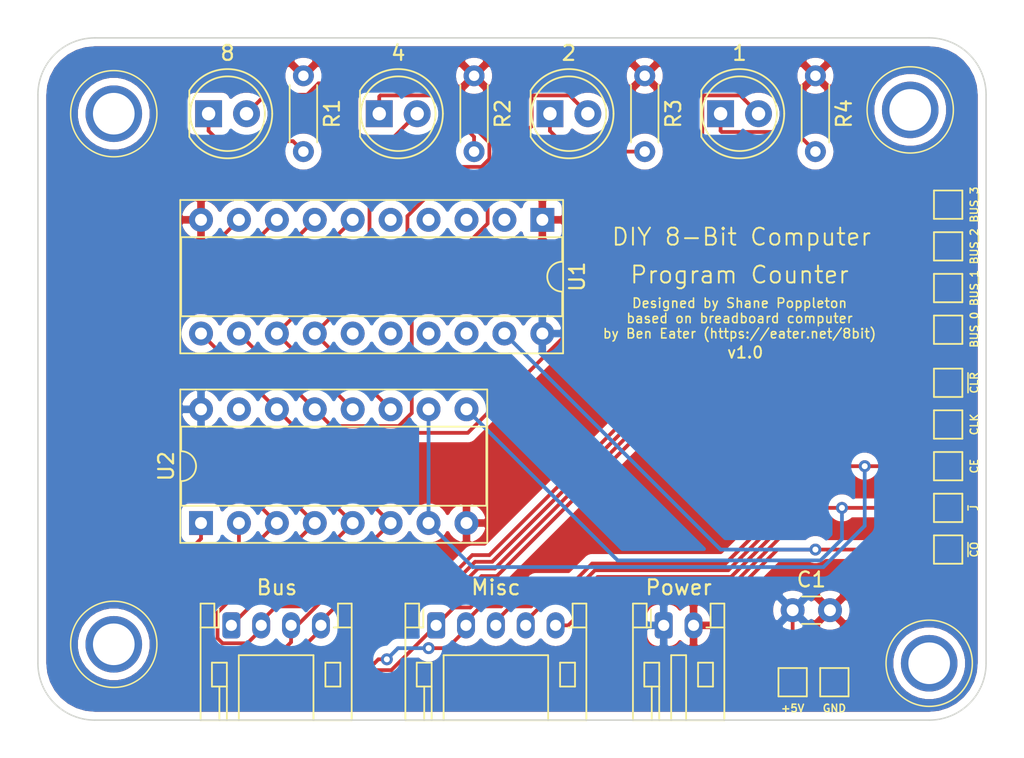
<source format=kicad_pcb>
(kicad_pcb (version 20171130) (host pcbnew "(5.1.2-1)-1")

  (general
    (thickness 1.6)
    (drawings 12)
    (tracks 242)
    (zones 0)
    (modules 29)
    (nets 29)
  )

  (page A4)
  (layers
    (0 F.Cu signal)
    (31 B.Cu signal)
    (32 B.Adhes user)
    (33 F.Adhes user)
    (34 B.Paste user)
    (35 F.Paste user)
    (36 B.SilkS user)
    (37 F.SilkS user)
    (38 B.Mask user)
    (39 F.Mask user)
    (40 Dwgs.User user)
    (41 Cmts.User user)
    (42 Eco1.User user)
    (43 Eco2.User user)
    (44 Edge.Cuts user)
    (45 Margin user)
    (46 B.CrtYd user)
    (47 F.CrtYd user)
    (48 B.Fab user)
    (49 F.Fab user)
  )

  (setup
    (last_trace_width 0.25)
    (trace_clearance 0.2)
    (zone_clearance 0.508)
    (zone_45_only no)
    (trace_min 0.2)
    (via_size 0.8)
    (via_drill 0.4)
    (via_min_size 0.4)
    (via_min_drill 0.3)
    (uvia_size 0.3)
    (uvia_drill 0.1)
    (uvias_allowed no)
    (uvia_min_size 0.2)
    (uvia_min_drill 0.1)
    (edge_width 0.1)
    (segment_width 0.2)
    (pcb_text_width 0.3)
    (pcb_text_size 1.5 1.5)
    (mod_edge_width 0.15)
    (mod_text_size 1 1)
    (mod_text_width 0.15)
    (pad_size 1.524 1.524)
    (pad_drill 0.762)
    (pad_to_mask_clearance 0)
    (aux_axis_origin 0 0)
    (visible_elements FFFFFF7F)
    (pcbplotparams
      (layerselection 0x010fc_ffffffff)
      (usegerberextensions false)
      (usegerberattributes false)
      (usegerberadvancedattributes false)
      (creategerberjobfile false)
      (excludeedgelayer true)
      (linewidth 0.100000)
      (plotframeref false)
      (viasonmask false)
      (mode 1)
      (useauxorigin false)
      (hpglpennumber 1)
      (hpglpenspeed 20)
      (hpglpendiameter 15.000000)
      (psnegative false)
      (psa4output false)
      (plotreference true)
      (plotvalue true)
      (plotinvisibletext false)
      (padsonsilk false)
      (subtractmaskfromsilk false)
      (outputformat 1)
      (mirror false)
      (drillshape 0)
      (scaleselection 1)
      (outputdirectory "gerbers/"))
  )

  (net 0 "")
  (net 1 +5V)
  (net 2 GND)
  (net 3 "Net-(D1-Pad2)")
  (net 4 "Net-(D1-Pad1)")
  (net 5 "Net-(D2-Pad1)")
  (net 6 "Net-(D2-Pad2)")
  (net 7 "Net-(D3-Pad2)")
  (net 8 "Net-(D3-Pad1)")
  (net 9 "Net-(D4-Pad1)")
  (net 10 "Net-(D4-Pad2)")
  (net 11 /~CLR~)
  (net 12 /CLK)
  (net 13 /CE)
  (net 14 /~J~)
  (net 15 /~CO~)
  (net 16 /BUS_3)
  (net 17 /BUS_2)
  (net 18 /BUS_1)
  (net 19 /BUS_0)
  (net 20 "Net-(U1-Pad2)")
  (net 21 "Net-(U1-Pad3)")
  (net 22 "Net-(U1-Pad4)")
  (net 23 "Net-(U1-Pad5)")
  (net 24 "Net-(U1-Pad15)")
  (net 25 "Net-(U1-Pad16)")
  (net 26 "Net-(U1-Pad17)")
  (net 27 "Net-(U1-Pad18)")
  (net 28 "Net-(U2-Pad15)")

  (net_class Default "This is the default net class."
    (clearance 0.2)
    (trace_width 0.25)
    (via_dia 0.8)
    (via_drill 0.4)
    (uvia_dia 0.3)
    (uvia_drill 0.1)
    (add_net +5V)
    (add_net /BUS_0)
    (add_net /BUS_1)
    (add_net /BUS_2)
    (add_net /BUS_3)
    (add_net /CE)
    (add_net /CLK)
    (add_net /~CLR~)
    (add_net /~CO~)
    (add_net /~J~)
    (add_net GND)
    (add_net "Net-(D1-Pad1)")
    (add_net "Net-(D1-Pad2)")
    (add_net "Net-(D2-Pad1)")
    (add_net "Net-(D2-Pad2)")
    (add_net "Net-(D3-Pad1)")
    (add_net "Net-(D3-Pad2)")
    (add_net "Net-(D4-Pad1)")
    (add_net "Net-(D4-Pad2)")
    (add_net "Net-(U1-Pad15)")
    (add_net "Net-(U1-Pad16)")
    (add_net "Net-(U1-Pad17)")
    (add_net "Net-(U1-Pad18)")
    (add_net "Net-(U1-Pad2)")
    (add_net "Net-(U1-Pad3)")
    (add_net "Net-(U1-Pad4)")
    (add_net "Net-(U1-Pad5)")
    (add_net "Net-(U2-Pad15)")
  )

  (module Digikey:Test-Point-Pin_Drill2.79mm (layer F.Cu) (tedit 5A9468D0) (tstamp 5D5DA114)
    (at 73.66 116.84)
    (fp_text reference REF** (at 0 -3.98) (layer F.SilkS) hide
      (effects (font (size 1 1) (thickness 0.15)))
    )
    (fp_text value Test-Point-Pin_Drill2.79mm (at 0 4.05) (layer F.Fab) hide
      (effects (font (size 1 1) (thickness 0.15)))
    )
    (fp_text user %R (at 0 -0.01) (layer F.Fab)
      (effects (font (size 0.5 0.5) (thickness 0.05)))
    )
    (fp_circle (center 0 0) (end 3.04 0) (layer F.CrtYd) (width 0.05))
    (fp_circle (center 0 0) (end 2.89 -0.01) (layer F.SilkS) (width 0.1))
    (fp_circle (center 0 0) (end 2.79 0) (layer F.Fab) (width 0.1))
    (pad 1 thru_hole circle (at 0 0) (size 3.79 3.79) (drill 2.79) (layers *.Cu *.Mask))
  )

  (module Digikey:Test-Point-Pin_Drill2.79mm (layer F.Cu) (tedit 5A9468D0) (tstamp 5D5DA114)
    (at 128.27 118.11)
    (fp_text reference REF** (at 0 -3.98) (layer F.SilkS) hide
      (effects (font (size 1 1) (thickness 0.15)))
    )
    (fp_text value Test-Point-Pin_Drill2.79mm (at 0 4.05) (layer F.Fab) hide
      (effects (font (size 1 1) (thickness 0.15)))
    )
    (fp_text user %R (at 0 -0.01) (layer F.Fab)
      (effects (font (size 0.5 0.5) (thickness 0.05)))
    )
    (fp_circle (center 0 0) (end 3.04 0) (layer F.CrtYd) (width 0.05))
    (fp_circle (center 0 0) (end 2.89 -0.01) (layer F.SilkS) (width 0.1))
    (fp_circle (center 0 0) (end 2.79 0) (layer F.Fab) (width 0.1))
    (pad 1 thru_hole circle (at 0 0) (size 3.79 3.79) (drill 2.79) (layers *.Cu *.Mask))
  )

  (module Digikey:Test-Point-Pin_Drill2.79mm (layer F.Cu) (tedit 5A9468D0) (tstamp 5D5DA114)
    (at 127 81.026)
    (fp_text reference REF** (at 0 -3.98) (layer F.SilkS) hide
      (effects (font (size 1 1) (thickness 0.15)))
    )
    (fp_text value Test-Point-Pin_Drill2.79mm (at 0 4.05) (layer F.Fab) hide
      (effects (font (size 1 1) (thickness 0.15)))
    )
    (fp_text user %R (at 0 -0.01) (layer F.Fab)
      (effects (font (size 0.5 0.5) (thickness 0.05)))
    )
    (fp_circle (center 0 0) (end 3.04 0) (layer F.CrtYd) (width 0.05))
    (fp_circle (center 0 0) (end 2.89 -0.01) (layer F.SilkS) (width 0.1))
    (fp_circle (center 0 0) (end 2.79 0) (layer F.Fab) (width 0.1))
    (pad 1 thru_hole circle (at 0 0) (size 3.79 3.79) (drill 2.79) (layers *.Cu *.Mask))
  )

  (module Digikey:Test-Point-Pin_Drill2.79mm (layer F.Cu) (tedit 5A9468D0) (tstamp 5D5DA0E0)
    (at 73.66 81.28)
    (fp_text reference REF** (at 0 -3.98) (layer F.SilkS) hide
      (effects (font (size 1 1) (thickness 0.15)))
    )
    (fp_text value Test-Point-Pin_Drill2.79mm (at 0 4.05) (layer F.Fab) hide
      (effects (font (size 1 1) (thickness 0.15)))
    )
    (fp_circle (center 0 0) (end 2.79 0) (layer F.Fab) (width 0.1))
    (fp_circle (center 0 0) (end 2.89 -0.01) (layer F.SilkS) (width 0.1))
    (fp_circle (center 0 0) (end 3.04 0) (layer F.CrtYd) (width 0.05))
    (fp_text user %R (at 0 -0.01) (layer F.Fab)
      (effects (font (size 0.5 0.5) (thickness 0.05)))
    )
    (pad 1 thru_hole circle (at 0 0) (size 3.79 3.79) (drill 2.79) (layers *.Cu *.Mask))
  )

  (module Capacitor_THT:C_Disc_D3.0mm_W1.6mm_P2.50mm (layer F.Cu) (tedit 5AE50EF0) (tstamp 5D5D3F3E)
    (at 119.126 114.554)
    (descr "C, Disc series, Radial, pin pitch=2.50mm, , diameter*width=3.0*1.6mm^2, Capacitor, http://www.vishay.com/docs/45233/krseries.pdf")
    (tags "C Disc series Radial pin pitch 2.50mm  diameter 3.0mm width 1.6mm Capacitor")
    (path /5D67C935)
    (fp_text reference C1 (at 1.25 -2.05) (layer F.SilkS)
      (effects (font (size 1 1) (thickness 0.15)))
    )
    (fp_text value 100nF (at 1.25 2.05) (layer F.Fab)
      (effects (font (size 1 1) (thickness 0.15)))
    )
    (fp_text user %R (at 1.25 0) (layer F.Fab)
      (effects (font (size 0.6 0.6) (thickness 0.09)))
    )
    (fp_line (start 3.55 -1.05) (end -1.05 -1.05) (layer F.CrtYd) (width 0.05))
    (fp_line (start 3.55 1.05) (end 3.55 -1.05) (layer F.CrtYd) (width 0.05))
    (fp_line (start -1.05 1.05) (end 3.55 1.05) (layer F.CrtYd) (width 0.05))
    (fp_line (start -1.05 -1.05) (end -1.05 1.05) (layer F.CrtYd) (width 0.05))
    (fp_line (start 0.621 0.92) (end 1.879 0.92) (layer F.SilkS) (width 0.12))
    (fp_line (start 0.621 -0.92) (end 1.879 -0.92) (layer F.SilkS) (width 0.12))
    (fp_line (start 2.75 -0.8) (end -0.25 -0.8) (layer F.Fab) (width 0.1))
    (fp_line (start 2.75 0.8) (end 2.75 -0.8) (layer F.Fab) (width 0.1))
    (fp_line (start -0.25 0.8) (end 2.75 0.8) (layer F.Fab) (width 0.1))
    (fp_line (start -0.25 -0.8) (end -0.25 0.8) (layer F.Fab) (width 0.1))
    (pad 2 thru_hole circle (at 2.5 0) (size 1.6 1.6) (drill 0.8) (layers *.Cu *.Mask)
      (net 2 GND))
    (pad 1 thru_hole circle (at 0 0) (size 1.6 1.6) (drill 0.8) (layers *.Cu *.Mask)
      (net 1 +5V))
    (model ${KISYS3DMOD}/Capacitor_THT.3dshapes/C_Disc_D3.0mm_W1.6mm_P2.50mm.wrl
      (at (xyz 0 0 0))
      (scale (xyz 1 1 1))
      (rotate (xyz 0 0 0))
    )
  )

  (module LED_THT:LED_D5.0mm (layer F.Cu) (tedit 5995936A) (tstamp 5D5D3F50)
    (at 80.01 81.28)
    (descr "LED, diameter 5.0mm, 2 pins, http://cdn-reichelt.de/documents/datenblatt/A500/LL-504BC2E-009.pdf")
    (tags "LED diameter 5.0mm 2 pins")
    (path /5D65D88B)
    (fp_text reference D1 (at 1.27 -3.96) (layer F.SilkS) hide
      (effects (font (size 1 1) (thickness 0.15)))
    )
    (fp_text value 8 (at 1.27 -4.064) (layer F.SilkS)
      (effects (font (size 1 1) (thickness 0.15)))
    )
    (fp_text user %R (at 1.25 0) (layer F.Fab)
      (effects (font (size 0.8 0.8) (thickness 0.2)))
    )
    (fp_line (start 4.5 -3.25) (end -1.95 -3.25) (layer F.CrtYd) (width 0.05))
    (fp_line (start 4.5 3.25) (end 4.5 -3.25) (layer F.CrtYd) (width 0.05))
    (fp_line (start -1.95 3.25) (end 4.5 3.25) (layer F.CrtYd) (width 0.05))
    (fp_line (start -1.95 -3.25) (end -1.95 3.25) (layer F.CrtYd) (width 0.05))
    (fp_line (start -1.29 -1.545) (end -1.29 1.545) (layer F.SilkS) (width 0.12))
    (fp_line (start -1.23 -1.469694) (end -1.23 1.469694) (layer F.Fab) (width 0.1))
    (fp_circle (center 1.27 0) (end 3.77 0) (layer F.SilkS) (width 0.12))
    (fp_circle (center 1.27 0) (end 3.77 0) (layer F.Fab) (width 0.1))
    (fp_arc (start 1.27 0) (end -1.29 1.54483) (angle -148.9) (layer F.SilkS) (width 0.12))
    (fp_arc (start 1.27 0) (end -1.29 -1.54483) (angle 148.9) (layer F.SilkS) (width 0.12))
    (fp_arc (start 1.27 0) (end -1.23 -1.469694) (angle 299.1) (layer F.Fab) (width 0.1))
    (pad 2 thru_hole circle (at 2.54 0) (size 1.8 1.8) (drill 0.9) (layers *.Cu *.Mask)
      (net 3 "Net-(D1-Pad2)"))
    (pad 1 thru_hole rect (at 0 0) (size 1.8 1.8) (drill 0.9) (layers *.Cu *.Mask)
      (net 4 "Net-(D1-Pad1)"))
    (model ${KISYS3DMOD}/LED_THT.3dshapes/LED_D5.0mm.wrl
      (at (xyz 0 0 0))
      (scale (xyz 1 1 1))
      (rotate (xyz 0 0 0))
    )
  )

  (module LED_THT:LED_D5.0mm (layer F.Cu) (tedit 5995936A) (tstamp 5D5D3F62)
    (at 91.44 81.28)
    (descr "LED, diameter 5.0mm, 2 pins, http://cdn-reichelt.de/documents/datenblatt/A500/LL-504BC2E-009.pdf")
    (tags "LED diameter 5.0mm 2 pins")
    (path /5D654463)
    (fp_text reference D2 (at 1.27 -3.96) (layer F.SilkS) hide
      (effects (font (size 1 1) (thickness 0.15)))
    )
    (fp_text value 4 (at 1.27 -4.064) (layer F.SilkS)
      (effects (font (size 1 1) (thickness 0.15)))
    )
    (fp_arc (start 1.27 0) (end -1.23 -1.469694) (angle 299.1) (layer F.Fab) (width 0.1))
    (fp_arc (start 1.27 0) (end -1.29 -1.54483) (angle 148.9) (layer F.SilkS) (width 0.12))
    (fp_arc (start 1.27 0) (end -1.29 1.54483) (angle -148.9) (layer F.SilkS) (width 0.12))
    (fp_circle (center 1.27 0) (end 3.77 0) (layer F.Fab) (width 0.1))
    (fp_circle (center 1.27 0) (end 3.77 0) (layer F.SilkS) (width 0.12))
    (fp_line (start -1.23 -1.469694) (end -1.23 1.469694) (layer F.Fab) (width 0.1))
    (fp_line (start -1.29 -1.545) (end -1.29 1.545) (layer F.SilkS) (width 0.12))
    (fp_line (start -1.95 -3.25) (end -1.95 3.25) (layer F.CrtYd) (width 0.05))
    (fp_line (start -1.95 3.25) (end 4.5 3.25) (layer F.CrtYd) (width 0.05))
    (fp_line (start 4.5 3.25) (end 4.5 -3.25) (layer F.CrtYd) (width 0.05))
    (fp_line (start 4.5 -3.25) (end -1.95 -3.25) (layer F.CrtYd) (width 0.05))
    (fp_text user %R (at 1.25 0) (layer F.Fab)
      (effects (font (size 0.8 0.8) (thickness 0.2)))
    )
    (pad 1 thru_hole rect (at 0 0) (size 1.8 1.8) (drill 0.9) (layers *.Cu *.Mask)
      (net 5 "Net-(D2-Pad1)"))
    (pad 2 thru_hole circle (at 2.54 0) (size 1.8 1.8) (drill 0.9) (layers *.Cu *.Mask)
      (net 6 "Net-(D2-Pad2)"))
    (model ${KISYS3DMOD}/LED_THT.3dshapes/LED_D5.0mm.wrl
      (at (xyz 0 0 0))
      (scale (xyz 1 1 1))
      (rotate (xyz 0 0 0))
    )
  )

  (module LED_THT:LED_D5.0mm (layer F.Cu) (tedit 5995936A) (tstamp 5D5D3F74)
    (at 102.87 81.28)
    (descr "LED, diameter 5.0mm, 2 pins, http://cdn-reichelt.de/documents/datenblatt/A500/LL-504BC2E-009.pdf")
    (tags "LED diameter 5.0mm 2 pins")
    (path /5D65A9F5)
    (fp_text reference D3 (at 1.27 -3.96) (layer F.SilkS) hide
      (effects (font (size 1 1) (thickness 0.15)))
    )
    (fp_text value 2 (at 1.27 -4.064) (layer F.SilkS)
      (effects (font (size 1 1) (thickness 0.15)))
    )
    (fp_text user %R (at 1.25 0) (layer F.Fab)
      (effects (font (size 0.8 0.8) (thickness 0.2)))
    )
    (fp_line (start 4.5 -3.25) (end -1.95 -3.25) (layer F.CrtYd) (width 0.05))
    (fp_line (start 4.5 3.25) (end 4.5 -3.25) (layer F.CrtYd) (width 0.05))
    (fp_line (start -1.95 3.25) (end 4.5 3.25) (layer F.CrtYd) (width 0.05))
    (fp_line (start -1.95 -3.25) (end -1.95 3.25) (layer F.CrtYd) (width 0.05))
    (fp_line (start -1.29 -1.545) (end -1.29 1.545) (layer F.SilkS) (width 0.12))
    (fp_line (start -1.23 -1.469694) (end -1.23 1.469694) (layer F.Fab) (width 0.1))
    (fp_circle (center 1.27 0) (end 3.77 0) (layer F.SilkS) (width 0.12))
    (fp_circle (center 1.27 0) (end 3.77 0) (layer F.Fab) (width 0.1))
    (fp_arc (start 1.27 0) (end -1.29 1.54483) (angle -148.9) (layer F.SilkS) (width 0.12))
    (fp_arc (start 1.27 0) (end -1.29 -1.54483) (angle 148.9) (layer F.SilkS) (width 0.12))
    (fp_arc (start 1.27 0) (end -1.23 -1.469694) (angle 299.1) (layer F.Fab) (width 0.1))
    (pad 2 thru_hole circle (at 2.54 0) (size 1.8 1.8) (drill 0.9) (layers *.Cu *.Mask)
      (net 7 "Net-(D3-Pad2)"))
    (pad 1 thru_hole rect (at 0 0) (size 1.8 1.8) (drill 0.9) (layers *.Cu *.Mask)
      (net 8 "Net-(D3-Pad1)"))
    (model ${KISYS3DMOD}/LED_THT.3dshapes/LED_D5.0mm.wrl
      (at (xyz 0 0 0))
      (scale (xyz 1 1 1))
      (rotate (xyz 0 0 0))
    )
  )

  (module LED_THT:LED_D5.0mm (layer F.Cu) (tedit 5995936A) (tstamp 5D5D3F86)
    (at 114.3 81.28)
    (descr "LED, diameter 5.0mm, 2 pins, http://cdn-reichelt.de/documents/datenblatt/A500/LL-504BC2E-009.pdf")
    (tags "LED diameter 5.0mm 2 pins")
    (path /5D65C048)
    (fp_text reference D4 (at 1.27 -3.96) (layer F.SilkS) hide
      (effects (font (size 1 1) (thickness 0.15)))
    )
    (fp_text value 1 (at 1.27 -4.064) (layer F.SilkS)
      (effects (font (size 1 1) (thickness 0.15)))
    )
    (fp_arc (start 1.27 0) (end -1.23 -1.469694) (angle 299.1) (layer F.Fab) (width 0.1))
    (fp_arc (start 1.27 0) (end -1.29 -1.54483) (angle 148.9) (layer F.SilkS) (width 0.12))
    (fp_arc (start 1.27 0) (end -1.29 1.54483) (angle -148.9) (layer F.SilkS) (width 0.12))
    (fp_circle (center 1.27 0) (end 3.77 0) (layer F.Fab) (width 0.1))
    (fp_circle (center 1.27 0) (end 3.77 0) (layer F.SilkS) (width 0.12))
    (fp_line (start -1.23 -1.469694) (end -1.23 1.469694) (layer F.Fab) (width 0.1))
    (fp_line (start -1.29 -1.545) (end -1.29 1.545) (layer F.SilkS) (width 0.12))
    (fp_line (start -1.95 -3.25) (end -1.95 3.25) (layer F.CrtYd) (width 0.05))
    (fp_line (start -1.95 3.25) (end 4.5 3.25) (layer F.CrtYd) (width 0.05))
    (fp_line (start 4.5 3.25) (end 4.5 -3.25) (layer F.CrtYd) (width 0.05))
    (fp_line (start 4.5 -3.25) (end -1.95 -3.25) (layer F.CrtYd) (width 0.05))
    (fp_text user %R (at 1.25 0) (layer F.Fab)
      (effects (font (size 0.8 0.8) (thickness 0.2)))
    )
    (pad 1 thru_hole rect (at 0 0) (size 1.8 1.8) (drill 0.9) (layers *.Cu *.Mask)
      (net 9 "Net-(D4-Pad1)"))
    (pad 2 thru_hole circle (at 2.54 0) (size 1.8 1.8) (drill 0.9) (layers *.Cu *.Mask)
      (net 10 "Net-(D4-Pad2)"))
    (model ${KISYS3DMOD}/LED_THT.3dshapes/LED_D5.0mm.wrl
      (at (xyz 0 0 0))
      (scale (xyz 1 1 1))
      (rotate (xyz 0 0 0))
    )
  )

  (module Connector_JST:JST_PH_S5B-PH-K_1x05_P2.00mm_Horizontal (layer F.Cu) (tedit 5B7745C6) (tstamp 5D5D3FB8)
    (at 95.25 115.57)
    (descr "JST PH series connector, S5B-PH-K (http://www.jst-mfg.com/product/pdf/eng/ePH.pdf), generated with kicad-footprint-generator")
    (tags "connector JST PH top entry")
    (path /5D610C1E)
    (fp_text reference J1 (at 4 -2.55) (layer F.SilkS) hide
      (effects (font (size 1 1) (thickness 0.15)))
    )
    (fp_text value Misc (at 4 -2.54) (layer F.SilkS)
      (effects (font (size 1 1) (thickness 0.15)))
    )
    (fp_line (start -0.86 0.14) (end -1.14 0.14) (layer F.SilkS) (width 0.12))
    (fp_line (start -1.14 0.14) (end -1.14 -1.46) (layer F.SilkS) (width 0.12))
    (fp_line (start -1.14 -1.46) (end -2.06 -1.46) (layer F.SilkS) (width 0.12))
    (fp_line (start -2.06 -1.46) (end -2.06 6.36) (layer F.SilkS) (width 0.12))
    (fp_line (start -2.06 6.36) (end 10.06 6.36) (layer F.SilkS) (width 0.12))
    (fp_line (start 10.06 6.36) (end 10.06 -1.46) (layer F.SilkS) (width 0.12))
    (fp_line (start 10.06 -1.46) (end 9.14 -1.46) (layer F.SilkS) (width 0.12))
    (fp_line (start 9.14 -1.46) (end 9.14 0.14) (layer F.SilkS) (width 0.12))
    (fp_line (start 9.14 0.14) (end 8.86 0.14) (layer F.SilkS) (width 0.12))
    (fp_line (start 0.5 6.36) (end 0.5 2) (layer F.SilkS) (width 0.12))
    (fp_line (start 0.5 2) (end 7.5 2) (layer F.SilkS) (width 0.12))
    (fp_line (start 7.5 2) (end 7.5 6.36) (layer F.SilkS) (width 0.12))
    (fp_line (start -2.06 0.14) (end -1.14 0.14) (layer F.SilkS) (width 0.12))
    (fp_line (start 10.06 0.14) (end 9.14 0.14) (layer F.SilkS) (width 0.12))
    (fp_line (start -1.3 2.5) (end -1.3 4.1) (layer F.SilkS) (width 0.12))
    (fp_line (start -1.3 4.1) (end -0.3 4.1) (layer F.SilkS) (width 0.12))
    (fp_line (start -0.3 4.1) (end -0.3 2.5) (layer F.SilkS) (width 0.12))
    (fp_line (start -0.3 2.5) (end -1.3 2.5) (layer F.SilkS) (width 0.12))
    (fp_line (start 9.3 2.5) (end 9.3 4.1) (layer F.SilkS) (width 0.12))
    (fp_line (start 9.3 4.1) (end 8.3 4.1) (layer F.SilkS) (width 0.12))
    (fp_line (start 8.3 4.1) (end 8.3 2.5) (layer F.SilkS) (width 0.12))
    (fp_line (start 8.3 2.5) (end 9.3 2.5) (layer F.SilkS) (width 0.12))
    (fp_line (start -0.3 4.1) (end -0.3 6.36) (layer F.SilkS) (width 0.12))
    (fp_line (start -0.8 4.1) (end -0.8 6.36) (layer F.SilkS) (width 0.12))
    (fp_line (start -2.45 -1.85) (end -2.45 6.75) (layer F.CrtYd) (width 0.05))
    (fp_line (start -2.45 6.75) (end 10.45 6.75) (layer F.CrtYd) (width 0.05))
    (fp_line (start 10.45 6.75) (end 10.45 -1.85) (layer F.CrtYd) (width 0.05))
    (fp_line (start 10.45 -1.85) (end -2.45 -1.85) (layer F.CrtYd) (width 0.05))
    (fp_line (start -1.25 0.25) (end -1.25 -1.35) (layer F.Fab) (width 0.1))
    (fp_line (start -1.25 -1.35) (end -1.95 -1.35) (layer F.Fab) (width 0.1))
    (fp_line (start -1.95 -1.35) (end -1.95 6.25) (layer F.Fab) (width 0.1))
    (fp_line (start -1.95 6.25) (end 9.95 6.25) (layer F.Fab) (width 0.1))
    (fp_line (start 9.95 6.25) (end 9.95 -1.35) (layer F.Fab) (width 0.1))
    (fp_line (start 9.95 -1.35) (end 9.25 -1.35) (layer F.Fab) (width 0.1))
    (fp_line (start 9.25 -1.35) (end 9.25 0.25) (layer F.Fab) (width 0.1))
    (fp_line (start 9.25 0.25) (end -1.25 0.25) (layer F.Fab) (width 0.1))
    (fp_line (start -0.86 0.14) (end -0.86 -1.075) (layer F.SilkS) (width 0.12))
    (fp_line (start 0 0.875) (end -0.5 1.375) (layer F.Fab) (width 0.1))
    (fp_line (start -0.5 1.375) (end 0.5 1.375) (layer F.Fab) (width 0.1))
    (fp_line (start 0.5 1.375) (end 0 0.875) (layer F.Fab) (width 0.1))
    (fp_text user %R (at 4 2.5) (layer F.Fab)
      (effects (font (size 1 1) (thickness 0.15)))
    )
    (pad 1 thru_hole roundrect (at 0 0) (size 1.2 1.75) (drill 0.75) (layers *.Cu *.Mask) (roundrect_rratio 0.208333)
      (net 11 /~CLR~))
    (pad 2 thru_hole oval (at 2 0) (size 1.2 1.75) (drill 0.75) (layers *.Cu *.Mask)
      (net 12 /CLK))
    (pad 3 thru_hole oval (at 4 0) (size 1.2 1.75) (drill 0.75) (layers *.Cu *.Mask)
      (net 13 /CE))
    (pad 4 thru_hole oval (at 6 0) (size 1.2 1.75) (drill 0.75) (layers *.Cu *.Mask)
      (net 14 /~J~))
    (pad 5 thru_hole oval (at 8 0) (size 1.2 1.75) (drill 0.75) (layers *.Cu *.Mask)
      (net 15 /~CO~))
    (model ${KISYS3DMOD}/Connector_JST.3dshapes/JST_PH_S5B-PH-K_1x05_P2.00mm_Horizontal.wrl
      (at (xyz 0 0 0))
      (scale (xyz 1 1 1))
      (rotate (xyz 0 0 0))
    )
  )

  (module Connector_JST:JST_PH_S4B-PH-K_1x04_P2.00mm_Horizontal (layer F.Cu) (tedit 5B7745C6) (tstamp 5D5D3FE9)
    (at 81.534 115.57)
    (descr "JST PH series connector, S4B-PH-K (http://www.jst-mfg.com/product/pdf/eng/ePH.pdf), generated with kicad-footprint-generator")
    (tags "connector JST PH top entry")
    (path /5D5E1B4F)
    (fp_text reference J2 (at 3 -2.55) (layer F.SilkS) hide
      (effects (font (size 1 1) (thickness 0.15)))
    )
    (fp_text value Bus (at 3.048 -2.54) (layer F.SilkS)
      (effects (font (size 1 1) (thickness 0.15)))
    )
    (fp_line (start -0.86 0.14) (end -1.14 0.14) (layer F.SilkS) (width 0.12))
    (fp_line (start -1.14 0.14) (end -1.14 -1.46) (layer F.SilkS) (width 0.12))
    (fp_line (start -1.14 -1.46) (end -2.06 -1.46) (layer F.SilkS) (width 0.12))
    (fp_line (start -2.06 -1.46) (end -2.06 6.36) (layer F.SilkS) (width 0.12))
    (fp_line (start -2.06 6.36) (end 8.06 6.36) (layer F.SilkS) (width 0.12))
    (fp_line (start 8.06 6.36) (end 8.06 -1.46) (layer F.SilkS) (width 0.12))
    (fp_line (start 8.06 -1.46) (end 7.14 -1.46) (layer F.SilkS) (width 0.12))
    (fp_line (start 7.14 -1.46) (end 7.14 0.14) (layer F.SilkS) (width 0.12))
    (fp_line (start 7.14 0.14) (end 6.86 0.14) (layer F.SilkS) (width 0.12))
    (fp_line (start 0.5 6.36) (end 0.5 2) (layer F.SilkS) (width 0.12))
    (fp_line (start 0.5 2) (end 5.5 2) (layer F.SilkS) (width 0.12))
    (fp_line (start 5.5 2) (end 5.5 6.36) (layer F.SilkS) (width 0.12))
    (fp_line (start -2.06 0.14) (end -1.14 0.14) (layer F.SilkS) (width 0.12))
    (fp_line (start 8.06 0.14) (end 7.14 0.14) (layer F.SilkS) (width 0.12))
    (fp_line (start -1.3 2.5) (end -1.3 4.1) (layer F.SilkS) (width 0.12))
    (fp_line (start -1.3 4.1) (end -0.3 4.1) (layer F.SilkS) (width 0.12))
    (fp_line (start -0.3 4.1) (end -0.3 2.5) (layer F.SilkS) (width 0.12))
    (fp_line (start -0.3 2.5) (end -1.3 2.5) (layer F.SilkS) (width 0.12))
    (fp_line (start 7.3 2.5) (end 7.3 4.1) (layer F.SilkS) (width 0.12))
    (fp_line (start 7.3 4.1) (end 6.3 4.1) (layer F.SilkS) (width 0.12))
    (fp_line (start 6.3 4.1) (end 6.3 2.5) (layer F.SilkS) (width 0.12))
    (fp_line (start 6.3 2.5) (end 7.3 2.5) (layer F.SilkS) (width 0.12))
    (fp_line (start -0.3 4.1) (end -0.3 6.36) (layer F.SilkS) (width 0.12))
    (fp_line (start -0.8 4.1) (end -0.8 6.36) (layer F.SilkS) (width 0.12))
    (fp_line (start -2.45 -1.85) (end -2.45 6.75) (layer F.CrtYd) (width 0.05))
    (fp_line (start -2.45 6.75) (end 8.45 6.75) (layer F.CrtYd) (width 0.05))
    (fp_line (start 8.45 6.75) (end 8.45 -1.85) (layer F.CrtYd) (width 0.05))
    (fp_line (start 8.45 -1.85) (end -2.45 -1.85) (layer F.CrtYd) (width 0.05))
    (fp_line (start -1.25 0.25) (end -1.25 -1.35) (layer F.Fab) (width 0.1))
    (fp_line (start -1.25 -1.35) (end -1.95 -1.35) (layer F.Fab) (width 0.1))
    (fp_line (start -1.95 -1.35) (end -1.95 6.25) (layer F.Fab) (width 0.1))
    (fp_line (start -1.95 6.25) (end 7.95 6.25) (layer F.Fab) (width 0.1))
    (fp_line (start 7.95 6.25) (end 7.95 -1.35) (layer F.Fab) (width 0.1))
    (fp_line (start 7.95 -1.35) (end 7.25 -1.35) (layer F.Fab) (width 0.1))
    (fp_line (start 7.25 -1.35) (end 7.25 0.25) (layer F.Fab) (width 0.1))
    (fp_line (start 7.25 0.25) (end -1.25 0.25) (layer F.Fab) (width 0.1))
    (fp_line (start -0.86 0.14) (end -0.86 -1.075) (layer F.SilkS) (width 0.12))
    (fp_line (start 0 0.875) (end -0.5 1.375) (layer F.Fab) (width 0.1))
    (fp_line (start -0.5 1.375) (end 0.5 1.375) (layer F.Fab) (width 0.1))
    (fp_line (start 0.5 1.375) (end 0 0.875) (layer F.Fab) (width 0.1))
    (fp_text user %R (at 3 2.5) (layer F.Fab)
      (effects (font (size 1 1) (thickness 0.15)))
    )
    (pad 1 thru_hole roundrect (at 0 0) (size 1.2 1.75) (drill 0.75) (layers *.Cu *.Mask) (roundrect_rratio 0.208333)
      (net 16 /BUS_3))
    (pad 2 thru_hole oval (at 2 0) (size 1.2 1.75) (drill 0.75) (layers *.Cu *.Mask)
      (net 17 /BUS_2))
    (pad 3 thru_hole oval (at 4 0) (size 1.2 1.75) (drill 0.75) (layers *.Cu *.Mask)
      (net 18 /BUS_1))
    (pad 4 thru_hole oval (at 6 0) (size 1.2 1.75) (drill 0.75) (layers *.Cu *.Mask)
      (net 19 /BUS_0))
    (model ${KISYS3DMOD}/Connector_JST.3dshapes/JST_PH_S4B-PH-K_1x04_P2.00mm_Horizontal.wrl
      (at (xyz 0 0 0))
      (scale (xyz 1 1 1))
      (rotate (xyz 0 0 0))
    )
  )

  (module Connector_JST:JST_PH_S2B-PH-K_1x02_P2.00mm_Horizontal (layer F.Cu) (tedit 5B7745C6) (tstamp 5D5DA724)
    (at 110.49 115.57)
    (descr "JST PH series connector, S2B-PH-K (http://www.jst-mfg.com/product/pdf/eng/ePH.pdf), generated with kicad-footprint-generator")
    (tags "connector JST PH top entry")
    (path /5D5E3712)
    (fp_text reference J3 (at 1 -2.55) (layer F.SilkS) hide
      (effects (font (size 1 1) (thickness 0.15)))
    )
    (fp_text value Power (at 1 -2.54) (layer F.SilkS)
      (effects (font (size 1 1) (thickness 0.15)))
    )
    (fp_line (start -0.86 0.14) (end -1.14 0.14) (layer F.SilkS) (width 0.12))
    (fp_line (start -1.14 0.14) (end -1.14 -1.46) (layer F.SilkS) (width 0.12))
    (fp_line (start -1.14 -1.46) (end -2.06 -1.46) (layer F.SilkS) (width 0.12))
    (fp_line (start -2.06 -1.46) (end -2.06 6.36) (layer F.SilkS) (width 0.12))
    (fp_line (start -2.06 6.36) (end 4.06 6.36) (layer F.SilkS) (width 0.12))
    (fp_line (start 4.06 6.36) (end 4.06 -1.46) (layer F.SilkS) (width 0.12))
    (fp_line (start 4.06 -1.46) (end 3.14 -1.46) (layer F.SilkS) (width 0.12))
    (fp_line (start 3.14 -1.46) (end 3.14 0.14) (layer F.SilkS) (width 0.12))
    (fp_line (start 3.14 0.14) (end 2.86 0.14) (layer F.SilkS) (width 0.12))
    (fp_line (start 0.5 6.36) (end 0.5 2) (layer F.SilkS) (width 0.12))
    (fp_line (start 0.5 2) (end 1.5 2) (layer F.SilkS) (width 0.12))
    (fp_line (start 1.5 2) (end 1.5 6.36) (layer F.SilkS) (width 0.12))
    (fp_line (start -2.06 0.14) (end -1.14 0.14) (layer F.SilkS) (width 0.12))
    (fp_line (start 4.06 0.14) (end 3.14 0.14) (layer F.SilkS) (width 0.12))
    (fp_line (start -1.3 2.5) (end -1.3 4.1) (layer F.SilkS) (width 0.12))
    (fp_line (start -1.3 4.1) (end -0.3 4.1) (layer F.SilkS) (width 0.12))
    (fp_line (start -0.3 4.1) (end -0.3 2.5) (layer F.SilkS) (width 0.12))
    (fp_line (start -0.3 2.5) (end -1.3 2.5) (layer F.SilkS) (width 0.12))
    (fp_line (start 3.3 2.5) (end 3.3 4.1) (layer F.SilkS) (width 0.12))
    (fp_line (start 3.3 4.1) (end 2.3 4.1) (layer F.SilkS) (width 0.12))
    (fp_line (start 2.3 4.1) (end 2.3 2.5) (layer F.SilkS) (width 0.12))
    (fp_line (start 2.3 2.5) (end 3.3 2.5) (layer F.SilkS) (width 0.12))
    (fp_line (start -0.3 4.1) (end -0.3 6.36) (layer F.SilkS) (width 0.12))
    (fp_line (start -0.8 4.1) (end -0.8 6.36) (layer F.SilkS) (width 0.12))
    (fp_line (start -2.45 -1.85) (end -2.45 6.75) (layer F.CrtYd) (width 0.05))
    (fp_line (start -2.45 6.75) (end 4.45 6.75) (layer F.CrtYd) (width 0.05))
    (fp_line (start 4.45 6.75) (end 4.45 -1.85) (layer F.CrtYd) (width 0.05))
    (fp_line (start 4.45 -1.85) (end -2.45 -1.85) (layer F.CrtYd) (width 0.05))
    (fp_line (start -1.25 0.25) (end -1.25 -1.35) (layer F.Fab) (width 0.1))
    (fp_line (start -1.25 -1.35) (end -1.95 -1.35) (layer F.Fab) (width 0.1))
    (fp_line (start -1.95 -1.35) (end -1.95 6.25) (layer F.Fab) (width 0.1))
    (fp_line (start -1.95 6.25) (end 3.95 6.25) (layer F.Fab) (width 0.1))
    (fp_line (start 3.95 6.25) (end 3.95 -1.35) (layer F.Fab) (width 0.1))
    (fp_line (start 3.95 -1.35) (end 3.25 -1.35) (layer F.Fab) (width 0.1))
    (fp_line (start 3.25 -1.35) (end 3.25 0.25) (layer F.Fab) (width 0.1))
    (fp_line (start 3.25 0.25) (end -1.25 0.25) (layer F.Fab) (width 0.1))
    (fp_line (start -0.86 0.14) (end -0.86 -1.075) (layer F.SilkS) (width 0.12))
    (fp_line (start 0 0.875) (end -0.5 1.375) (layer F.Fab) (width 0.1))
    (fp_line (start -0.5 1.375) (end 0.5 1.375) (layer F.Fab) (width 0.1))
    (fp_line (start 0.5 1.375) (end 0 0.875) (layer F.Fab) (width 0.1))
    (fp_text user %R (at 1 2.5) (layer F.Fab)
      (effects (font (size 1 1) (thickness 0.15)))
    )
    (pad 1 thru_hole roundrect (at 0 0) (size 1.2 1.75) (drill 0.75) (layers *.Cu *.Mask) (roundrect_rratio 0.208333)
      (net 1 +5V))
    (pad 2 thru_hole oval (at 2 0) (size 1.2 1.75) (drill 0.75) (layers *.Cu *.Mask)
      (net 2 GND))
    (model ${KISYS3DMOD}/Connector_JST.3dshapes/JST_PH_S2B-PH-K_1x02_P2.00mm_Horizontal.wrl
      (at (xyz 0 0 0))
      (scale (xyz 1 1 1))
      (rotate (xyz 0 0 0))
    )
  )

  (module Resistor_THT:R_Axial_DIN0204_L3.6mm_D1.6mm_P5.08mm_Horizontal (layer F.Cu) (tedit 5AE5139B) (tstamp 5D5D402B)
    (at 86.36 78.74 270)
    (descr "Resistor, Axial_DIN0204 series, Axial, Horizontal, pin pitch=5.08mm, 0.167W, length*diameter=3.6*1.6mm^2, http://cdn-reichelt.de/documents/datenblatt/B400/1_4W%23YAG.pdf")
    (tags "Resistor Axial_DIN0204 series Axial Horizontal pin pitch 5.08mm 0.167W length 3.6mm diameter 1.6mm")
    (path /5D65D891)
    (fp_text reference R1 (at 2.54 -1.92 90) (layer F.SilkS)
      (effects (font (size 1 1) (thickness 0.15)))
    )
    (fp_text value 220R (at 2.54 1.92 90) (layer F.Fab)
      (effects (font (size 1 1) (thickness 0.15)))
    )
    (fp_text user %R (at 2.54 0 90) (layer F.Fab)
      (effects (font (size 0.72 0.72) (thickness 0.108)))
    )
    (fp_line (start 6.03 -1.05) (end -0.95 -1.05) (layer F.CrtYd) (width 0.05))
    (fp_line (start 6.03 1.05) (end 6.03 -1.05) (layer F.CrtYd) (width 0.05))
    (fp_line (start -0.95 1.05) (end 6.03 1.05) (layer F.CrtYd) (width 0.05))
    (fp_line (start -0.95 -1.05) (end -0.95 1.05) (layer F.CrtYd) (width 0.05))
    (fp_line (start 0.62 0.92) (end 4.46 0.92) (layer F.SilkS) (width 0.12))
    (fp_line (start 0.62 -0.92) (end 4.46 -0.92) (layer F.SilkS) (width 0.12))
    (fp_line (start 5.08 0) (end 4.34 0) (layer F.Fab) (width 0.1))
    (fp_line (start 0 0) (end 0.74 0) (layer F.Fab) (width 0.1))
    (fp_line (start 4.34 -0.8) (end 0.74 -0.8) (layer F.Fab) (width 0.1))
    (fp_line (start 4.34 0.8) (end 4.34 -0.8) (layer F.Fab) (width 0.1))
    (fp_line (start 0.74 0.8) (end 4.34 0.8) (layer F.Fab) (width 0.1))
    (fp_line (start 0.74 -0.8) (end 0.74 0.8) (layer F.Fab) (width 0.1))
    (pad 2 thru_hole oval (at 5.08 0 270) (size 1.4 1.4) (drill 0.7) (layers *.Cu *.Mask)
      (net 4 "Net-(D1-Pad1)"))
    (pad 1 thru_hole circle (at 0 0 270) (size 1.4 1.4) (drill 0.7) (layers *.Cu *.Mask)
      (net 2 GND))
    (model ${KISYS3DMOD}/Resistor_THT.3dshapes/R_Axial_DIN0204_L3.6mm_D1.6mm_P5.08mm_Horizontal.wrl
      (at (xyz 0 0 0))
      (scale (xyz 1 1 1))
      (rotate (xyz 0 0 0))
    )
  )

  (module Resistor_THT:R_Axial_DIN0204_L3.6mm_D1.6mm_P5.08mm_Horizontal (layer F.Cu) (tedit 5AE5139B) (tstamp 5D5D403E)
    (at 97.79 78.74 270)
    (descr "Resistor, Axial_DIN0204 series, Axial, Horizontal, pin pitch=5.08mm, 0.167W, length*diameter=3.6*1.6mm^2, http://cdn-reichelt.de/documents/datenblatt/B400/1_4W%23YAG.pdf")
    (tags "Resistor Axial_DIN0204 series Axial Horizontal pin pitch 5.08mm 0.167W length 3.6mm diameter 1.6mm")
    (path /5D6545CD)
    (fp_text reference R2 (at 2.54 -1.92 90) (layer F.SilkS)
      (effects (font (size 1 1) (thickness 0.15)))
    )
    (fp_text value 220R (at 2.54 1.92 90) (layer F.Fab)
      (effects (font (size 1 1) (thickness 0.15)))
    )
    (fp_line (start 0.74 -0.8) (end 0.74 0.8) (layer F.Fab) (width 0.1))
    (fp_line (start 0.74 0.8) (end 4.34 0.8) (layer F.Fab) (width 0.1))
    (fp_line (start 4.34 0.8) (end 4.34 -0.8) (layer F.Fab) (width 0.1))
    (fp_line (start 4.34 -0.8) (end 0.74 -0.8) (layer F.Fab) (width 0.1))
    (fp_line (start 0 0) (end 0.74 0) (layer F.Fab) (width 0.1))
    (fp_line (start 5.08 0) (end 4.34 0) (layer F.Fab) (width 0.1))
    (fp_line (start 0.62 -0.92) (end 4.46 -0.92) (layer F.SilkS) (width 0.12))
    (fp_line (start 0.62 0.92) (end 4.46 0.92) (layer F.SilkS) (width 0.12))
    (fp_line (start -0.95 -1.05) (end -0.95 1.05) (layer F.CrtYd) (width 0.05))
    (fp_line (start -0.95 1.05) (end 6.03 1.05) (layer F.CrtYd) (width 0.05))
    (fp_line (start 6.03 1.05) (end 6.03 -1.05) (layer F.CrtYd) (width 0.05))
    (fp_line (start 6.03 -1.05) (end -0.95 -1.05) (layer F.CrtYd) (width 0.05))
    (fp_text user %R (at 2.54 0 90) (layer F.Fab)
      (effects (font (size 0.72 0.72) (thickness 0.108)))
    )
    (pad 1 thru_hole circle (at 0 0 270) (size 1.4 1.4) (drill 0.7) (layers *.Cu *.Mask)
      (net 2 GND))
    (pad 2 thru_hole oval (at 5.08 0 270) (size 1.4 1.4) (drill 0.7) (layers *.Cu *.Mask)
      (net 5 "Net-(D2-Pad1)"))
    (model ${KISYS3DMOD}/Resistor_THT.3dshapes/R_Axial_DIN0204_L3.6mm_D1.6mm_P5.08mm_Horizontal.wrl
      (at (xyz 0 0 0))
      (scale (xyz 1 1 1))
      (rotate (xyz 0 0 0))
    )
  )

  (module Resistor_THT:R_Axial_DIN0204_L3.6mm_D1.6mm_P5.08mm_Horizontal (layer F.Cu) (tedit 5AE5139B) (tstamp 5D5D4051)
    (at 109.22 78.74 270)
    (descr "Resistor, Axial_DIN0204 series, Axial, Horizontal, pin pitch=5.08mm, 0.167W, length*diameter=3.6*1.6mm^2, http://cdn-reichelt.de/documents/datenblatt/B400/1_4W%23YAG.pdf")
    (tags "Resistor Axial_DIN0204 series Axial Horizontal pin pitch 5.08mm 0.167W length 3.6mm diameter 1.6mm")
    (path /5D65A9FB)
    (fp_text reference R3 (at 2.54 -1.92 90) (layer F.SilkS)
      (effects (font (size 1 1) (thickness 0.15)))
    )
    (fp_text value 220R (at 2.54 1.92 90) (layer F.Fab)
      (effects (font (size 1 1) (thickness 0.15)))
    )
    (fp_text user %R (at 2.54 0 90) (layer F.Fab)
      (effects (font (size 0.72 0.72) (thickness 0.108)))
    )
    (fp_line (start 6.03 -1.05) (end -0.95 -1.05) (layer F.CrtYd) (width 0.05))
    (fp_line (start 6.03 1.05) (end 6.03 -1.05) (layer F.CrtYd) (width 0.05))
    (fp_line (start -0.95 1.05) (end 6.03 1.05) (layer F.CrtYd) (width 0.05))
    (fp_line (start -0.95 -1.05) (end -0.95 1.05) (layer F.CrtYd) (width 0.05))
    (fp_line (start 0.62 0.92) (end 4.46 0.92) (layer F.SilkS) (width 0.12))
    (fp_line (start 0.62 -0.92) (end 4.46 -0.92) (layer F.SilkS) (width 0.12))
    (fp_line (start 5.08 0) (end 4.34 0) (layer F.Fab) (width 0.1))
    (fp_line (start 0 0) (end 0.74 0) (layer F.Fab) (width 0.1))
    (fp_line (start 4.34 -0.8) (end 0.74 -0.8) (layer F.Fab) (width 0.1))
    (fp_line (start 4.34 0.8) (end 4.34 -0.8) (layer F.Fab) (width 0.1))
    (fp_line (start 0.74 0.8) (end 4.34 0.8) (layer F.Fab) (width 0.1))
    (fp_line (start 0.74 -0.8) (end 0.74 0.8) (layer F.Fab) (width 0.1))
    (pad 2 thru_hole oval (at 5.08 0 270) (size 1.4 1.4) (drill 0.7) (layers *.Cu *.Mask)
      (net 8 "Net-(D3-Pad1)"))
    (pad 1 thru_hole circle (at 0 0 270) (size 1.4 1.4) (drill 0.7) (layers *.Cu *.Mask)
      (net 2 GND))
    (model ${KISYS3DMOD}/Resistor_THT.3dshapes/R_Axial_DIN0204_L3.6mm_D1.6mm_P5.08mm_Horizontal.wrl
      (at (xyz 0 0 0))
      (scale (xyz 1 1 1))
      (rotate (xyz 0 0 0))
    )
  )

  (module Resistor_THT:R_Axial_DIN0204_L3.6mm_D1.6mm_P5.08mm_Horizontal (layer F.Cu) (tedit 5AE5139B) (tstamp 5D5D4064)
    (at 120.65 78.74 270)
    (descr "Resistor, Axial_DIN0204 series, Axial, Horizontal, pin pitch=5.08mm, 0.167W, length*diameter=3.6*1.6mm^2, http://cdn-reichelt.de/documents/datenblatt/B400/1_4W%23YAG.pdf")
    (tags "Resistor Axial_DIN0204 series Axial Horizontal pin pitch 5.08mm 0.167W length 3.6mm diameter 1.6mm")
    (path /5D65C04E)
    (fp_text reference R4 (at 2.54 -1.92 90) (layer F.SilkS)
      (effects (font (size 1 1) (thickness 0.15)))
    )
    (fp_text value 220R (at 2.54 1.92 90) (layer F.Fab)
      (effects (font (size 1 1) (thickness 0.15)))
    )
    (fp_line (start 0.74 -0.8) (end 0.74 0.8) (layer F.Fab) (width 0.1))
    (fp_line (start 0.74 0.8) (end 4.34 0.8) (layer F.Fab) (width 0.1))
    (fp_line (start 4.34 0.8) (end 4.34 -0.8) (layer F.Fab) (width 0.1))
    (fp_line (start 4.34 -0.8) (end 0.74 -0.8) (layer F.Fab) (width 0.1))
    (fp_line (start 0 0) (end 0.74 0) (layer F.Fab) (width 0.1))
    (fp_line (start 5.08 0) (end 4.34 0) (layer F.Fab) (width 0.1))
    (fp_line (start 0.62 -0.92) (end 4.46 -0.92) (layer F.SilkS) (width 0.12))
    (fp_line (start 0.62 0.92) (end 4.46 0.92) (layer F.SilkS) (width 0.12))
    (fp_line (start -0.95 -1.05) (end -0.95 1.05) (layer F.CrtYd) (width 0.05))
    (fp_line (start -0.95 1.05) (end 6.03 1.05) (layer F.CrtYd) (width 0.05))
    (fp_line (start 6.03 1.05) (end 6.03 -1.05) (layer F.CrtYd) (width 0.05))
    (fp_line (start 6.03 -1.05) (end -0.95 -1.05) (layer F.CrtYd) (width 0.05))
    (fp_text user %R (at 2.54 0 90) (layer F.Fab)
      (effects (font (size 0.72 0.72) (thickness 0.108)))
    )
    (pad 1 thru_hole circle (at 0 0 270) (size 1.4 1.4) (drill 0.7) (layers *.Cu *.Mask)
      (net 2 GND))
    (pad 2 thru_hole oval (at 5.08 0 270) (size 1.4 1.4) (drill 0.7) (layers *.Cu *.Mask)
      (net 9 "Net-(D4-Pad1)"))
    (model ${KISYS3DMOD}/Resistor_THT.3dshapes/R_Axial_DIN0204_L3.6mm_D1.6mm_P5.08mm_Horizontal.wrl
      (at (xyz 0 0 0))
      (scale (xyz 1 1 1))
      (rotate (xyz 0 0 0))
    )
  )

  (module TestPoint:TestPoint_Pad_1.5x1.5mm (layer F.Cu) (tedit 5A0F774F) (tstamp 5D5D4072)
    (at 129.54 110.49 90)
    (descr "SMD rectangular pad as test Point, square 1.5mm side length")
    (tags "test point SMD pad rectangle square")
    (path /5D619EE2)
    (attr virtual)
    (fp_text reference TP1 (at 0 -1.648 90) (layer F.SilkS) hide
      (effects (font (size 1 1) (thickness 0.15)))
    )
    (fp_text value ~CO~ (at 0 1.75 90) (layer F.SilkS)
      (effects (font (size 0.508 0.508) (thickness 0.1016)))
    )
    (fp_text user %R (at 0 -1.65 90) (layer F.Fab)
      (effects (font (size 1 1) (thickness 0.15)))
    )
    (fp_line (start -0.95 -0.95) (end 0.95 -0.95) (layer F.SilkS) (width 0.12))
    (fp_line (start 0.95 -0.95) (end 0.95 0.95) (layer F.SilkS) (width 0.12))
    (fp_line (start 0.95 0.95) (end -0.95 0.95) (layer F.SilkS) (width 0.12))
    (fp_line (start -0.95 0.95) (end -0.95 -0.95) (layer F.SilkS) (width 0.12))
    (fp_line (start -1.25 -1.25) (end 1.25 -1.25) (layer F.CrtYd) (width 0.05))
    (fp_line (start -1.25 -1.25) (end -1.25 1.25) (layer F.CrtYd) (width 0.05))
    (fp_line (start 1.25 1.25) (end 1.25 -1.25) (layer F.CrtYd) (width 0.05))
    (fp_line (start 1.25 1.25) (end -1.25 1.25) (layer F.CrtYd) (width 0.05))
    (pad 1 smd rect (at 0 0 90) (size 1.5 1.5) (layers F.Cu F.Mask)
      (net 15 /~CO~))
  )

  (module TestPoint:TestPoint_Pad_1.5x1.5mm (layer F.Cu) (tedit 5A0F774F) (tstamp 5D5D4080)
    (at 129.54 99.314 90)
    (descr "SMD rectangular pad as test Point, square 1.5mm side length")
    (tags "test point SMD pad rectangle square")
    (path /5D619C0F)
    (attr virtual)
    (fp_text reference TP2 (at 0 -1.648 90) (layer F.SilkS) hide
      (effects (font (size 1 1) (thickness 0.15)))
    )
    (fp_text value ~CLR~ (at 0 1.75 90) (layer F.SilkS)
      (effects (font (size 0.508 0.508) (thickness 0.1016)))
    )
    (fp_line (start 1.25 1.25) (end -1.25 1.25) (layer F.CrtYd) (width 0.05))
    (fp_line (start 1.25 1.25) (end 1.25 -1.25) (layer F.CrtYd) (width 0.05))
    (fp_line (start -1.25 -1.25) (end -1.25 1.25) (layer F.CrtYd) (width 0.05))
    (fp_line (start -1.25 -1.25) (end 1.25 -1.25) (layer F.CrtYd) (width 0.05))
    (fp_line (start -0.95 0.95) (end -0.95 -0.95) (layer F.SilkS) (width 0.12))
    (fp_line (start 0.95 0.95) (end -0.95 0.95) (layer F.SilkS) (width 0.12))
    (fp_line (start 0.95 -0.95) (end 0.95 0.95) (layer F.SilkS) (width 0.12))
    (fp_line (start -0.95 -0.95) (end 0.95 -0.95) (layer F.SilkS) (width 0.12))
    (fp_text user %R (at 0 -1.65 90) (layer F.Fab)
      (effects (font (size 1 1) (thickness 0.15)))
    )
    (pad 1 smd rect (at 0 0 90) (size 1.5 1.5) (layers F.Cu F.Mask)
      (net 11 /~CLR~))
  )

  (module TestPoint:TestPoint_Pad_1.5x1.5mm (layer F.Cu) (tedit 5A0F774F) (tstamp 5D5D408E)
    (at 129.54 102.108 90)
    (descr "SMD rectangular pad as test Point, square 1.5mm side length")
    (tags "test point SMD pad rectangle square")
    (path /5D61991B)
    (attr virtual)
    (fp_text reference TP3 (at 0 -1.648 90) (layer F.SilkS) hide
      (effects (font (size 1 1) (thickness 0.15)))
    )
    (fp_text value CLK (at 0 1.75 90) (layer F.SilkS)
      (effects (font (size 0.508 0.508) (thickness 0.1016)))
    )
    (fp_text user %R (at 0 -1.65 90) (layer F.Fab)
      (effects (font (size 1 1) (thickness 0.15)))
    )
    (fp_line (start -0.95 -0.95) (end 0.95 -0.95) (layer F.SilkS) (width 0.12))
    (fp_line (start 0.95 -0.95) (end 0.95 0.95) (layer F.SilkS) (width 0.12))
    (fp_line (start 0.95 0.95) (end -0.95 0.95) (layer F.SilkS) (width 0.12))
    (fp_line (start -0.95 0.95) (end -0.95 -0.95) (layer F.SilkS) (width 0.12))
    (fp_line (start -1.25 -1.25) (end 1.25 -1.25) (layer F.CrtYd) (width 0.05))
    (fp_line (start -1.25 -1.25) (end -1.25 1.25) (layer F.CrtYd) (width 0.05))
    (fp_line (start 1.25 1.25) (end 1.25 -1.25) (layer F.CrtYd) (width 0.05))
    (fp_line (start 1.25 1.25) (end -1.25 1.25) (layer F.CrtYd) (width 0.05))
    (pad 1 smd rect (at 0 0 90) (size 1.5 1.5) (layers F.Cu F.Mask)
      (net 12 /CLK))
  )

  (module TestPoint:TestPoint_Pad_1.5x1.5mm (layer F.Cu) (tedit 5A0F774F) (tstamp 5D5D409C)
    (at 129.54 107.696 90)
    (descr "SMD rectangular pad as test Point, square 1.5mm side length")
    (tags "test point SMD pad rectangle square")
    (path /5D6179A6)
    (attr virtual)
    (fp_text reference TP4 (at 0 -1.648 90) (layer F.SilkS) hide
      (effects (font (size 1 1) (thickness 0.15)))
    )
    (fp_text value ~J~ (at 0 1.75 90) (layer F.SilkS)
      (effects (font (size 0.508 0.508) (thickness 0.1016)))
    )
    (fp_text user %R (at 0 -1.65 90) (layer F.Fab)
      (effects (font (size 1 1) (thickness 0.15)))
    )
    (fp_line (start -0.95 -0.95) (end 0.95 -0.95) (layer F.SilkS) (width 0.12))
    (fp_line (start 0.95 -0.95) (end 0.95 0.95) (layer F.SilkS) (width 0.12))
    (fp_line (start 0.95 0.95) (end -0.95 0.95) (layer F.SilkS) (width 0.12))
    (fp_line (start -0.95 0.95) (end -0.95 -0.95) (layer F.SilkS) (width 0.12))
    (fp_line (start -1.25 -1.25) (end 1.25 -1.25) (layer F.CrtYd) (width 0.05))
    (fp_line (start -1.25 -1.25) (end -1.25 1.25) (layer F.CrtYd) (width 0.05))
    (fp_line (start 1.25 1.25) (end 1.25 -1.25) (layer F.CrtYd) (width 0.05))
    (fp_line (start 1.25 1.25) (end -1.25 1.25) (layer F.CrtYd) (width 0.05))
    (pad 1 smd rect (at 0 0 90) (size 1.5 1.5) (layers F.Cu F.Mask)
      (net 14 /~J~))
  )

  (module TestPoint:TestPoint_Pad_1.5x1.5mm (layer F.Cu) (tedit 5A0F774F) (tstamp 5D5D40AA)
    (at 129.54 104.902 90)
    (descr "SMD rectangular pad as test Point, square 1.5mm side length")
    (tags "test point SMD pad rectangle square")
    (path /5D618FDD)
    (attr virtual)
    (fp_text reference TP5 (at 0 -1.648 90) (layer F.SilkS) hide
      (effects (font (size 1 1) (thickness 0.15)))
    )
    (fp_text value CE (at 0 1.75 90) (layer F.SilkS)
      (effects (font (size 0.508 0.508) (thickness 0.1016)))
    )
    (fp_line (start 1.25 1.25) (end -1.25 1.25) (layer F.CrtYd) (width 0.05))
    (fp_line (start 1.25 1.25) (end 1.25 -1.25) (layer F.CrtYd) (width 0.05))
    (fp_line (start -1.25 -1.25) (end -1.25 1.25) (layer F.CrtYd) (width 0.05))
    (fp_line (start -1.25 -1.25) (end 1.25 -1.25) (layer F.CrtYd) (width 0.05))
    (fp_line (start -0.95 0.95) (end -0.95 -0.95) (layer F.SilkS) (width 0.12))
    (fp_line (start 0.95 0.95) (end -0.95 0.95) (layer F.SilkS) (width 0.12))
    (fp_line (start 0.95 -0.95) (end 0.95 0.95) (layer F.SilkS) (width 0.12))
    (fp_line (start -0.95 -0.95) (end 0.95 -0.95) (layer F.SilkS) (width 0.12))
    (fp_text user %R (at 0 -1.65 90) (layer F.Fab)
      (effects (font (size 1 1) (thickness 0.15)))
    )
    (pad 1 smd rect (at 0 0 90) (size 1.5 1.5) (layers F.Cu F.Mask)
      (net 13 /CE))
  )

  (module TestPoint:TestPoint_Pad_1.5x1.5mm (layer F.Cu) (tedit 5A0F774F) (tstamp 5D5D40B8)
    (at 129.54 90.17 90)
    (descr "SMD rectangular pad as test Point, square 1.5mm side length")
    (tags "test point SMD pad rectangle square")
    (path /5D61A792)
    (attr virtual)
    (fp_text reference TP6 (at 0 -1.648 90) (layer F.SilkS) hide
      (effects (font (size 1 1) (thickness 0.15)))
    )
    (fp_text value BUS_2 (at 0 1.75 90) (layer F.SilkS)
      (effects (font (size 0.508 0.508) (thickness 0.1016)))
    )
    (fp_line (start 1.25 1.25) (end -1.25 1.25) (layer F.CrtYd) (width 0.05))
    (fp_line (start 1.25 1.25) (end 1.25 -1.25) (layer F.CrtYd) (width 0.05))
    (fp_line (start -1.25 -1.25) (end -1.25 1.25) (layer F.CrtYd) (width 0.05))
    (fp_line (start -1.25 -1.25) (end 1.25 -1.25) (layer F.CrtYd) (width 0.05))
    (fp_line (start -0.95 0.95) (end -0.95 -0.95) (layer F.SilkS) (width 0.12))
    (fp_line (start 0.95 0.95) (end -0.95 0.95) (layer F.SilkS) (width 0.12))
    (fp_line (start 0.95 -0.95) (end 0.95 0.95) (layer F.SilkS) (width 0.12))
    (fp_line (start -0.95 -0.95) (end 0.95 -0.95) (layer F.SilkS) (width 0.12))
    (fp_text user %R (at 0 -1.65 90) (layer F.Fab)
      (effects (font (size 1 1) (thickness 0.15)))
    )
    (pad 1 smd rect (at 0 0 90) (size 1.5 1.5) (layers F.Cu F.Mask)
      (net 17 /BUS_2))
  )

  (module TestPoint:TestPoint_Pad_1.5x1.5mm (layer F.Cu) (tedit 5A0F774F) (tstamp 5D5D40C6)
    (at 129.54 95.758 90)
    (descr "SMD rectangular pad as test Point, square 1.5mm side length")
    (tags "test point SMD pad rectangle square")
    (path /5D61A1BE)
    (attr virtual)
    (fp_text reference TP7 (at 0 -1.648 90) (layer F.SilkS) hide
      (effects (font (size 1 1) (thickness 0.15)))
    )
    (fp_text value BUS_0 (at 0 1.75 90) (layer F.SilkS)
      (effects (font (size 0.508 0.508) (thickness 0.1016)))
    )
    (fp_line (start 1.25 1.25) (end -1.25 1.25) (layer F.CrtYd) (width 0.05))
    (fp_line (start 1.25 1.25) (end 1.25 -1.25) (layer F.CrtYd) (width 0.05))
    (fp_line (start -1.25 -1.25) (end -1.25 1.25) (layer F.CrtYd) (width 0.05))
    (fp_line (start -1.25 -1.25) (end 1.25 -1.25) (layer F.CrtYd) (width 0.05))
    (fp_line (start -0.95 0.95) (end -0.95 -0.95) (layer F.SilkS) (width 0.12))
    (fp_line (start 0.95 0.95) (end -0.95 0.95) (layer F.SilkS) (width 0.12))
    (fp_line (start 0.95 -0.95) (end 0.95 0.95) (layer F.SilkS) (width 0.12))
    (fp_line (start -0.95 -0.95) (end 0.95 -0.95) (layer F.SilkS) (width 0.12))
    (fp_text user %R (at 0 -1.65 90) (layer F.Fab)
      (effects (font (size 1 1) (thickness 0.15)))
    )
    (pad 1 smd rect (at 0 0 90) (size 1.5 1.5) (layers F.Cu F.Mask)
      (net 19 /BUS_0))
  )

  (module TestPoint:TestPoint_Pad_1.5x1.5mm (layer F.Cu) (tedit 5A0F774F) (tstamp 5D5D40D4)
    (at 129.54 92.964 90)
    (descr "SMD rectangular pad as test Point, square 1.5mm side length")
    (tags "test point SMD pad rectangle square")
    (path /5D61A4A8)
    (attr virtual)
    (fp_text reference TP8 (at 0 -1.648 90) (layer F.SilkS) hide
      (effects (font (size 1 1) (thickness 0.15)))
    )
    (fp_text value BUS_1 (at 0 1.75 90) (layer F.SilkS)
      (effects (font (size 0.508 0.508) (thickness 0.1016)))
    )
    (fp_text user %R (at 0 -1.65 90) (layer F.Fab)
      (effects (font (size 1 1) (thickness 0.15)))
    )
    (fp_line (start -0.95 -0.95) (end 0.95 -0.95) (layer F.SilkS) (width 0.12))
    (fp_line (start 0.95 -0.95) (end 0.95 0.95) (layer F.SilkS) (width 0.12))
    (fp_line (start 0.95 0.95) (end -0.95 0.95) (layer F.SilkS) (width 0.12))
    (fp_line (start -0.95 0.95) (end -0.95 -0.95) (layer F.SilkS) (width 0.12))
    (fp_line (start -1.25 -1.25) (end 1.25 -1.25) (layer F.CrtYd) (width 0.05))
    (fp_line (start -1.25 -1.25) (end -1.25 1.25) (layer F.CrtYd) (width 0.05))
    (fp_line (start 1.25 1.25) (end 1.25 -1.25) (layer F.CrtYd) (width 0.05))
    (fp_line (start 1.25 1.25) (end -1.25 1.25) (layer F.CrtYd) (width 0.05))
    (pad 1 smd rect (at 0 0 90) (size 1.5 1.5) (layers F.Cu F.Mask)
      (net 18 /BUS_1))
  )

  (module TestPoint:TestPoint_Pad_1.5x1.5mm (layer F.Cu) (tedit 5A0F774F) (tstamp 5D5D40E2)
    (at 129.54 87.376 90)
    (descr "SMD rectangular pad as test Point, square 1.5mm side length")
    (tags "test point SMD pad rectangle square")
    (path /5D61AC99)
    (attr virtual)
    (fp_text reference TP9 (at 0 -1.648 90) (layer F.SilkS) hide
      (effects (font (size 1 1) (thickness 0.15)))
    )
    (fp_text value BUS_3 (at 0 1.75 90) (layer F.SilkS)
      (effects (font (size 0.508 0.508) (thickness 0.1016)))
    )
    (fp_text user %R (at 0 -1.65 90) (layer F.Fab)
      (effects (font (size 1 1) (thickness 0.15)))
    )
    (fp_line (start -0.95 -0.95) (end 0.95 -0.95) (layer F.SilkS) (width 0.12))
    (fp_line (start 0.95 -0.95) (end 0.95 0.95) (layer F.SilkS) (width 0.12))
    (fp_line (start 0.95 0.95) (end -0.95 0.95) (layer F.SilkS) (width 0.12))
    (fp_line (start -0.95 0.95) (end -0.95 -0.95) (layer F.SilkS) (width 0.12))
    (fp_line (start -1.25 -1.25) (end 1.25 -1.25) (layer F.CrtYd) (width 0.05))
    (fp_line (start -1.25 -1.25) (end -1.25 1.25) (layer F.CrtYd) (width 0.05))
    (fp_line (start 1.25 1.25) (end 1.25 -1.25) (layer F.CrtYd) (width 0.05))
    (fp_line (start 1.25 1.25) (end -1.25 1.25) (layer F.CrtYd) (width 0.05))
    (pad 1 smd rect (at 0 0 90) (size 1.5 1.5) (layers F.Cu F.Mask)
      (net 16 /BUS_3))
  )

  (module TestPoint:TestPoint_Pad_1.5x1.5mm (layer F.Cu) (tedit 5A0F774F) (tstamp 5D5D40F0)
    (at 121.92 119.38)
    (descr "SMD rectangular pad as test Point, square 1.5mm side length")
    (tags "test point SMD pad rectangle square")
    (path /5D61B551)
    (attr virtual)
    (fp_text reference TP10 (at 0 -1.648) (layer F.SilkS) hide
      (effects (font (size 1 1) (thickness 0.15)))
    )
    (fp_text value GND (at 0 1.75) (layer F.SilkS)
      (effects (font (size 0.508 0.508) (thickness 0.1016)))
    )
    (fp_text user %R (at 0 -1.65) (layer F.Fab)
      (effects (font (size 1 1) (thickness 0.15)))
    )
    (fp_line (start -0.95 -0.95) (end 0.95 -0.95) (layer F.SilkS) (width 0.12))
    (fp_line (start 0.95 -0.95) (end 0.95 0.95) (layer F.SilkS) (width 0.12))
    (fp_line (start 0.95 0.95) (end -0.95 0.95) (layer F.SilkS) (width 0.12))
    (fp_line (start -0.95 0.95) (end -0.95 -0.95) (layer F.SilkS) (width 0.12))
    (fp_line (start -1.25 -1.25) (end 1.25 -1.25) (layer F.CrtYd) (width 0.05))
    (fp_line (start -1.25 -1.25) (end -1.25 1.25) (layer F.CrtYd) (width 0.05))
    (fp_line (start 1.25 1.25) (end 1.25 -1.25) (layer F.CrtYd) (width 0.05))
    (fp_line (start 1.25 1.25) (end -1.25 1.25) (layer F.CrtYd) (width 0.05))
    (pad 1 smd rect (at 0 0) (size 1.5 1.5) (layers F.Cu F.Mask)
      (net 2 GND))
  )

  (module TestPoint:TestPoint_Pad_1.5x1.5mm (layer F.Cu) (tedit 5A0F774F) (tstamp 5D5D40FE)
    (at 119.126 119.38)
    (descr "SMD rectangular pad as test Point, square 1.5mm side length")
    (tags "test point SMD pad rectangle square")
    (path /5D61B23D)
    (attr virtual)
    (fp_text reference TP11 (at 0 -1.648) (layer F.SilkS) hide
      (effects (font (size 1 1) (thickness 0.15)))
    )
    (fp_text value +5V (at 0 1.75) (layer F.SilkS)
      (effects (font (size 0.508 0.508) (thickness 0.1016)))
    )
    (fp_line (start 1.25 1.25) (end -1.25 1.25) (layer F.CrtYd) (width 0.05))
    (fp_line (start 1.25 1.25) (end 1.25 -1.25) (layer F.CrtYd) (width 0.05))
    (fp_line (start -1.25 -1.25) (end -1.25 1.25) (layer F.CrtYd) (width 0.05))
    (fp_line (start -1.25 -1.25) (end 1.25 -1.25) (layer F.CrtYd) (width 0.05))
    (fp_line (start -0.95 0.95) (end -0.95 -0.95) (layer F.SilkS) (width 0.12))
    (fp_line (start 0.95 0.95) (end -0.95 0.95) (layer F.SilkS) (width 0.12))
    (fp_line (start 0.95 -0.95) (end 0.95 0.95) (layer F.SilkS) (width 0.12))
    (fp_line (start -0.95 -0.95) (end 0.95 -0.95) (layer F.SilkS) (width 0.12))
    (fp_text user %R (at 0 -1.65) (layer F.Fab)
      (effects (font (size 1 1) (thickness 0.15)))
    )
    (pad 1 smd rect (at 0 0) (size 1.5 1.5) (layers F.Cu F.Mask)
      (net 1 +5V))
  )

  (module Package_DIP:DIP-20_W7.62mm_Socket (layer F.Cu) (tedit 5A02E8C5) (tstamp 5D5D412E)
    (at 102.362 88.392 270)
    (descr "20-lead though-hole mounted DIP package, row spacing 7.62 mm (300 mils), Socket")
    (tags "THT DIP DIL PDIP 2.54mm 7.62mm 300mil Socket")
    (path /5D653887)
    (fp_text reference U1 (at 3.81 -2.33 90) (layer F.SilkS)
      (effects (font (size 1 1) (thickness 0.15)))
    )
    (fp_text value 74LS245 (at 3.81 25.19 90) (layer F.Fab)
      (effects (font (size 1 1) (thickness 0.15)))
    )
    (fp_arc (start 3.81 -1.33) (end 2.81 -1.33) (angle -180) (layer F.SilkS) (width 0.12))
    (fp_line (start 1.635 -1.27) (end 6.985 -1.27) (layer F.Fab) (width 0.1))
    (fp_line (start 6.985 -1.27) (end 6.985 24.13) (layer F.Fab) (width 0.1))
    (fp_line (start 6.985 24.13) (end 0.635 24.13) (layer F.Fab) (width 0.1))
    (fp_line (start 0.635 24.13) (end 0.635 -0.27) (layer F.Fab) (width 0.1))
    (fp_line (start 0.635 -0.27) (end 1.635 -1.27) (layer F.Fab) (width 0.1))
    (fp_line (start -1.27 -1.33) (end -1.27 24.19) (layer F.Fab) (width 0.1))
    (fp_line (start -1.27 24.19) (end 8.89 24.19) (layer F.Fab) (width 0.1))
    (fp_line (start 8.89 24.19) (end 8.89 -1.33) (layer F.Fab) (width 0.1))
    (fp_line (start 8.89 -1.33) (end -1.27 -1.33) (layer F.Fab) (width 0.1))
    (fp_line (start 2.81 -1.33) (end 1.16 -1.33) (layer F.SilkS) (width 0.12))
    (fp_line (start 1.16 -1.33) (end 1.16 24.19) (layer F.SilkS) (width 0.12))
    (fp_line (start 1.16 24.19) (end 6.46 24.19) (layer F.SilkS) (width 0.12))
    (fp_line (start 6.46 24.19) (end 6.46 -1.33) (layer F.SilkS) (width 0.12))
    (fp_line (start 6.46 -1.33) (end 4.81 -1.33) (layer F.SilkS) (width 0.12))
    (fp_line (start -1.33 -1.39) (end -1.33 24.25) (layer F.SilkS) (width 0.12))
    (fp_line (start -1.33 24.25) (end 8.95 24.25) (layer F.SilkS) (width 0.12))
    (fp_line (start 8.95 24.25) (end 8.95 -1.39) (layer F.SilkS) (width 0.12))
    (fp_line (start 8.95 -1.39) (end -1.33 -1.39) (layer F.SilkS) (width 0.12))
    (fp_line (start -1.55 -1.6) (end -1.55 24.45) (layer F.CrtYd) (width 0.05))
    (fp_line (start -1.55 24.45) (end 9.15 24.45) (layer F.CrtYd) (width 0.05))
    (fp_line (start 9.15 24.45) (end 9.15 -1.6) (layer F.CrtYd) (width 0.05))
    (fp_line (start 9.15 -1.6) (end -1.55 -1.6) (layer F.CrtYd) (width 0.05))
    (fp_text user %R (at 3.81 11.43 90) (layer F.Fab)
      (effects (font (size 1 1) (thickness 0.15)))
    )
    (pad 1 thru_hole rect (at 0 0 270) (size 1.6 1.6) (drill 0.8) (layers *.Cu *.Mask)
      (net 2 GND))
    (pad 11 thru_hole oval (at 7.62 22.86 270) (size 1.6 1.6) (drill 0.8) (layers *.Cu *.Mask)
      (net 10 "Net-(D4-Pad2)"))
    (pad 2 thru_hole oval (at 0 2.54 270) (size 1.6 1.6) (drill 0.8) (layers *.Cu *.Mask)
      (net 20 "Net-(U1-Pad2)"))
    (pad 12 thru_hole oval (at 7.62 20.32 270) (size 1.6 1.6) (drill 0.8) (layers *.Cu *.Mask)
      (net 7 "Net-(D3-Pad2)"))
    (pad 3 thru_hole oval (at 0 5.08 270) (size 1.6 1.6) (drill 0.8) (layers *.Cu *.Mask)
      (net 21 "Net-(U1-Pad3)"))
    (pad 13 thru_hole oval (at 7.62 17.78 270) (size 1.6 1.6) (drill 0.8) (layers *.Cu *.Mask)
      (net 6 "Net-(D2-Pad2)"))
    (pad 4 thru_hole oval (at 0 7.62 270) (size 1.6 1.6) (drill 0.8) (layers *.Cu *.Mask)
      (net 22 "Net-(U1-Pad4)"))
    (pad 14 thru_hole oval (at 7.62 15.24 270) (size 1.6 1.6) (drill 0.8) (layers *.Cu *.Mask)
      (net 3 "Net-(D1-Pad2)"))
    (pad 5 thru_hole oval (at 0 10.16 270) (size 1.6 1.6) (drill 0.8) (layers *.Cu *.Mask)
      (net 23 "Net-(U1-Pad5)"))
    (pad 15 thru_hole oval (at 7.62 12.7 270) (size 1.6 1.6) (drill 0.8) (layers *.Cu *.Mask)
      (net 24 "Net-(U1-Pad15)"))
    (pad 6 thru_hole oval (at 0 12.7 270) (size 1.6 1.6) (drill 0.8) (layers *.Cu *.Mask)
      (net 16 /BUS_3))
    (pad 16 thru_hole oval (at 7.62 10.16 270) (size 1.6 1.6) (drill 0.8) (layers *.Cu *.Mask)
      (net 25 "Net-(U1-Pad16)"))
    (pad 7 thru_hole oval (at 0 15.24 270) (size 1.6 1.6) (drill 0.8) (layers *.Cu *.Mask)
      (net 17 /BUS_2))
    (pad 17 thru_hole oval (at 7.62 7.62 270) (size 1.6 1.6) (drill 0.8) (layers *.Cu *.Mask)
      (net 26 "Net-(U1-Pad17)"))
    (pad 8 thru_hole oval (at 0 17.78 270) (size 1.6 1.6) (drill 0.8) (layers *.Cu *.Mask)
      (net 18 /BUS_1))
    (pad 18 thru_hole oval (at 7.62 5.08 270) (size 1.6 1.6) (drill 0.8) (layers *.Cu *.Mask)
      (net 27 "Net-(U1-Pad18)"))
    (pad 9 thru_hole oval (at 0 20.32 270) (size 1.6 1.6) (drill 0.8) (layers *.Cu *.Mask)
      (net 19 /BUS_0))
    (pad 19 thru_hole oval (at 7.62 2.54 270) (size 1.6 1.6) (drill 0.8) (layers *.Cu *.Mask)
      (net 15 /~CO~))
    (pad 10 thru_hole oval (at 0 22.86 270) (size 1.6 1.6) (drill 0.8) (layers *.Cu *.Mask)
      (net 2 GND))
    (pad 20 thru_hole oval (at 7.62 0 270) (size 1.6 1.6) (drill 0.8) (layers *.Cu *.Mask)
      (net 1 +5V))
    (model ${KISYS3DMOD}/Package_DIP.3dshapes/DIP-20_W7.62mm_Socket.wrl
      (at (xyz 0 0 0))
      (scale (xyz 1 1 1))
      (rotate (xyz 0 0 0))
    )
  )

  (module Package_DIP:DIP-16_W7.62mm_Socket (layer F.Cu) (tedit 5A02E8C5) (tstamp 5D5D415A)
    (at 79.502 108.712 90)
    (descr "16-lead though-hole mounted DIP package, row spacing 7.62 mm (300 mils), Socket")
    (tags "THT DIP DIL PDIP 2.54mm 7.62mm 300mil Socket")
    (path /5D652C57)
    (fp_text reference U2 (at 3.81 -2.33 90) (layer F.SilkS)
      (effects (font (size 1 1) (thickness 0.15)))
    )
    (fp_text value 74LS161 (at 3.81 20.11 90) (layer F.Fab)
      (effects (font (size 1 1) (thickness 0.15)))
    )
    (fp_arc (start 3.81 -1.33) (end 2.81 -1.33) (angle -180) (layer F.SilkS) (width 0.12))
    (fp_line (start 1.635 -1.27) (end 6.985 -1.27) (layer F.Fab) (width 0.1))
    (fp_line (start 6.985 -1.27) (end 6.985 19.05) (layer F.Fab) (width 0.1))
    (fp_line (start 6.985 19.05) (end 0.635 19.05) (layer F.Fab) (width 0.1))
    (fp_line (start 0.635 19.05) (end 0.635 -0.27) (layer F.Fab) (width 0.1))
    (fp_line (start 0.635 -0.27) (end 1.635 -1.27) (layer F.Fab) (width 0.1))
    (fp_line (start -1.27 -1.33) (end -1.27 19.11) (layer F.Fab) (width 0.1))
    (fp_line (start -1.27 19.11) (end 8.89 19.11) (layer F.Fab) (width 0.1))
    (fp_line (start 8.89 19.11) (end 8.89 -1.33) (layer F.Fab) (width 0.1))
    (fp_line (start 8.89 -1.33) (end -1.27 -1.33) (layer F.Fab) (width 0.1))
    (fp_line (start 2.81 -1.33) (end 1.16 -1.33) (layer F.SilkS) (width 0.12))
    (fp_line (start 1.16 -1.33) (end 1.16 19.11) (layer F.SilkS) (width 0.12))
    (fp_line (start 1.16 19.11) (end 6.46 19.11) (layer F.SilkS) (width 0.12))
    (fp_line (start 6.46 19.11) (end 6.46 -1.33) (layer F.SilkS) (width 0.12))
    (fp_line (start 6.46 -1.33) (end 4.81 -1.33) (layer F.SilkS) (width 0.12))
    (fp_line (start -1.33 -1.39) (end -1.33 19.17) (layer F.SilkS) (width 0.12))
    (fp_line (start -1.33 19.17) (end 8.95 19.17) (layer F.SilkS) (width 0.12))
    (fp_line (start 8.95 19.17) (end 8.95 -1.39) (layer F.SilkS) (width 0.12))
    (fp_line (start 8.95 -1.39) (end -1.33 -1.39) (layer F.SilkS) (width 0.12))
    (fp_line (start -1.55 -1.6) (end -1.55 19.4) (layer F.CrtYd) (width 0.05))
    (fp_line (start -1.55 19.4) (end 9.15 19.4) (layer F.CrtYd) (width 0.05))
    (fp_line (start 9.15 19.4) (end 9.15 -1.6) (layer F.CrtYd) (width 0.05))
    (fp_line (start 9.15 -1.6) (end -1.55 -1.6) (layer F.CrtYd) (width 0.05))
    (fp_text user %R (at 3.81 8.89 90) (layer F.Fab)
      (effects (font (size 1 1) (thickness 0.15)))
    )
    (pad 1 thru_hole rect (at 0 0 90) (size 1.6 1.6) (drill 0.8) (layers *.Cu *.Mask)
      (net 11 /~CLR~))
    (pad 9 thru_hole oval (at 7.62 17.78 90) (size 1.6 1.6) (drill 0.8) (layers *.Cu *.Mask)
      (net 14 /~J~))
    (pad 2 thru_hole oval (at 0 2.54 90) (size 1.6 1.6) (drill 0.8) (layers *.Cu *.Mask)
      (net 12 /CLK))
    (pad 10 thru_hole oval (at 7.62 15.24 90) (size 1.6 1.6) (drill 0.8) (layers *.Cu *.Mask)
      (net 13 /CE))
    (pad 3 thru_hole oval (at 0 5.08 90) (size 1.6 1.6) (drill 0.8) (layers *.Cu *.Mask)
      (net 19 /BUS_0))
    (pad 11 thru_hole oval (at 7.62 12.7 90) (size 1.6 1.6) (drill 0.8) (layers *.Cu *.Mask)
      (net 3 "Net-(D1-Pad2)"))
    (pad 4 thru_hole oval (at 0 7.62 90) (size 1.6 1.6) (drill 0.8) (layers *.Cu *.Mask)
      (net 18 /BUS_1))
    (pad 12 thru_hole oval (at 7.62 10.16 90) (size 1.6 1.6) (drill 0.8) (layers *.Cu *.Mask)
      (net 6 "Net-(D2-Pad2)"))
    (pad 5 thru_hole oval (at 0 10.16 90) (size 1.6 1.6) (drill 0.8) (layers *.Cu *.Mask)
      (net 17 /BUS_2))
    (pad 13 thru_hole oval (at 7.62 7.62 90) (size 1.6 1.6) (drill 0.8) (layers *.Cu *.Mask)
      (net 7 "Net-(D3-Pad2)"))
    (pad 6 thru_hole oval (at 0 12.7 90) (size 1.6 1.6) (drill 0.8) (layers *.Cu *.Mask)
      (net 16 /BUS_3))
    (pad 14 thru_hole oval (at 7.62 5.08 90) (size 1.6 1.6) (drill 0.8) (layers *.Cu *.Mask)
      (net 10 "Net-(D4-Pad2)"))
    (pad 7 thru_hole oval (at 0 15.24 90) (size 1.6 1.6) (drill 0.8) (layers *.Cu *.Mask)
      (net 13 /CE))
    (pad 15 thru_hole oval (at 7.62 2.54 90) (size 1.6 1.6) (drill 0.8) (layers *.Cu *.Mask)
      (net 28 "Net-(U2-Pad15)"))
    (pad 8 thru_hole oval (at 0 17.78 90) (size 1.6 1.6) (drill 0.8) (layers *.Cu *.Mask)
      (net 2 GND))
    (pad 16 thru_hole oval (at 7.62 0 90) (size 1.6 1.6) (drill 0.8) (layers *.Cu *.Mask)
      (net 1 +5V))
    (model ${KISYS3DMOD}/Package_DIP.3dshapes/DIP-16_W7.62mm_Socket.wrl
      (at (xyz 0 0 0))
      (scale (xyz 1 1 1))
      (rotate (xyz 0 0 0))
    )
  )

  (gr_text "Program Counter" (at 115.57 92.075) (layer F.SilkS)
    (effects (font (size 1.143 1.143) (thickness 0.127)))
  )
  (gr_text v1.0 (at 115.951 97.282) (layer F.SilkS)
    (effects (font (size 0.762 0.762) (thickness 0.127)))
  )
  (gr_text "Designed by Shane Poppleton\nbased on breadboard computer\nby Ben Eater (https://eater.net/8bit)\n" (at 115.57 94.996) (layer F.SilkS)
    (effects (font (size 0.635 0.635) (thickness 0.1016)))
  )
  (gr_text "DIY 8-Bit Computer" (at 115.697 89.535) (layer F.SilkS)
    (effects (font (size 1.143 1.143) (thickness 0.127)))
  )
  (gr_line (start 132.08 80.01) (end 132.08 118.11) (layer Edge.Cuts) (width 0.1) (tstamp 5D5DA650))
  (gr_line (start 72.39 121.92) (end 128.27 121.92) (layer Edge.Cuts) (width 0.1) (tstamp 5D5DA64F))
  (gr_arc (start 128.27 118.11) (end 128.27 121.92) (angle -90) (layer Edge.Cuts) (width 0.1))
  (gr_line (start 68.58 80.01) (end 68.58 118.11) (layer Edge.Cuts) (width 0.1) (tstamp 5D5DA58A))
  (gr_line (start 72.39 76.2) (end 128.27 76.2) (layer Edge.Cuts) (width 0.1) (tstamp 5D5DA589))
  (gr_arc (start 128.27 80.01) (end 132.08 80.01) (angle -90) (layer Edge.Cuts) (width 0.1))
  (gr_arc (start 72.39 118.11) (end 68.58 118.11) (angle -90) (layer Edge.Cuts) (width 0.1))
  (gr_arc (start 72.39 80.01) (end 72.39 76.2) (angle -90) (layer Edge.Cuts) (width 0.1))

  (segment (start 119.126 114.554) (end 119.126 119.38) (width 0.25) (layer F.Cu) (net 1))
  (segment (start 92.202 101.092) (end 87.122 96.012) (width 0.25) (layer F.Cu) (net 3))
  (segment (start 94.844359 79.248) (end 87.369002 79.248) (width 0.25) (layer F.Cu) (net 3))
  (segment (start 83.82 80.01) (end 83.449999 80.380001) (width 0.25) (layer F.Cu) (net 3))
  (segment (start 98.815001 83.218642) (end 94.844359 79.248) (width 0.25) (layer F.Cu) (net 3))
  (segment (start 86.607002 80.01) (end 83.82 80.01) (width 0.25) (layer F.Cu) (net 3))
  (segment (start 98.282001 84.845001) (end 98.815001 84.312001) (width 0.25) (layer F.Cu) (net 3))
  (segment (start 93.327001 88.141997) (end 96.623997 84.845001) (width 0.25) (layer F.Cu) (net 3))
  (segment (start 98.815001 84.312001) (end 98.815001 83.218642) (width 0.25) (layer F.Cu) (net 3))
  (segment (start 96.623997 84.845001) (end 98.282001 84.845001) (width 0.25) (layer F.Cu) (net 3))
  (segment (start 93.327001 89.806999) (end 93.327001 88.141997) (width 0.25) (layer F.Cu) (net 3))
  (segment (start 87.369002 79.248) (end 86.607002 80.01) (width 0.25) (layer F.Cu) (net 3))
  (segment (start 83.449999 80.380001) (end 82.55 81.28) (width 0.25) (layer F.Cu) (net 3))
  (segment (start 87.122 96.012) (end 93.327001 89.806999) (width 0.25) (layer F.Cu) (net 3))
  (segment (start 80.01 82.43) (end 80.01 81.28) (width 0.25) (layer F.Cu) (net 4))
  (segment (start 80.700001 83.120001) (end 80.01 82.43) (width 0.25) (layer F.Cu) (net 4))
  (segment (start 85.660001 83.120001) (end 80.700001 83.120001) (width 0.25) (layer F.Cu) (net 4))
  (segment (start 86.36 83.82) (end 85.660001 83.120001) (width 0.25) (layer F.Cu) (net 4))
  (segment (start 91.515001 80.054999) (end 95.014948 80.054999) (width 0.25) (layer F.Cu) (net 5))
  (segment (start 97.79 82.830051) (end 97.79 83.82) (width 0.25) (layer F.Cu) (net 5))
  (segment (start 91.44 80.13) (end 91.515001 80.054999) (width 0.25) (layer F.Cu) (net 5))
  (segment (start 95.014948 80.054999) (end 97.79 82.830051) (width 0.25) (layer F.Cu) (net 5))
  (segment (start 91.44 81.28) (end 91.44 80.13) (width 0.25) (layer F.Cu) (net 5))
  (segment (start 85.381999 96.811999) (end 89.662 101.092) (width 0.25) (layer F.Cu) (net 6))
  (segment (start 84.582 96.012) (end 85.381999 96.811999) (width 0.25) (layer F.Cu) (net 6))
  (segment (start 90.787001 84.472999) (end 93.080001 82.179999) (width 0.25) (layer F.Cu) (net 6))
  (segment (start 93.080001 82.179999) (end 93.98 81.28) (width 0.25) (layer F.Cu) (net 6))
  (segment (start 90.787001 89.806999) (end 90.787001 84.472999) (width 0.25) (layer F.Cu) (net 6))
  (segment (start 84.582 96.012) (end 90.787001 89.806999) (width 0.25) (layer F.Cu) (net 6))
  (segment (start 82.042 96.012) (end 87.122 101.092) (width 0.25) (layer F.Cu) (net 7))
  (segment (start 104.510001 80.380001) (end 105.41 81.28) (width 0.25) (layer F.Cu) (net 7))
  (segment (start 104.184999 80.054999) (end 104.510001 80.380001) (width 0.25) (layer F.Cu) (net 7))
  (segment (start 101.709999 80.054999) (end 104.184999 80.054999) (width 0.25) (layer F.Cu) (net 7))
  (segment (start 101.644999 80.119999) (end 101.709999 80.054999) (width 0.25) (layer F.Cu) (net 7))
  (segment (start 101.644999 82.118413) (end 101.644999 80.119999) (width 0.25) (layer F.Cu) (net 7))
  (segment (start 98.696999 85.066413) (end 101.644999 82.118413) (width 0.25) (layer F.Cu) (net 7))
  (segment (start 98.696999 88.642003) (end 98.696999 85.066413) (width 0.25) (layer F.Cu) (net 7))
  (segment (start 93.616999 93.722003) (end 98.696999 88.642003) (width 0.25) (layer F.Cu) (net 7))
  (segment (start 93.616999 101.342003) (end 93.616999 93.722003) (width 0.25) (layer F.Cu) (net 7))
  (segment (start 88.247001 102.217001) (end 92.742001 102.217001) (width 0.25) (layer F.Cu) (net 7))
  (segment (start 92.742001 102.217001) (end 93.616999 101.342003) (width 0.25) (layer F.Cu) (net 7))
  (segment (start 87.122 101.092) (end 88.247001 102.217001) (width 0.25) (layer F.Cu) (net 7))
  (segment (start 102.87 82.43) (end 102.87 81.28) (width 0.25) (layer F.Cu) (net 8))
  (segment (start 104.26 83.82) (end 102.87 82.43) (width 0.25) (layer F.Cu) (net 8))
  (segment (start 109.22 83.82) (end 104.26 83.82) (width 0.25) (layer F.Cu) (net 8))
  (segment (start 114.3 82.43) (end 114.3 81.28) (width 0.25) (layer F.Cu) (net 9))
  (segment (start 114.375001 82.505001) (end 114.3 82.43) (width 0.25) (layer F.Cu) (net 9))
  (segment (start 119.335001 82.505001) (end 114.375001 82.505001) (width 0.25) (layer F.Cu) (net 9))
  (segment (start 120.65 83.82) (end 119.335001 82.505001) (width 0.25) (layer F.Cu) (net 9))
  (segment (start 79.502 96.012) (end 84.582 101.092) (width 0.25) (layer F.Cu) (net 10))
  (segment (start 115.940001 80.380001) (end 116.84 81.28) (width 0.25) (layer F.Cu) (net 10))
  (segment (start 113.074999 86.964003) (end 113.074999 80.119999) (width 0.25) (layer F.Cu) (net 10))
  (segment (start 113.074999 80.119999) (end 113.139999 80.054999) (width 0.25) (layer F.Cu) (net 10))
  (segment (start 97.371991 102.667011) (end 113.074999 86.964003) (width 0.25) (layer F.Cu) (net 10))
  (segment (start 113.139999 80.054999) (end 115.614999 80.054999) (width 0.25) (layer F.Cu) (net 10))
  (segment (start 86.157011 102.667011) (end 97.371991 102.667011) (width 0.25) (layer F.Cu) (net 10))
  (segment (start 115.614999 80.054999) (end 115.940001 80.380001) (width 0.25) (layer F.Cu) (net 10))
  (segment (start 84.582 101.092) (end 86.157011 102.667011) (width 0.25) (layer F.Cu) (net 10))
  (segment (start 92.249953 118.570047) (end 86.790361 118.570047) (width 0.25) (layer F.Cu) (net 11))
  (segment (start 95.25 115.57) (end 92.249953 118.570047) (width 0.25) (layer F.Cu) (net 11))
  (segment (start 78.808953 110.455047) (end 79.502 109.762) (width 0.25) (layer F.Cu) (net 11))
  (segment (start 78.808953 117.178777) (end 78.808953 110.455047) (width 0.25) (layer F.Cu) (net 11))
  (segment (start 79.502 109.762) (end 79.502 108.712) (width 0.25) (layer F.Cu) (net 11))
  (segment (start 80.200216 118.570044) (end 78.808953 117.178777) (width 0.25) (layer F.Cu) (net 11))
  (segment (start 86.790361 118.570047) (end 80.200216 118.570044) (width 0.25) (layer F.Cu) (net 11))
  (segment (start 96.45001 114.36999) (end 97.5386 114.36999) (width 0.25) (layer F.Cu) (net 11))
  (segment (start 95.25 115.57) (end 96.45001 114.36999) (width 0.25) (layer F.Cu) (net 11))
  (segment (start 99.48018 113.792) (end 99.8722 113.39998) (width 0.25) (layer F.Cu) (net 11))
  (segment (start 98.11659 113.792) (end 99.48018 113.792) (width 0.25) (layer F.Cu) (net 11))
  (segment (start 97.5386 114.36999) (end 98.11659 113.792) (width 0.25) (layer F.Cu) (net 11))
  (segment (start 101.23579 113.39998) (end 101.9398 112.69597) (width 0.25) (layer F.Cu) (net 11))
  (segment (start 99.8722 113.39998) (end 101.23579 113.39998) (width 0.25) (layer F.Cu) (net 11))
  (segment (start 104.42839 112.69597) (end 105.69839 111.42597) (width 0.25) (layer F.Cu) (net 11))
  (segment (start 101.9398 112.69597) (end 104.42839 112.69597) (width 0.25) (layer F.Cu) (net 11))
  (segment (start 105.69839 111.42597) (end 114.62839 111.42597) (width 0.25) (layer F.Cu) (net 11))
  (segment (start 126.74036 99.314) (end 129.54 99.314) (width 0.25) (layer F.Cu) (net 11))
  (segment (start 114.62839 111.42597) (end 126.74036 99.314) (width 0.25) (layer F.Cu) (net 11))
  (segment (start 79.258962 116.992378) (end 79.258963 114.147617) (width 0.25) (layer F.Cu) (net 12))
  (segment (start 80.386617 118.120036) (end 79.258962 116.992378) (width 0.25) (layer F.Cu) (net 12))
  (segment (start 86.603962 118.120038) (end 80.386617 118.120036) (width 0.25) (layer F.Cu) (net 12))
  (segment (start 79.258963 114.147617) (end 81.788 111.61858) (width 0.25) (layer F.Cu) (net 12))
  (segment (start 81.788 111.61858) (end 81.788 110.49) (width 0.25) (layer F.Cu) (net 12))
  (segment (start 82.042 110.236) (end 82.042 108.712) (width 0.25) (layer F.Cu) (net 12))
  (segment (start 81.788 110.49) (end 82.042 110.236) (width 0.25) (layer F.Cu) (net 12))
  (segment (start 98.245 114.3) (end 99.60859 114.3) (width 0.25) (layer F.Cu) (net 12))
  (segment (start 97.25 115.295) (end 98.245 114.3) (width 0.25) (layer F.Cu) (net 12))
  (segment (start 97.25 115.57) (end 97.25 115.295) (width 0.25) (layer F.Cu) (net 12))
  (segment (start 99.60859 114.3) (end 100.0586 113.84999) (width 0.25) (layer F.Cu) (net 12))
  (segment (start 101.42219 113.84999) (end 102.1262 113.14598) (width 0.25) (layer F.Cu) (net 12))
  (segment (start 100.0586 113.84999) (end 101.42219 113.84999) (width 0.25) (layer F.Cu) (net 12))
  (segment (start 104.61479 113.14598) (end 105.88479 111.87598) (width 0.25) (layer F.Cu) (net 12))
  (segment (start 102.1262 113.14598) (end 104.61479 113.14598) (width 0.25) (layer F.Cu) (net 12))
  (segment (start 105.88479 111.87598) (end 114.81479 111.87598) (width 0.25) (layer F.Cu) (net 12))
  (segment (start 124.58277 102.108) (end 129.54 102.108) (width 0.25) (layer F.Cu) (net 12))
  (segment (start 114.81479 111.87598) (end 124.58277 102.108) (width 0.25) (layer F.Cu) (net 12))
  (segment (start 95.996347 117.098653) (end 95.721347 117.098653) (width 0.25) (layer F.Cu) (net 12))
  (via (at 94.746653 117.098653) (size 0.8) (drill 0.4) (layers F.Cu B.Cu) (net 12))
  (segment (start 97.25 115.845) (end 95.996347 117.098653) (width 0.25) (layer F.Cu) (net 12))
  (segment (start 95.721347 117.098653) (end 94.746653 117.098653) (width 0.25) (layer F.Cu) (net 12))
  (segment (start 97.25 115.57) (end 97.25 115.845) (width 0.25) (layer F.Cu) (net 12))
  (via (at 91.948 117.845047) (size 0.8) (drill 0.4) (layers F.Cu B.Cu) (net 12))
  (segment (start 92.694394 117.098653) (end 91.948 117.845047) (width 0.25) (layer B.Cu) (net 12))
  (segment (start 94.746653 117.098653) (end 92.694394 117.098653) (width 0.25) (layer B.Cu) (net 12))
  (segment (start 91.382315 117.845047) (end 91.107324 118.120038) (width 0.25) (layer F.Cu) (net 12))
  (segment (start 91.107324 118.120038) (end 86.603962 118.120038) (width 0.25) (layer F.Cu) (net 12))
  (segment (start 91.948 117.845047) (end 91.382315 117.845047) (width 0.25) (layer F.Cu) (net 12))
  (segment (start 99.25 115.57) (end 99.25 115.845) (width 0.25) (layer F.Cu) (net 13))
  (segment (start 99.25 115.295) (end 100.245 114.3) (width 0.25) (layer F.Cu) (net 13))
  (segment (start 99.25 115.57) (end 99.25 115.295) (width 0.25) (layer F.Cu) (net 13))
  (segment (start 101.60859 114.3) (end 102.3126 113.59599) (width 0.25) (layer F.Cu) (net 13))
  (segment (start 100.245 114.3) (end 101.60859 114.3) (width 0.25) (layer F.Cu) (net 13))
  (segment (start 104.80119 113.59599) (end 106.07119 112.32599) (width 0.25) (layer F.Cu) (net 13))
  (segment (start 102.3126 113.59599) (end 104.80119 113.59599) (width 0.25) (layer F.Cu) (net 13))
  (segment (start 106.07119 112.32599) (end 115.00119 112.32599) (width 0.25) (layer F.Cu) (net 13))
  (segment (start 122.42518 104.902) (end 123.952 104.902) (width 0.25) (layer F.Cu) (net 13))
  (segment (start 115.00119 112.32599) (end 122.42518 104.902) (width 0.25) (layer F.Cu) (net 13))
  (segment (start 94.742 101.092) (end 94.742 108.712) (width 0.25) (layer B.Cu) (net 13))
  (segment (start 123.952 104.902) (end 129.54 104.902) (width 0.25) (layer F.Cu) (net 13) (tstamp 5D5DBE67))
  (via (at 123.952 104.902) (size 0.8) (drill 0.4) (layers F.Cu B.Cu) (net 13))
  (segment (start 121.184401 111.665011) (end 97.695011 111.665011) (width 0.25) (layer B.Cu) (net 13))
  (segment (start 95.541999 109.511999) (end 94.742 108.712) (width 0.25) (layer B.Cu) (net 13))
  (segment (start 123.952 108.897412) (end 121.184401 111.665011) (width 0.25) (layer B.Cu) (net 13))
  (segment (start 97.695011 111.665011) (end 95.541999 109.511999) (width 0.25) (layer B.Cu) (net 13))
  (segment (start 123.952 104.902) (end 123.952 108.897412) (width 0.25) (layer B.Cu) (net 13))
  (segment (start 115.18759 112.776) (end 120.26759 107.696) (width 0.25) (layer F.Cu) (net 14))
  (segment (start 101.25 115.57) (end 101.25 115.295) (width 0.25) (layer F.Cu) (net 14))
  (segment (start 106.25759 112.776) (end 115.18759 112.776) (width 0.25) (layer F.Cu) (net 14))
  (segment (start 102.499 114.046) (end 104.98759 114.046) (width 0.25) (layer F.Cu) (net 14))
  (segment (start 104.98759 114.046) (end 106.25759 112.776) (width 0.25) (layer F.Cu) (net 14))
  (segment (start 120.26759 107.696) (end 122.428 107.696) (width 0.25) (layer F.Cu) (net 14))
  (segment (start 101.25 115.295) (end 102.499 114.046) (width 0.25) (layer F.Cu) (net 14))
  (segment (start 122.428 107.696) (end 129.54 107.696) (width 0.25) (layer F.Cu) (net 14) (tstamp 5D5DBCEF))
  (via (at 122.428 107.696) (size 0.8) (drill 0.4) (layers F.Cu B.Cu) (net 14))
  (segment (start 98.081999 101.891999) (end 97.282 101.092) (width 0.25) (layer B.Cu) (net 14))
  (segment (start 107.405001 111.215001) (end 98.081999 101.891999) (width 0.25) (layer B.Cu) (net 14))
  (segment (start 122.428 109.785002) (end 120.998001 111.215001) (width 0.25) (layer B.Cu) (net 14))
  (segment (start 120.998001 111.215001) (end 107.405001 111.215001) (width 0.25) (layer B.Cu) (net 14))
  (segment (start 122.428 107.696) (end 122.428 109.785002) (width 0.25) (layer B.Cu) (net 14))
  (segment (start 104.1 115.57) (end 106.386 113.284) (width 0.25) (layer F.Cu) (net 15))
  (segment (start 103.25 115.57) (end 104.1 115.57) (width 0.25) (layer F.Cu) (net 15))
  (segment (start 106.386 113.284) (end 115.316 113.284) (width 0.25) (layer F.Cu) (net 15))
  (segment (start 118.11 110.49) (end 120.65 110.49) (width 0.25) (layer F.Cu) (net 15))
  (segment (start 115.316 113.284) (end 118.11 110.49) (width 0.25) (layer F.Cu) (net 15))
  (segment (start 120.65 110.49) (end 129.54 110.49) (width 0.25) (layer F.Cu) (net 15) (tstamp 5D5DBCE1))
  (via (at 120.65 110.49) (size 0.8) (drill 0.4) (layers F.Cu B.Cu) (net 15))
  (segment (start 114.3 110.49) (end 99.822 96.012) (width 0.25) (layer B.Cu) (net 15))
  (segment (start 120.65 110.49) (end 114.3 110.49) (width 0.25) (layer B.Cu) (net 15))
  (segment (start 81.534 115.57) (end 83.312 113.792) (width 0.25) (layer F.Cu) (net 16))
  (segment (start 86.456019 113.792) (end 88.118039 112.12998) (width 0.25) (layer F.Cu) (net 16))
  (segment (start 83.312 113.792) (end 86.456019 113.792) (width 0.25) (layer F.Cu) (net 16))
  (segment (start 96.4012 112.12998) (end 97.6712 110.85998) (width 0.25) (layer F.Cu) (net 16))
  (segment (start 88.118039 112.12998) (end 96.4012 112.12998) (width 0.25) (layer F.Cu) (net 16))
  (segment (start 126.23518 87.376) (end 129.54 87.376) (width 0.25) (layer F.Cu) (net 16))
  (segment (start 88.78402 112.12998) (end 92.202 108.712) (width 0.25) (layer F.Cu) (net 16))
  (segment (start 88.118039 112.12998) (end 88.78402 112.12998) (width 0.25) (layer F.Cu) (net 16))
  (segment (start 97.6712 110.85998) (end 98.81279 110.85998) (width 0.25) (layer F.Cu) (net 16))
  (segment (start 98.81279 110.85998) (end 119.952779 89.719991) (width 0.25) (layer F.Cu) (net 16))
  (segment (start 123.891189 89.719991) (end 126.23518 87.376) (width 0.25) (layer F.Cu) (net 16))
  (segment (start 119.952779 89.719991) (end 123.891189 89.719991) (width 0.25) (layer F.Cu) (net 16))
  (segment (start 85.77197 92.28203) (end 89.662 88.392) (width 0.25) (layer F.Cu) (net 16))
  (segment (start 77.51838 92.28203) (end 85.77197 92.28203) (width 0.25) (layer F.Cu) (net 16))
  (segment (start 92.202 108.712) (end 88.057971 104.567971) (width 0.25) (layer F.Cu) (net 16))
  (segment (start 75.438 104.00877) (end 75.438 94.36241) (width 0.25) (layer F.Cu) (net 16))
  (segment (start 75.438 94.36241) (end 77.51838 92.28203) (width 0.25) (layer F.Cu) (net 16))
  (segment (start 75.997201 104.567971) (end 75.438 104.00877) (width 0.25) (layer F.Cu) (net 16))
  (segment (start 88.057971 104.567971) (end 75.997201 104.567971) (width 0.25) (layer F.Cu) (net 16))
  (segment (start 80.60899 114.70682) (end 82.73582 112.57999) (width 0.25) (layer F.Cu) (net 17))
  (segment (start 80.60899 116.43318) (end 80.60899 114.70682) (width 0.25) (layer F.Cu) (net 17))
  (segment (start 80.94582 116.77001) (end 80.60899 116.43318) (width 0.25) (layer F.Cu) (net 17))
  (segment (start 82.60899 116.77001) (end 80.94582 116.77001) (width 0.25) (layer F.Cu) (net 17))
  (segment (start 83.534 115.845) (end 82.60899 116.77001) (width 0.25) (layer F.Cu) (net 17))
  (segment (start 83.534 115.57) (end 83.534 115.845) (width 0.25) (layer F.Cu) (net 17))
  (segment (start 85.79401 112.57999) (end 89.662 108.712) (width 0.25) (layer F.Cu) (net 17))
  (segment (start 82.73582 112.57999) (end 85.79401 112.57999) (width 0.25) (layer F.Cu) (net 17))
  (segment (start 128.54 90.17) (end 129.54 90.17) (width 0.25) (layer F.Cu) (net 17))
  (segment (start 120.13918 90.17) (end 128.54 90.17) (width 0.25) (layer F.Cu) (net 17))
  (segment (start 88.304439 112.57999) (end 96.5876 112.57999) (width 0.25) (layer F.Cu) (net 17))
  (segment (start 97.8576 111.30999) (end 98.99919 111.30999) (width 0.25) (layer F.Cu) (net 17))
  (segment (start 86.584429 114.3) (end 88.304439 112.57999) (width 0.25) (layer F.Cu) (net 17))
  (segment (start 84.529 114.3) (end 86.584429 114.3) (width 0.25) (layer F.Cu) (net 17))
  (segment (start 98.99919 111.30999) (end 120.13918 90.17) (width 0.25) (layer F.Cu) (net 17))
  (segment (start 96.5876 112.57999) (end 97.8576 111.30999) (width 0.25) (layer F.Cu) (net 17))
  (segment (start 83.534 115.295) (end 84.529 114.3) (width 0.25) (layer F.Cu) (net 17))
  (segment (start 83.534 115.57) (end 83.534 115.295) (width 0.25) (layer F.Cu) (net 17))
  (segment (start 85.967981 105.017981) (end 75.810801 105.017981) (width 0.25) (layer F.Cu) (net 17))
  (segment (start 89.662 108.712) (end 85.967981 105.017981) (width 0.25) (layer F.Cu) (net 17))
  (segment (start 75.810801 105.017981) (end 74.81402 104.0212) (width 0.25) (layer F.Cu) (net 17))
  (segment (start 83.68198 91.83202) (end 86.322001 89.191999) (width 0.25) (layer F.Cu) (net 17))
  (segment (start 77.33198 91.83202) (end 83.68198 91.83202) (width 0.25) (layer F.Cu) (net 17))
  (segment (start 74.81402 94.34998) (end 77.33198 91.83202) (width 0.25) (layer F.Cu) (net 17))
  (segment (start 86.322001 89.191999) (end 87.122 88.392) (width 0.25) (layer F.Cu) (net 17))
  (segment (start 74.81402 104.0212) (end 74.81402 94.34998) (width 0.25) (layer F.Cu) (net 17))
  (segment (start 80.15898 116.61958) (end 80.158981 114.520419) (width 0.25) (layer F.Cu) (net 18))
  (segment (start 80.759419 117.220019) (end 80.15898 116.61958) (width 0.25) (layer F.Cu) (net 18))
  (segment (start 85.534 116.695) (end 85.008981 117.220019) (width 0.25) (layer F.Cu) (net 18))
  (segment (start 85.008981 117.220019) (end 80.759419 117.220019) (width 0.25) (layer F.Cu) (net 18))
  (segment (start 80.158981 114.520419) (end 82.54942 112.12998) (width 0.25) (layer F.Cu) (net 18))
  (segment (start 85.534 115.57) (end 85.534 116.695) (width 0.25) (layer F.Cu) (net 18))
  (segment (start 83.70402 112.12998) (end 87.122 108.712) (width 0.25) (layer F.Cu) (net 18))
  (segment (start 82.54942 112.12998) (end 83.70402 112.12998) (width 0.25) (layer F.Cu) (net 18))
  (segment (start 85.950839 115.57) (end 85.534 115.57) (width 0.25) (layer F.Cu) (net 18))
  (segment (start 87.728839 113.792) (end 85.950839 115.57) (width 0.25) (layer F.Cu) (net 18))
  (segment (start 88.40059 113.792) (end 87.728839 113.792) (width 0.25) (layer F.Cu) (net 18))
  (segment (start 89.16259 113.03) (end 88.40059 113.792) (width 0.25) (layer F.Cu) (net 18))
  (segment (start 96.774 113.03) (end 89.16259 113.03) (width 0.25) (layer F.Cu) (net 18))
  (segment (start 98.044 111.76) (end 96.774 113.03) (width 0.25) (layer F.Cu) (net 18))
  (segment (start 129.54 92.964) (end 121.92 92.964) (width 0.25) (layer F.Cu) (net 18))
  (segment (start 98.044 111.76) (end 99.18559 111.76) (width 0.25) (layer F.Cu) (net 18))
  (segment (start 117.98159 92.964) (end 121.92 92.964) (width 0.25) (layer F.Cu) (net 18))
  (segment (start 99.18559 111.76) (end 117.98159 92.964) (width 0.25) (layer F.Cu) (net 18))
  (segment (start 83.877991 105.467991) (end 75.624401 105.467991) (width 0.25) (layer F.Cu) (net 18))
  (segment (start 87.122 108.712) (end 83.877991 105.467991) (width 0.25) (layer F.Cu) (net 18))
  (segment (start 75.624401 105.467991) (end 74.36401 104.2076) (width 0.25) (layer F.Cu) (net 18))
  (segment (start 74.36401 104.2076) (end 74.36401 93.9124) (width 0.25) (layer F.Cu) (net 18))
  (segment (start 83.782001 89.191999) (end 84.582 88.392) (width 0.25) (layer F.Cu) (net 18))
  (segment (start 81.59199 91.38201) (end 83.782001 89.191999) (width 0.25) (layer F.Cu) (net 18))
  (segment (start 76.8944 91.38201) (end 81.59199 91.38201) (width 0.25) (layer F.Cu) (net 18))
  (segment (start 74.36401 93.9124) (end 76.8944 91.38201) (width 0.25) (layer F.Cu) (net 18))
  (segment (start 79.708972 114.334018) (end 82.363019 111.679971) (width 0.25) (layer F.Cu) (net 19))
  (segment (start 87.534 115.845) (end 85.708971 117.670029) (width 0.25) (layer F.Cu) (net 19))
  (segment (start 79.708971 116.805979) (end 79.708972 114.334018) (width 0.25) (layer F.Cu) (net 19))
  (segment (start 80.573018 117.670028) (end 79.708971 116.805979) (width 0.25) (layer F.Cu) (net 19))
  (segment (start 85.708971 117.670029) (end 80.573018 117.670028) (width 0.25) (layer F.Cu) (net 19))
  (segment (start 87.534 115.57) (end 87.534 115.845) (width 0.25) (layer F.Cu) (net 19))
  (segment (start 82.363019 110.930981) (end 84.582 108.712) (width 0.25) (layer F.Cu) (net 19))
  (segment (start 82.363019 111.679971) (end 82.363019 110.930981) (width 0.25) (layer F.Cu) (net 19))
  (segment (start 87.534 115.295) (end 89.037 113.792) (width 0.25) (layer F.Cu) (net 19))
  (segment (start 87.534 115.57) (end 87.534 115.295) (width 0.25) (layer F.Cu) (net 19))
  (segment (start 89.037 113.792) (end 96.774 113.792) (width 0.25) (layer F.Cu) (net 19))
  (segment (start 96.774 113.792) (end 98.298 112.268) (width 0.25) (layer F.Cu) (net 19))
  (segment (start 98.298 112.268) (end 99.314 112.268) (width 0.25) (layer F.Cu) (net 19))
  (segment (start 115.824 95.758) (end 120.142 95.758) (width 0.25) (layer F.Cu) (net 19))
  (segment (start 99.314 112.268) (end 115.824 95.758) (width 0.25) (layer F.Cu) (net 19))
  (segment (start 120.142 95.758) (end 129.54 95.758) (width 0.25) (layer F.Cu) (net 19))
  (segment (start 119.888 95.758) (end 120.142 95.758) (width 0.25) (layer F.Cu) (net 19))
  (segment (start 84.582 108.712) (end 81.788 105.918) (width 0.25) (layer F.Cu) (net 19))
  (segment (start 81.788 105.918) (end 75.438 105.918) (width 0.25) (layer F.Cu) (net 19))
  (segment (start 75.438 105.918) (end 73.914 104.394) (width 0.25) (layer F.Cu) (net 19))
  (segment (start 73.914 104.394) (end 73.914 93.726) (width 0.25) (layer F.Cu) (net 19))
  (segment (start 73.914 93.726) (end 76.708 90.932) (width 0.25) (layer F.Cu) (net 19))
  (segment (start 79.502 90.932) (end 82.042 88.392) (width 0.25) (layer F.Cu) (net 19))
  (segment (start 76.708 90.932) (end 79.502 90.932) (width 0.25) (layer F.Cu) (net 19))

  (zone (net 2) (net_name GND) (layer F.Cu) (tstamp 5D5DBF1B) (hatch edge 0.508)
    (connect_pads (clearance 0.508))
    (min_thickness 0.254)
    (fill yes (arc_segments 32) (thermal_gap 0.508) (thermal_bridge_width 0.508))
    (polygon
      (pts
        (xy 66.04 73.66) (xy 66.04 124.46) (xy 134.62 124.46) (xy 134.62 73.66)
      )
    )
    (filled_polygon
      (pts
        (xy 128.876344 76.947738) (xy 129.459595 77.123832) (xy 129.997529 77.409856) (xy 130.469667 77.794922) (xy 130.858019 78.264359)
        (xy 131.147794 78.800286) (xy 131.327955 79.382291) (xy 131.395 80.020189) (xy 131.395001 118.076485) (xy 131.332262 118.716343)
        (xy 131.156168 119.299595) (xy 130.870143 119.837531) (xy 130.485078 120.309667) (xy 130.015641 120.698019) (xy 129.479714 120.987794)
        (xy 128.897705 121.167956) (xy 128.259811 121.235) (xy 72.423505 121.235) (xy 71.783657 121.172262) (xy 71.200405 120.996168)
        (xy 70.662469 120.710143) (xy 70.190333 120.325078) (xy 69.801981 119.855641) (xy 69.512206 119.319714) (xy 69.332044 118.737705)
        (xy 69.265 118.099811) (xy 69.265 116.590817) (xy 71.13 116.590817) (xy 71.13 117.089183) (xy 71.227226 117.577974)
        (xy 71.417943 118.038405) (xy 71.69482 118.452781) (xy 72.047219 118.80518) (xy 72.461595 119.082057) (xy 72.922026 119.272774)
        (xy 73.410817 119.37) (xy 73.909183 119.37) (xy 74.397974 119.272774) (xy 74.858405 119.082057) (xy 75.272781 118.80518)
        (xy 75.62518 118.452781) (xy 75.902057 118.038405) (xy 76.092774 117.577974) (xy 76.19 117.089183) (xy 76.19 116.590817)
        (xy 76.092774 116.102026) (xy 75.902057 115.641595) (xy 75.62518 115.227219) (xy 75.272781 114.87482) (xy 74.858405 114.597943)
        (xy 74.397974 114.407226) (xy 73.909183 114.31) (xy 73.410817 114.31) (xy 72.922026 114.407226) (xy 72.461595 114.597943)
        (xy 72.047219 114.87482) (xy 71.69482 115.227219) (xy 71.417943 115.641595) (xy 71.227226 116.102026) (xy 71.13 116.590817)
        (xy 69.265 116.590817) (xy 69.265 93.726) (xy 73.150324 93.726) (xy 73.154001 93.763332) (xy 73.154 104.356678)
        (xy 73.150324 104.394) (xy 73.154 104.431322) (xy 73.154 104.431332) (xy 73.164997 104.542985) (xy 73.199332 104.656174)
        (xy 73.208454 104.686246) (xy 73.279026 104.818276) (xy 73.313447 104.860218) (xy 73.373999 104.934001) (xy 73.403002 104.957803)
        (xy 74.874205 106.429008) (xy 74.897999 106.458001) (xy 74.926992 106.481795) (xy 74.926996 106.481799) (xy 74.997685 106.539811)
        (xy 75.013724 106.552974) (xy 75.145753 106.623546) (xy 75.289014 106.667003) (xy 75.400667 106.678) (xy 75.400676 106.678)
        (xy 75.437999 106.681676) (xy 75.475322 106.678) (xy 81.473199 106.678) (xy 82.072199 107.277) (xy 81.971508 107.277)
        (xy 81.760691 107.297764) (xy 81.490192 107.379818) (xy 81.240899 107.513068) (xy 81.022392 107.692392) (xy 80.929581 107.805482)
        (xy 80.927812 107.787518) (xy 80.891502 107.66782) (xy 80.832537 107.557506) (xy 80.753185 107.460815) (xy 80.656494 107.381463)
        (xy 80.54618 107.322498) (xy 80.426482 107.286188) (xy 80.302 107.273928) (xy 78.702 107.273928) (xy 78.577518 107.286188)
        (xy 78.45782 107.322498) (xy 78.347506 107.381463) (xy 78.250815 107.460815) (xy 78.171463 107.557506) (xy 78.112498 107.66782)
        (xy 78.076188 107.787518) (xy 78.063928 107.912) (xy 78.063928 109.512) (xy 78.076188 109.636482) (xy 78.112498 109.75618)
        (xy 78.171463 109.866494) (xy 78.240131 109.950166) (xy 78.173979 110.030771) (xy 78.103407 110.162801) (xy 78.092805 110.197753)
        (xy 78.059951 110.306061) (xy 78.052177 110.384987) (xy 78.045277 110.455047) (xy 78.048954 110.492379) (xy 78.048953 117.141453)
        (xy 78.045277 117.178776) (xy 78.048953 117.216101) (xy 78.048953 117.216109) (xy 78.05995 117.327762) (xy 78.103407 117.471023)
        (xy 78.173979 117.603052) (xy 78.268952 117.718778) (xy 78.297955 117.74258) (xy 79.636421 119.08105) (xy 79.660215 119.110044)
        (xy 79.689208 119.133838) (xy 79.689212 119.133842) (xy 79.775939 119.205017) (xy 79.907968 119.275589) (xy 80.051229 119.319046)
        (xy 80.200215 119.33372) (xy 80.23755 119.330043) (xy 86.753028 119.330047) (xy 92.212631 119.330047) (xy 92.249953 119.333723)
        (xy 92.287275 119.330047) (xy 92.287286 119.330047) (xy 92.398939 119.31905) (xy 92.5422 119.275593) (xy 92.674229 119.205021)
        (xy 92.789954 119.110048) (xy 92.813757 119.081044) (xy 94.039545 117.855256) (xy 94.086879 117.90259) (xy 94.256397 118.015858)
        (xy 94.444755 118.093879) (xy 94.644714 118.133653) (xy 94.848592 118.133653) (xy 95.048551 118.093879) (xy 95.236909 118.015858)
        (xy 95.406427 117.90259) (xy 95.450364 117.858653) (xy 95.959025 117.858653) (xy 95.996347 117.862329) (xy 96.033669 117.858653)
        (xy 96.03368 117.858653) (xy 96.145333 117.847656) (xy 96.288594 117.804199) (xy 96.420623 117.733627) (xy 96.536348 117.638654)
        (xy 96.560151 117.60965) (xy 97.098726 117.071076) (xy 97.25 117.085975) (xy 97.492102 117.06213) (xy 97.724901 116.991511)
        (xy 97.939449 116.876833) (xy 98.127502 116.722502) (xy 98.250001 116.573237) (xy 98.372499 116.722502) (xy 98.560552 116.876833)
        (xy 98.7751 116.991511) (xy 99.007899 117.06213) (xy 99.25 117.085975) (xy 99.492102 117.06213) (xy 99.724901 116.991511)
        (xy 99.939449 116.876833) (xy 100.127502 116.722502) (xy 100.250001 116.573237) (xy 100.372499 116.722502) (xy 100.560552 116.876833)
        (xy 100.7751 116.991511) (xy 101.007899 117.06213) (xy 101.25 117.085975) (xy 101.492102 117.06213) (xy 101.724901 116.991511)
        (xy 101.939449 116.876833) (xy 102.127502 116.722502) (xy 102.250001 116.573237) (xy 102.372499 116.722502) (xy 102.560552 116.876833)
        (xy 102.7751 116.991511) (xy 103.007899 117.06213) (xy 103.25 117.085975) (xy 103.492102 117.06213) (xy 103.724901 116.991511)
        (xy 103.939449 116.876833) (xy 104.127502 116.722502) (xy 104.281833 116.534449) (xy 104.396511 116.3199) (xy 104.413395 116.264242)
        (xy 104.524276 116.204974) (xy 104.640001 116.110001) (xy 104.663804 116.080997) (xy 105.799802 114.944999) (xy 109.251928 114.944999)
        (xy 109.251928 116.195001) (xy 109.268992 116.368255) (xy 109.319528 116.534851) (xy 109.401595 116.688387) (xy 109.512038 116.822962)
        (xy 109.646613 116.933405) (xy 109.800149 117.015472) (xy 109.966745 117.066008) (xy 110.139999 117.083072) (xy 110.840001 117.083072)
        (xy 111.013255 117.066008) (xy 111.179851 117.015472) (xy 111.333387 116.933405) (xy 111.467962 116.822962) (xy 111.578405 116.688387)
        (xy 111.580967 116.683594) (xy 111.706526 116.808078) (xy 111.909467 116.942421) (xy 112.134718 117.034591) (xy 112.172391 117.038462)
        (xy 112.363 116.913731) (xy 112.363 115.697) (xy 112.617 115.697) (xy 112.617 116.913731) (xy 112.807609 117.038462)
        (xy 112.845282 117.034591) (xy 113.070533 116.942421) (xy 113.273474 116.808078) (xy 113.446307 116.636725) (xy 113.58239 116.434946)
        (xy 113.676493 116.210496) (xy 113.725 115.972) (xy 113.725 115.697) (xy 112.617 115.697) (xy 112.363 115.697)
        (xy 112.343 115.697) (xy 112.343 115.443) (xy 112.363 115.443) (xy 112.363 114.226269) (xy 112.617 114.226269)
        (xy 112.617 115.443) (xy 113.725 115.443) (xy 113.725 115.168) (xy 113.676493 114.929504) (xy 113.58239 114.705054)
        (xy 113.446307 114.503275) (xy 113.354915 114.412665) (xy 117.691 114.412665) (xy 117.691 114.695335) (xy 117.746147 114.972574)
        (xy 117.85432 115.233727) (xy 118.011363 115.468759) (xy 118.211241 115.668637) (xy 118.366 115.772044) (xy 118.366001 117.992913)
        (xy 118.251518 118.004188) (xy 118.13182 118.040498) (xy 118.021506 118.099463) (xy 117.924815 118.178815) (xy 117.845463 118.275506)
        (xy 117.786498 118.38582) (xy 117.750188 118.505518) (xy 117.737928 118.63) (xy 117.737928 120.13) (xy 117.750188 120.254482)
        (xy 117.786498 120.37418) (xy 117.845463 120.484494) (xy 117.924815 120.581185) (xy 118.021506 120.660537) (xy 118.13182 120.719502)
        (xy 118.251518 120.755812) (xy 118.376 120.768072) (xy 119.876 120.768072) (xy 120.000482 120.755812) (xy 120.12018 120.719502)
        (xy 120.230494 120.660537) (xy 120.327185 120.581185) (xy 120.406537 120.484494) (xy 120.465502 120.37418) (xy 120.501812 120.254482)
        (xy 120.514072 120.13) (xy 120.531928 120.13) (xy 120.544188 120.254482) (xy 120.580498 120.37418) (xy 120.639463 120.484494)
        (xy 120.718815 120.581185) (xy 120.815506 120.660537) (xy 120.92582 120.719502) (xy 121.045518 120.755812) (xy 121.17 120.768072)
        (xy 121.63425 120.765) (xy 121.793 120.60625) (xy 121.793 119.507) (xy 122.047 119.507) (xy 122.047 120.60625)
        (xy 122.20575 120.765) (xy 122.67 120.768072) (xy 122.794482 120.755812) (xy 122.91418 120.719502) (xy 123.024494 120.660537)
        (xy 123.121185 120.581185) (xy 123.200537 120.484494) (xy 123.259502 120.37418) (xy 123.295812 120.254482) (xy 123.308072 120.13)
        (xy 123.305 119.66575) (xy 123.14625 119.507) (xy 122.047 119.507) (xy 121.793 119.507) (xy 120.69375 119.507)
        (xy 120.535 119.66575) (xy 120.531928 120.13) (xy 120.514072 120.13) (xy 120.514072 118.63) (xy 120.531928 118.63)
        (xy 120.535 119.09425) (xy 120.69375 119.253) (xy 121.793 119.253) (xy 121.793 118.15375) (xy 122.047 118.15375)
        (xy 122.047 119.253) (xy 123.14625 119.253) (xy 123.305 119.09425) (xy 123.308072 118.63) (xy 123.295812 118.505518)
        (xy 123.259502 118.38582) (xy 123.200537 118.275506) (xy 123.121185 118.178815) (xy 123.024494 118.099463) (xy 122.91418 118.040498)
        (xy 122.794482 118.004188) (xy 122.67 117.991928) (xy 122.20575 117.995) (xy 122.047 118.15375) (xy 121.793 118.15375)
        (xy 121.63425 117.995) (xy 121.17 117.991928) (xy 121.045518 118.004188) (xy 120.92582 118.040498) (xy 120.815506 118.099463)
        (xy 120.718815 118.178815) (xy 120.639463 118.275506) (xy 120.580498 118.38582) (xy 120.544188 118.505518) (xy 120.531928 118.63)
        (xy 120.514072 118.63) (xy 120.501812 118.505518) (xy 120.465502 118.38582) (xy 120.406537 118.275506) (xy 120.327185 118.178815)
        (xy 120.230494 118.099463) (xy 120.12018 118.040498) (xy 120.000482 118.004188) (xy 119.886 117.992913) (xy 119.886 117.860817)
        (xy 125.74 117.860817) (xy 125.74 118.359183) (xy 125.837226 118.847974) (xy 126.027943 119.308405) (xy 126.30482 119.722781)
        (xy 126.657219 120.07518) (xy 127.071595 120.352057) (xy 127.532026 120.542774) (xy 128.020817 120.64) (xy 128.519183 120.64)
        (xy 129.007974 120.542774) (xy 129.468405 120.352057) (xy 129.882781 120.07518) (xy 130.23518 119.722781) (xy 130.512057 119.308405)
        (xy 130.702774 118.847974) (xy 130.8 118.359183) (xy 130.8 117.860817) (xy 130.702774 117.372026) (xy 130.512057 116.911595)
        (xy 130.23518 116.497219) (xy 129.882781 116.14482) (xy 129.468405 115.867943) (xy 129.007974 115.677226) (xy 128.519183 115.58)
        (xy 128.020817 115.58) (xy 127.532026 115.677226) (xy 127.071595 115.867943) (xy 126.657219 116.14482) (xy 126.30482 116.497219)
        (xy 126.027943 116.911595) (xy 125.837226 117.372026) (xy 125.74 117.860817) (xy 119.886 117.860817) (xy 119.886 115.772043)
        (xy 120.040759 115.668637) (xy 120.162694 115.546702) (xy 120.812903 115.546702) (xy 120.884486 115.790671) (xy 121.139996 115.911571)
        (xy 121.414184 115.9803) (xy 121.696512 115.994217) (xy 121.97613 115.952787) (xy 122.242292 115.857603) (xy 122.367514 115.790671)
        (xy 122.439097 115.546702) (xy 121.626 114.733605) (xy 120.812903 115.546702) (xy 120.162694 115.546702) (xy 120.240637 115.468759)
        (xy 120.374692 115.268131) (xy 120.389329 115.295514) (xy 120.633298 115.367097) (xy 121.446395 114.554) (xy 121.805605 114.554)
        (xy 122.618702 115.367097) (xy 122.862671 115.295514) (xy 122.983571 115.040004) (xy 123.0523 114.765816) (xy 123.066217 114.483488)
        (xy 123.024787 114.20387) (xy 122.929603 113.937708) (xy 122.862671 113.812486) (xy 122.618702 113.740903) (xy 121.805605 114.554)
        (xy 121.446395 114.554) (xy 120.633298 113.740903) (xy 120.389329 113.812486) (xy 120.375676 113.841341) (xy 120.240637 113.639241)
        (xy 120.162694 113.561298) (xy 120.812903 113.561298) (xy 121.626 114.374395) (xy 122.439097 113.561298) (xy 122.367514 113.317329)
        (xy 122.112004 113.196429) (xy 121.837816 113.1277) (xy 121.555488 113.113783) (xy 121.27587 113.155213) (xy 121.009708 113.250397)
        (xy 120.884486 113.317329) (xy 120.812903 113.561298) (xy 120.162694 113.561298) (xy 120.040759 113.439363) (xy 119.805727 113.28232)
        (xy 119.544574 113.174147) (xy 119.267335 113.119) (xy 118.984665 113.119) (xy 118.707426 113.174147) (xy 118.446273 113.28232)
        (xy 118.211241 113.439363) (xy 118.011363 113.639241) (xy 117.85432 113.874273) (xy 117.746147 114.135426) (xy 117.691 114.412665)
        (xy 113.354915 114.412665) (xy 113.273474 114.331922) (xy 113.070533 114.197579) (xy 112.845282 114.105409) (xy 112.807609 114.101538)
        (xy 112.617 114.226269) (xy 112.363 114.226269) (xy 112.172391 114.101538) (xy 112.134718 114.105409) (xy 111.909467 114.197579)
        (xy 111.706526 114.331922) (xy 111.580967 114.456406) (xy 111.578405 114.451613) (xy 111.467962 114.317038) (xy 111.333387 114.206595)
        (xy 111.179851 114.124528) (xy 111.013255 114.073992) (xy 110.840001 114.056928) (xy 110.139999 114.056928) (xy 109.966745 114.073992)
        (xy 109.800149 114.124528) (xy 109.646613 114.206595) (xy 109.512038 114.317038) (xy 109.401595 114.451613) (xy 109.319528 114.605149)
        (xy 109.268992 114.771745) (xy 109.251928 114.944999) (xy 105.799802 114.944999) (xy 106.700802 114.044) (xy 115.278678 114.044)
        (xy 115.316 114.047676) (xy 115.353322 114.044) (xy 115.353333 114.044) (xy 115.464986 114.033003) (xy 115.608247 113.989546)
        (xy 115.740276 113.918974) (xy 115.856001 113.824001) (xy 115.879804 113.794997) (xy 118.424802 111.25) (xy 119.946289 111.25)
        (xy 119.990226 111.293937) (xy 120.159744 111.407205) (xy 120.348102 111.485226) (xy 120.548061 111.525) (xy 120.751939 111.525)
        (xy 120.951898 111.485226) (xy 121.140256 111.407205) (xy 121.309774 111.293937) (xy 121.353711 111.25) (xy 128.152913 111.25)
        (xy 128.164188 111.364482) (xy 128.200498 111.48418) (xy 128.259463 111.594494) (xy 128.338815 111.691185) (xy 128.435506 111.770537)
        (xy 128.54582 111.829502) (xy 128.665518 111.865812) (xy 128.79 111.878072) (xy 130.29 111.878072) (xy 130.414482 111.865812)
        (xy 130.53418 111.829502) (xy 130.644494 111.770537) (xy 130.741185 111.691185) (xy 130.820537 111.594494) (xy 130.879502 111.48418)
        (xy 130.915812 111.364482) (xy 130.928072 111.24) (xy 130.928072 109.74) (xy 130.915812 109.615518) (xy 130.879502 109.49582)
        (xy 130.820537 109.385506) (xy 130.741185 109.288815) (xy 130.644494 109.209463) (xy 130.53418 109.150498) (xy 130.414482 109.114188)
        (xy 130.29 109.101928) (xy 128.79 109.101928) (xy 128.665518 109.114188) (xy 128.54582 109.150498) (xy 128.435506 109.209463)
        (xy 128.338815 109.288815) (xy 128.259463 109.385506) (xy 128.200498 109.49582) (xy 128.164188 109.615518) (xy 128.152913 109.73)
        (xy 121.353711 109.73) (xy 121.309774 109.686063) (xy 121.140256 109.572795) (xy 120.951898 109.494774) (xy 120.751939 109.455)
        (xy 120.548061 109.455) (xy 120.348102 109.494774) (xy 120.159744 109.572795) (xy 119.990226 109.686063) (xy 119.946289 109.73)
        (xy 119.308392 109.73) (xy 120.582392 108.456) (xy 121.724289 108.456) (xy 121.768226 108.499937) (xy 121.937744 108.613205)
        (xy 122.126102 108.691226) (xy 122.326061 108.731) (xy 122.529939 108.731) (xy 122.729898 108.691226) (xy 122.918256 108.613205)
        (xy 123.087774 108.499937) (xy 123.131711 108.456) (xy 128.152913 108.456) (xy 128.164188 108.570482) (xy 128.200498 108.69018)
        (xy 128.259463 108.800494) (xy 128.338815 108.897185) (xy 128.435506 108.976537) (xy 128.54582 109.035502) (xy 128.665518 109.071812)
        (xy 128.79 109.084072) (xy 130.29 109.084072) (xy 130.414482 109.071812) (xy 130.53418 109.035502) (xy 130.644494 108.976537)
        (xy 130.741185 108.897185) (xy 130.820537 108.800494) (xy 130.879502 108.69018) (xy 130.915812 108.570482) (xy 130.928072 108.446)
        (xy 130.928072 106.946) (xy 130.915812 106.821518) (xy 130.879502 106.70182) (xy 130.820537 106.591506) (xy 130.741185 106.494815)
        (xy 130.644494 106.415463) (xy 130.53418 106.356498) (xy 130.414482 106.320188) (xy 130.29 106.307928) (xy 128.79 106.307928)
        (xy 128.665518 106.320188) (xy 128.54582 106.356498) (xy 128.435506 106.415463) (xy 128.338815 106.494815) (xy 128.259463 106.591506)
        (xy 128.200498 106.70182) (xy 128.164188 106.821518) (xy 128.152913 106.936) (xy 123.131711 106.936) (xy 123.087774 106.892063)
        (xy 122.918256 106.778795) (xy 122.729898 106.700774) (xy 122.529939 106.661) (xy 122.326061 106.661) (xy 122.126102 106.700774)
        (xy 121.937744 106.778795) (xy 121.768226 106.892063) (xy 121.724289 106.936) (xy 121.465982 106.936) (xy 122.739982 105.662)
        (xy 123.248289 105.662) (xy 123.292226 105.705937) (xy 123.461744 105.819205) (xy 123.650102 105.897226) (xy 123.850061 105.937)
        (xy 124.053939 105.937) (xy 124.253898 105.897226) (xy 124.442256 105.819205) (xy 124.611774 105.705937) (xy 124.655711 105.662)
        (xy 128.152913 105.662) (xy 128.164188 105.776482) (xy 128.200498 105.89618) (xy 128.259463 106.006494) (xy 128.338815 106.103185)
        (xy 128.435506 106.182537) (xy 128.54582 106.241502) (xy 128.665518 106.277812) (xy 128.79 106.290072) (xy 130.29 106.290072)
        (xy 130.414482 106.277812) (xy 130.53418 106.241502) (xy 130.644494 106.182537) (xy 130.741185 106.103185) (xy 130.820537 106.006494)
        (xy 130.879502 105.89618) (xy 130.915812 105.776482) (xy 130.928072 105.652) (xy 130.928072 104.152) (xy 130.915812 104.027518)
        (xy 130.879502 103.90782) (xy 130.820537 103.797506) (xy 130.741185 103.700815) (xy 130.644494 103.621463) (xy 130.53418 103.562498)
        (xy 130.414482 103.526188) (xy 130.29 103.513928) (xy 128.79 103.513928) (xy 128.665518 103.526188) (xy 128.54582 103.562498)
        (xy 128.435506 103.621463) (xy 128.338815 103.700815) (xy 128.259463 103.797506) (xy 128.200498 103.90782) (xy 128.164188 104.027518)
        (xy 128.152913 104.142) (xy 124.655711 104.142) (xy 124.611774 104.098063) (xy 124.442256 103.984795) (xy 124.253898 103.906774)
        (xy 124.053939 103.867) (xy 123.898572 103.867) (xy 124.897572 102.868) (xy 128.152913 102.868) (xy 128.164188 102.982482)
        (xy 128.200498 103.10218) (xy 128.259463 103.212494) (xy 128.338815 103.309185) (xy 128.435506 103.388537) (xy 128.54582 103.447502)
        (xy 128.665518 103.483812) (xy 128.79 103.496072) (xy 130.29 103.496072) (xy 130.414482 103.483812) (xy 130.53418 103.447502)
        (xy 130.644494 103.388537) (xy 130.741185 103.309185) (xy 130.820537 103.212494) (xy 130.879502 103.10218) (xy 130.915812 102.982482)
        (xy 130.928072 102.858) (xy 130.928072 101.358) (xy 130.915812 101.233518) (xy 130.879502 101.11382) (xy 130.820537 101.003506)
        (xy 130.741185 100.906815) (xy 130.644494 100.827463) (xy 130.53418 100.768498) (xy 130.414482 100.732188) (xy 130.29 100.719928)
        (xy 128.79 100.719928) (xy 128.665518 100.732188) (xy 128.54582 100.768498) (xy 128.435506 100.827463) (xy 128.338815 100.906815)
        (xy 128.259463 101.003506) (xy 128.200498 101.11382) (xy 128.164188 101.233518) (xy 128.152913 101.348) (xy 125.781162 101.348)
        (xy 127.055162 100.074) (xy 128.152913 100.074) (xy 128.164188 100.188482) (xy 128.200498 100.30818) (xy 128.259463 100.418494)
        (xy 128.338815 100.515185) (xy 128.435506 100.594537) (xy 128.54582 100.653502) (xy 128.665518 100.689812) (xy 128.79 100.702072)
        (xy 130.29 100.702072) (xy 130.414482 100.689812) (xy 130.53418 100.653502) (xy 130.644494 100.594537) (xy 130.741185 100.515185)
        (xy 130.820537 100.418494) (xy 130.879502 100.30818) (xy 130.915812 100.188482) (xy 130.928072 100.064) (xy 130.928072 98.564)
        (xy 130.915812 98.439518) (xy 130.879502 98.31982) (xy 130.820537 98.209506) (xy 130.741185 98.112815) (xy 130.644494 98.033463)
        (xy 130.53418 97.974498) (xy 130.414482 97.938188) (xy 130.29 97.925928) (xy 128.79 97.925928) (xy 128.665518 97.938188)
        (xy 128.54582 97.974498) (xy 128.435506 98.033463) (xy 128.338815 98.112815) (xy 128.259463 98.209506) (xy 128.200498 98.31982)
        (xy 128.164188 98.439518) (xy 128.152913 98.554) (xy 126.777682 98.554) (xy 126.740359 98.550324) (xy 126.703036 98.554)
        (xy 126.703027 98.554) (xy 126.591374 98.564997) (xy 126.448113 98.608454) (xy 126.316084 98.679026) (xy 126.200359 98.773999)
        (xy 126.176561 98.802997) (xy 114.313589 110.66597) (xy 105.735712 110.66597) (xy 105.698389 110.662294) (xy 105.661066 110.66597)
        (xy 105.661057 110.66597) (xy 105.549404 110.676967) (xy 105.406143 110.720424) (xy 105.274114 110.790996) (xy 105.158389 110.885969)
        (xy 105.134591 110.914967) (xy 104.113589 111.93597) (xy 101.977122 111.93597) (xy 101.939799 111.932294) (xy 101.902476 111.93597)
        (xy 101.902467 111.93597) (xy 101.790814 111.946967) (xy 101.647553 111.990424) (xy 101.515524 112.060996) (xy 101.515522 112.060997)
        (xy 101.515523 112.060997) (xy 101.428796 112.132171) (xy 101.428792 112.132175) (xy 101.399799 112.155969) (xy 101.376005 112.184962)
        (xy 100.920988 112.63998) (xy 100.016821 112.63998) (xy 116.138802 96.518) (xy 128.152913 96.518) (xy 128.164188 96.632482)
        (xy 128.200498 96.75218) (xy 128.259463 96.862494) (xy 128.338815 96.959185) (xy 128.435506 97.038537) (xy 128.54582 97.097502)
        (xy 128.665518 97.133812) (xy 128.79 97.146072) (xy 130.29 97.146072) (xy 130.414482 97.133812) (xy 130.53418 97.097502)
        (xy 130.644494 97.038537) (xy 130.741185 96.959185) (xy 130.820537 96.862494) (xy 130.879502 96.75218) (xy 130.915812 96.632482)
        (xy 130.928072 96.508) (xy 130.928072 95.008) (xy 130.915812 94.883518) (xy 130.879502 94.76382) (xy 130.820537 94.653506)
        (xy 130.741185 94.556815) (xy 130.644494 94.477463) (xy 130.53418 94.418498) (xy 130.414482 94.382188) (xy 130.29 94.369928)
        (xy 128.79 94.369928) (xy 128.665518 94.382188) (xy 128.54582 94.418498) (xy 128.435506 94.477463) (xy 128.338815 94.556815)
        (xy 128.259463 94.653506) (xy 128.200498 94.76382) (xy 128.164188 94.883518) (xy 128.152913 94.998) (xy 117.022392 94.998)
        (xy 118.296392 93.724) (xy 128.152913 93.724) (xy 128.164188 93.838482) (xy 128.200498 93.95818) (xy 128.259463 94.068494)
        (xy 128.338815 94.165185) (xy 128.435506 94.244537) (xy 128.54582 94.303502) (xy 128.665518 94.339812) (xy 128.79 94.352072)
        (xy 130.29 94.352072) (xy 130.414482 94.339812) (xy 130.53418 94.303502) (xy 130.644494 94.244537) (xy 130.741185 94.165185)
        (xy 130.820537 94.068494) (xy 130.879502 93.95818) (xy 130.915812 93.838482) (xy 130.928072 93.714) (xy 130.928072 92.214)
        (xy 130.915812 92.089518) (xy 130.879502 91.96982) (xy 130.820537 91.859506) (xy 130.741185 91.762815) (xy 130.644494 91.683463)
        (xy 130.53418 91.624498) (xy 130.414482 91.588188) (xy 130.29 91.575928) (xy 128.79 91.575928) (xy 128.665518 91.588188)
        (xy 128.54582 91.624498) (xy 128.435506 91.683463) (xy 128.338815 91.762815) (xy 128.259463 91.859506) (xy 128.200498 91.96982)
        (xy 128.164188 92.089518) (xy 128.152913 92.204) (xy 119.179982 92.204) (xy 120.453982 90.93) (xy 128.152913 90.93)
        (xy 128.164188 91.044482) (xy 128.200498 91.16418) (xy 128.259463 91.274494) (xy 128.338815 91.371185) (xy 128.435506 91.450537)
        (xy 128.54582 91.509502) (xy 128.665518 91.545812) (xy 128.79 91.558072) (xy 130.29 91.558072) (xy 130.414482 91.545812)
        (xy 130.53418 91.509502) (xy 130.644494 91.450537) (xy 130.741185 91.371185) (xy 130.820537 91.274494) (xy 130.879502 91.16418)
        (xy 130.915812 91.044482) (xy 130.928072 90.92) (xy 130.928072 89.42) (xy 130.915812 89.295518) (xy 130.879502 89.17582)
        (xy 130.820537 89.065506) (xy 130.741185 88.968815) (xy 130.644494 88.889463) (xy 130.53418 88.830498) (xy 130.414482 88.794188)
        (xy 130.29 88.781928) (xy 128.79 88.781928) (xy 128.665518 88.794188) (xy 128.54582 88.830498) (xy 128.435506 88.889463)
        (xy 128.338815 88.968815) (xy 128.259463 89.065506) (xy 128.200498 89.17582) (xy 128.164188 89.295518) (xy 128.152913 89.41)
        (xy 125.275981 89.41) (xy 126.549982 88.136) (xy 128.152913 88.136) (xy 128.164188 88.250482) (xy 128.200498 88.37018)
        (xy 128.259463 88.480494) (xy 128.338815 88.577185) (xy 128.435506 88.656537) (xy 128.54582 88.715502) (xy 128.665518 88.751812)
        (xy 128.79 88.764072) (xy 130.29 88.764072) (xy 130.414482 88.751812) (xy 130.53418 88.715502) (xy 130.644494 88.656537)
        (xy 130.741185 88.577185) (xy 130.820537 88.480494) (xy 130.879502 88.37018) (xy 130.915812 88.250482) (xy 130.928072 88.126)
        (xy 130.928072 86.626) (xy 130.915812 86.501518) (xy 130.879502 86.38182) (xy 130.820537 86.271506) (xy 130.741185 86.174815)
        (xy 130.644494 86.095463) (xy 130.53418 86.036498) (xy 130.414482 86.000188) (xy 130.29 85.987928) (xy 128.79 85.987928)
        (xy 128.665518 86.000188) (xy 128.54582 86.036498) (xy 128.435506 86.095463) (xy 128.338815 86.174815) (xy 128.259463 86.271506)
        (xy 128.200498 86.38182) (xy 128.164188 86.501518) (xy 128.152913 86.616) (xy 126.272503 86.616) (xy 126.23518 86.612324)
        (xy 126.197857 86.616) (xy 126.197847 86.616) (xy 126.086194 86.626997) (xy 125.942933 86.670454) (xy 125.810904 86.741026)
        (xy 125.695179 86.835999) (xy 125.671381 86.864997) (xy 123.576388 88.959991) (xy 119.990101 88.959991) (xy 119.952778 88.956315)
        (xy 119.915455 88.959991) (xy 119.915446 88.959991) (xy 119.803793 88.970988) (xy 119.660532 89.014445) (xy 119.528502 89.085017)
        (xy 119.445658 89.153006) (xy 119.412778 89.17999) (xy 119.38898 89.208988) (xy 98.497989 110.09998) (xy 97.708522 110.09998)
        (xy 97.671199 110.096304) (xy 97.648833 110.098507) (xy 97.765087 110.063246) (xy 98.01942 109.943037) (xy 98.245414 109.775519)
        (xy 98.434385 109.567131) (xy 98.57907 109.325881) (xy 98.673909 109.06104) (xy 98.552624 108.839) (xy 97.409 108.839)
        (xy 97.409 109.981915) (xy 97.625412 110.100813) (xy 97.522214 110.110977) (xy 97.378953 110.154434) (xy 97.246924 110.225006)
        (xy 97.131199 110.319979) (xy 97.107401 110.348977) (xy 96.086399 111.36998) (xy 90.618821 111.36998) (xy 91.876094 110.112708)
        (xy 91.920691 110.126236) (xy 92.131508 110.147) (xy 92.272492 110.147) (xy 92.483309 110.126236) (xy 92.753808 110.044182)
        (xy 93.003101 109.910932) (xy 93.221608 109.731608) (xy 93.400932 109.513101) (xy 93.472 109.380142) (xy 93.543068 109.513101)
        (xy 93.722392 109.731608) (xy 93.940899 109.910932) (xy 94.190192 110.044182) (xy 94.460691 110.126236) (xy 94.671508 110.147)
        (xy 94.812492 110.147) (xy 95.023309 110.126236) (xy 95.293808 110.044182) (xy 95.543101 109.910932) (xy 95.761608 109.731608)
        (xy 95.940932 109.513101) (xy 96.014579 109.375318) (xy 96.129615 109.567131) (xy 96.318586 109.775519) (xy 96.54458 109.943037)
        (xy 96.798913 110.063246) (xy 96.932961 110.103904) (xy 97.155 109.981915) (xy 97.155 108.839) (xy 97.135 108.839)
        (xy 97.135 108.585) (xy 97.155 108.585) (xy 97.155 107.442085) (xy 97.409 107.442085) (xy 97.409 108.585)
        (xy 98.552624 108.585) (xy 98.673909 108.36296) (xy 98.57907 108.098119) (xy 98.434385 107.856869) (xy 98.245414 107.648481)
        (xy 98.01942 107.480963) (xy 97.765087 107.360754) (xy 97.631039 107.320096) (xy 97.409 107.442085) (xy 97.155 107.442085)
        (xy 96.932961 107.320096) (xy 96.798913 107.360754) (xy 96.54458 107.480963) (xy 96.318586 107.648481) (xy 96.129615 107.856869)
        (xy 96.014579 108.048682) (xy 95.940932 107.910899) (xy 95.761608 107.692392) (xy 95.543101 107.513068) (xy 95.293808 107.379818)
        (xy 95.023309 107.297764) (xy 94.812492 107.277) (xy 94.671508 107.277) (xy 94.460691 107.297764) (xy 94.190192 107.379818)
        (xy 93.940899 107.513068) (xy 93.722392 107.692392) (xy 93.543068 107.910899) (xy 93.472 108.043858) (xy 93.400932 107.910899)
        (xy 93.221608 107.692392) (xy 93.003101 107.513068) (xy 92.753808 107.379818) (xy 92.483309 107.297764) (xy 92.272492 107.277)
        (xy 92.131508 107.277) (xy 91.920691 107.297764) (xy 91.876094 107.311292) (xy 88.621775 104.056974) (xy 88.597972 104.02797)
        (xy 88.482247 103.932997) (xy 88.350218 103.862425) (xy 88.206957 103.818968) (xy 88.095304 103.807971) (xy 88.095293 103.807971)
        (xy 88.057971 103.804295) (xy 88.020649 103.807971) (xy 76.312003 103.807971) (xy 76.198 103.693969) (xy 76.198 94.677211)
        (xy 77.833182 93.04203) (xy 85.734648 93.04203) (xy 85.77197 93.045706) (xy 85.809292 93.04203) (xy 85.809303 93.04203)
        (xy 85.920956 93.031033) (xy 86.064217 92.987576) (xy 86.196246 92.917004) (xy 86.311971 92.822031) (xy 86.335774 92.793027)
        (xy 89.336094 89.792708) (xy 89.380691 89.806236) (xy 89.591508 89.827) (xy 89.692198 89.827) (xy 84.907907 94.611292)
        (xy 84.863309 94.597764) (xy 84.652492 94.577) (xy 84.511508 94.577) (xy 84.300691 94.597764) (xy 84.030192 94.679818)
        (xy 83.780899 94.813068) (xy 83.562392 94.992392) (xy 83.383068 95.210899) (xy 83.312 95.343858) (xy 83.240932 95.210899)
        (xy 83.061608 94.992392) (xy 82.843101 94.813068) (xy 82.593808 94.679818) (xy 82.323309 94.597764) (xy 82.112492 94.577)
        (xy 81.971508 94.577) (xy 81.760691 94.597764) (xy 81.490192 94.679818) (xy 81.240899 94.813068) (xy 81.022392 94.992392)
        (xy 80.843068 95.210899) (xy 80.772 95.343858) (xy 80.700932 95.210899) (xy 80.521608 94.992392) (xy 80.303101 94.813068)
        (xy 80.053808 94.679818) (xy 79.783309 94.597764) (xy 79.572492 94.577) (xy 79.431508 94.577) (xy 79.220691 94.597764)
        (xy 78.950192 94.679818) (xy 78.700899 94.813068) (xy 78.482392 94.992392) (xy 78.303068 95.210899) (xy 78.169818 95.460192)
        (xy 78.087764 95.730691) (xy 78.060057 96.012) (xy 78.087764 96.293309) (xy 78.169818 96.563808) (xy 78.303068 96.813101)
        (xy 78.482392 97.031608) (xy 78.700899 97.210932) (xy 78.950192 97.344182) (xy 79.220691 97.426236) (xy 79.431508 97.447)
        (xy 79.572492 97.447) (xy 79.783309 97.426236) (xy 79.827906 97.412708) (xy 82.072198 99.657) (xy 81.971508 99.657)
        (xy 81.760691 99.677764) (xy 81.490192 99.759818) (xy 81.240899 99.893068) (xy 81.022392 100.072392) (xy 80.843068 100.290899)
        (xy 80.772 100.423858) (xy 80.700932 100.290899) (xy 80.521608 100.072392) (xy 80.303101 99.893068) (xy 80.053808 99.759818)
        (xy 79.783309 99.677764) (xy 79.572492 99.657) (xy 79.431508 99.657) (xy 79.220691 99.677764) (xy 78.950192 99.759818)
        (xy 78.700899 99.893068) (xy 78.482392 100.072392) (xy 78.303068 100.290899) (xy 78.169818 100.540192) (xy 78.087764 100.810691)
        (xy 78.060057 101.092) (xy 78.087764 101.373309) (xy 78.169818 101.643808) (xy 78.303068 101.893101) (xy 78.482392 102.111608)
        (xy 78.700899 102.290932) (xy 78.950192 102.424182) (xy 79.220691 102.506236) (xy 79.431508 102.527) (xy 79.572492 102.527)
        (xy 79.783309 102.506236) (xy 80.053808 102.424182) (xy 80.303101 102.290932) (xy 80.521608 102.111608) (xy 80.700932 101.893101)
        (xy 80.772 101.760142) (xy 80.843068 101.893101) (xy 81.022392 102.111608) (xy 81.240899 102.290932) (xy 81.490192 102.424182)
        (xy 81.760691 102.506236) (xy 81.971508 102.527) (xy 82.112492 102.527) (xy 82.323309 102.506236) (xy 82.593808 102.424182)
        (xy 82.843101 102.290932) (xy 83.061608 102.111608) (xy 83.240932 101.893101) (xy 83.312 101.760142) (xy 83.383068 101.893101)
        (xy 83.562392 102.111608) (xy 83.780899 102.290932) (xy 84.030192 102.424182) (xy 84.300691 102.506236) (xy 84.511508 102.527)
        (xy 84.652492 102.527) (xy 84.863309 102.506236) (xy 84.907906 102.492708) (xy 85.593212 103.178014) (xy 85.61701 103.207012)
        (xy 85.646008 103.23081) (xy 85.732734 103.301985) (xy 85.864764 103.372557) (xy 86.008025 103.416014) (xy 86.119678 103.427011)
        (xy 86.119688 103.427011) (xy 86.157011 103.430687) (xy 86.194334 103.427011) (xy 97.334669 103.427011) (xy 97.371991 103.430687)
        (xy 97.409313 103.427011) (xy 97.409324 103.427011) (xy 97.520977 103.416014) (xy 97.664238 103.372557) (xy 97.796267 103.301985)
        (xy 97.911992 103.207012) (xy 97.935795 103.178008) (xy 113.586003 87.527801) (xy 113.615 87.504004) (xy 113.644943 87.467518)
        (xy 113.709973 87.38828) (xy 113.780545 87.25625) (xy 113.789413 87.227014) (xy 113.824002 87.112989) (xy 113.834999 87.001336)
        (xy 113.834999 87.001326) (xy 113.838675 86.964003) (xy 113.834999 86.92668) (xy 113.834999 83.045001) (xy 113.835 83.045002)
        (xy 113.950725 83.139975) (xy 114.082754 83.210547) (xy 114.226015 83.254004) (xy 114.337668 83.265001) (xy 114.337678 83.265001)
        (xy 114.375 83.268677) (xy 114.412323 83.265001) (xy 119.0202 83.265001) (xy 119.33245 83.577252) (xy 119.308541 83.82)
        (xy 119.334317 84.081706) (xy 119.410653 84.333354) (xy 119.534618 84.565275) (xy 119.701445 84.768555) (xy 119.904725 84.935382)
        (xy 120.136646 85.059347) (xy 120.388294 85.135683) (xy 120.584421 85.155) (xy 120.715579 85.155) (xy 120.911706 85.135683)
        (xy 121.163354 85.059347) (xy 121.395275 84.935382) (xy 121.598555 84.768555) (xy 121.765382 84.565275) (xy 121.889347 84.333354)
        (xy 121.965683 84.081706) (xy 121.991459 83.82) (xy 121.965683 83.558294) (xy 121.889347 83.306646) (xy 121.765382 83.074725)
        (xy 121.598555 82.871445) (xy 121.395275 82.704618) (xy 121.163354 82.580653) (xy 120.911706 82.504317) (xy 120.715579 82.485)
        (xy 120.584421 82.485) (xy 120.407252 82.50245) (xy 119.898804 81.994003) (xy 119.875002 81.965) (xy 119.759277 81.870027)
        (xy 119.627248 81.799455) (xy 119.483987 81.755998) (xy 119.372334 81.745001) (xy 119.372323 81.745001) (xy 119.335001 81.741325)
        (xy 119.297679 81.745001) (xy 118.308862 81.745001) (xy 118.316011 81.727743) (xy 118.375 81.431184) (xy 118.375 81.128816)
        (xy 118.316011 80.832257) (xy 118.293047 80.776817) (xy 124.47 80.776817) (xy 124.47 81.275183) (xy 124.567226 81.763974)
        (xy 124.757943 82.224405) (xy 125.03482 82.638781) (xy 125.387219 82.99118) (xy 125.801595 83.268057) (xy 126.262026 83.458774)
        (xy 126.750817 83.556) (xy 127.249183 83.556) (xy 127.737974 83.458774) (xy 128.198405 83.268057) (xy 128.612781 82.99118)
        (xy 128.96518 82.638781) (xy 129.242057 82.224405) (xy 129.432774 81.763974) (xy 129.53 81.275183) (xy 129.53 80.776817)
        (xy 129.432774 80.288026) (xy 129.242057 79.827595) (xy 128.96518 79.413219) (xy 128.612781 79.06082) (xy 128.198405 78.783943)
        (xy 127.737974 78.593226) (xy 127.249183 78.496) (xy 126.750817 78.496) (xy 126.262026 78.593226) (xy 125.801595 78.783943)
        (xy 125.387219 79.06082) (xy 125.03482 79.413219) (xy 124.757943 79.827595) (xy 124.567226 80.288026) (xy 124.47 80.776817)
        (xy 118.293047 80.776817) (xy 118.200299 80.552905) (xy 118.032312 80.301495) (xy 117.818505 80.087688) (xy 117.567095 79.919701)
        (xy 117.287743 79.803989) (xy 116.991184 79.745) (xy 116.688816 79.745) (xy 116.43107 79.796269) (xy 116.29607 79.661269)
        (xy 119.908336 79.661269) (xy 119.967797 79.895037) (xy 120.206242 80.005934) (xy 120.46174 80.068183) (xy 120.724473 80.07939)
        (xy 120.984344 80.039125) (xy 121.231366 79.948935) (xy 121.332203 79.895037) (xy 121.391664 79.661269) (xy 120.65 78.919605)
        (xy 119.908336 79.661269) (xy 116.29607 79.661269) (xy 116.178803 79.544002) (xy 116.155 79.514998) (xy 116.039275 79.420025)
        (xy 115.907246 79.349453) (xy 115.763985 79.305996) (xy 115.652332 79.294999) (xy 115.652321 79.294999) (xy 115.614999 79.291323)
        (xy 115.577677 79.294999) (xy 113.177322 79.294999) (xy 113.139999 79.291323) (xy 113.102677 79.294999) (xy 113.102666 79.294999)
        (xy 112.991013 79.305996) (xy 112.847752 79.349453) (xy 112.715723 79.420025) (xy 112.599998 79.514998) (xy 112.576195 79.544002)
        (xy 112.563997 79.5562) (xy 112.534999 79.579998) (xy 112.511201 79.608996) (xy 112.5112 79.608997) (xy 112.440025 79.695723)
        (xy 112.369453 79.827753) (xy 112.347642 79.899657) (xy 112.325997 79.971013) (xy 112.315 80.082666) (xy 112.311323 80.119999)
        (xy 112.315 80.157331) (xy 112.314999 86.649201) (xy 103.627939 95.336261) (xy 103.560932 95.210899) (xy 103.381608 94.992392)
        (xy 103.163101 94.813068) (xy 102.913808 94.679818) (xy 102.643309 94.597764) (xy 102.432492 94.577) (xy 102.291508 94.577)
        (xy 102.080691 94.597764) (xy 101.810192 94.679818) (xy 101.560899 94.813068) (xy 101.342392 94.992392) (xy 101.163068 95.210899)
        (xy 101.092 95.343858) (xy 101.020932 95.210899) (xy 100.841608 94.992392) (xy 100.623101 94.813068) (xy 100.373808 94.679818)
        (xy 100.103309 94.597764) (xy 99.892492 94.577) (xy 99.751508 94.577) (xy 99.540691 94.597764) (xy 99.270192 94.679818)
        (xy 99.020899 94.813068) (xy 98.802392 94.992392) (xy 98.623068 95.210899) (xy 98.552 95.343858) (xy 98.480932 95.210899)
        (xy 98.301608 94.992392) (xy 98.083101 94.813068) (xy 97.833808 94.679818) (xy 97.563309 94.597764) (xy 97.352492 94.577)
        (xy 97.211508 94.577) (xy 97.000691 94.597764) (xy 96.730192 94.679818) (xy 96.480899 94.813068) (xy 96.262392 94.992392)
        (xy 96.083068 95.210899) (xy 96.012 95.343858) (xy 95.940932 95.210899) (xy 95.761608 94.992392) (xy 95.543101 94.813068)
        (xy 95.293808 94.679818) (xy 95.023309 94.597764) (xy 94.812492 94.577) (xy 94.671508 94.577) (xy 94.460691 94.597764)
        (xy 94.376999 94.623151) (xy 94.376999 94.036804) (xy 98.912133 89.50167) (xy 99.020899 89.590932) (xy 99.270192 89.724182)
        (xy 99.540691 89.806236) (xy 99.751508 89.827) (xy 99.892492 89.827) (xy 100.103309 89.806236) (xy 100.373808 89.724182)
        (xy 100.623101 89.590932) (xy 100.841608 89.411608) (xy 100.934419 89.298518) (xy 100.936188 89.316482) (xy 100.972498 89.43618)
        (xy 101.031463 89.546494) (xy 101.110815 89.643185) (xy 101.207506 89.722537) (xy 101.31782 89.781502) (xy 101.437518 89.817812)
        (xy 101.562 89.830072) (xy 102.07625 89.827) (xy 102.235 89.66825) (xy 102.235 88.519) (xy 102.489 88.519)
        (xy 102.489 89.66825) (xy 102.64775 89.827) (xy 103.162 89.830072) (xy 103.286482 89.817812) (xy 103.40618 89.781502)
        (xy 103.516494 89.722537) (xy 103.613185 89.643185) (xy 103.692537 89.546494) (xy 103.751502 89.43618) (xy 103.787812 89.316482)
        (xy 103.800072 89.192) (xy 103.797 88.67775) (xy 103.63825 88.519) (xy 102.489 88.519) (xy 102.235 88.519)
        (xy 102.215 88.519) (xy 102.215 88.265) (xy 102.235 88.265) (xy 102.235 87.11575) (xy 102.489 87.11575)
        (xy 102.489 88.265) (xy 103.63825 88.265) (xy 103.797 88.10625) (xy 103.800072 87.592) (xy 103.787812 87.467518)
        (xy 103.751502 87.34782) (xy 103.692537 87.237506) (xy 103.613185 87.140815) (xy 103.516494 87.061463) (xy 103.40618 87.002498)
        (xy 103.286482 86.966188) (xy 103.162 86.953928) (xy 102.64775 86.957) (xy 102.489 87.11575) (xy 102.235 87.11575)
        (xy 102.07625 86.957) (xy 101.562 86.953928) (xy 101.437518 86.966188) (xy 101.31782 87.002498) (xy 101.207506 87.061463)
        (xy 101.110815 87.140815) (xy 101.031463 87.237506) (xy 100.972498 87.34782) (xy 100.936188 87.467518) (xy 100.934419 87.485482)
        (xy 100.841608 87.372392) (xy 100.623101 87.193068) (xy 100.373808 87.059818) (xy 100.103309 86.977764) (xy 99.892492 86.957)
        (xy 99.751508 86.957) (xy 99.540691 86.977764) (xy 99.456999 87.003151) (xy 99.456999 85.381214) (xy 102.020142 82.818072)
        (xy 102.215674 82.818072) (xy 102.235026 82.854276) (xy 102.257853 82.88209) (xy 102.329999 82.970001) (xy 102.359003 82.993804)
        (xy 103.696201 84.331003) (xy 103.719999 84.360001) (xy 103.835724 84.454974) (xy 103.967753 84.525546) (xy 104.111014 84.569003)
        (xy 104.222667 84.58) (xy 104.222677 84.58) (xy 104.26 84.583676) (xy 104.297323 84.58) (xy 108.116702 84.58)
        (xy 108.271445 84.768555) (xy 108.474725 84.935382) (xy 108.706646 85.059347) (xy 108.958294 85.135683) (xy 109.154421 85.155)
        (xy 109.285579 85.155) (xy 109.481706 85.135683) (xy 109.733354 85.059347) (xy 109.965275 84.935382) (xy 110.168555 84.768555)
        (xy 110.335382 84.565275) (xy 110.459347 84.333354) (xy 110.535683 84.081706) (xy 110.561459 83.82) (xy 110.535683 83.558294)
        (xy 110.459347 83.306646) (xy 110.335382 83.074725) (xy 110.168555 82.871445) (xy 109.965275 82.704618) (xy 109.733354 82.580653)
        (xy 109.481706 82.504317) (xy 109.285579 82.485) (xy 109.154421 82.485) (xy 108.958294 82.504317) (xy 108.706646 82.580653)
        (xy 108.474725 82.704618) (xy 108.271445 82.871445) (xy 108.116702 83.06) (xy 104.574802 83.06) (xy 104.179883 82.665081)
        (xy 104.221185 82.631185) (xy 104.300537 82.534494) (xy 104.359502 82.42418) (xy 104.365056 82.405873) (xy 104.431495 82.472312)
        (xy 104.682905 82.640299) (xy 104.962257 82.756011) (xy 105.258816 82.815) (xy 105.561184 82.815) (xy 105.857743 82.756011)
        (xy 106.137095 82.640299) (xy 106.388505 82.472312) (xy 106.602312 82.258505) (xy 106.770299 82.007095) (xy 106.886011 81.727743)
        (xy 106.945 81.431184) (xy 106.945 81.128816) (xy 106.886011 80.832257) (xy 106.770299 80.552905) (xy 106.602312 80.301495)
        (xy 106.388505 80.087688) (xy 106.137095 79.919701) (xy 105.857743 79.803989) (xy 105.561184 79.745) (xy 105.258816 79.745)
        (xy 105.00107 79.796269) (xy 104.86607 79.661269) (xy 108.478336 79.661269) (xy 108.537797 79.895037) (xy 108.776242 80.005934)
        (xy 109.03174 80.068183) (xy 109.294473 80.07939) (xy 109.554344 80.039125) (xy 109.801366 79.948935) (xy 109.902203 79.895037)
        (xy 109.961664 79.661269) (xy 109.22 78.919605) (xy 108.478336 79.661269) (xy 104.86607 79.661269) (xy 104.748803 79.544002)
        (xy 104.725 79.514998) (xy 104.609275 79.420025) (xy 104.477246 79.349453) (xy 104.333985 79.305996) (xy 104.222332 79.294999)
        (xy 104.222321 79.294999) (xy 104.184999 79.291323) (xy 104.147677 79.294999) (xy 101.747322 79.294999) (xy 101.709999 79.291323)
        (xy 101.672677 79.294999) (xy 101.672666 79.294999) (xy 101.561013 79.305996) (xy 101.417752 79.349453) (xy 101.285723 79.420025)
        (xy 101.169998 79.514998) (xy 101.146195 79.544002) (xy 101.133997 79.5562) (xy 101.104999 79.579998) (xy 101.081201 79.608996)
        (xy 101.0812 79.608997) (xy 101.010025 79.695723) (xy 100.939453 79.827753) (xy 100.917642 79.899657) (xy 100.895997 79.971013)
        (xy 100.885 80.082666) (xy 100.881323 80.119999) (xy 100.885 80.157331) (xy 100.884999 81.803611) (xy 99.568931 83.11968)
        (xy 99.564004 83.069656) (xy 99.520547 82.926395) (xy 99.449975 82.794366) (xy 99.355002 82.678641) (xy 99.326004 82.654843)
        (xy 96.33243 79.661269) (xy 97.048336 79.661269) (xy 97.107797 79.895037) (xy 97.346242 80.005934) (xy 97.60174 80.068183)
        (xy 97.864473 80.07939) (xy 98.124344 80.039125) (xy 98.371366 79.948935) (xy 98.472203 79.895037) (xy 98.531664 79.661269)
        (xy 97.79 78.919605) (xy 97.048336 79.661269) (xy 96.33243 79.661269) (xy 95.485634 78.814473) (xy 96.45061 78.814473)
        (xy 96.490875 79.074344) (xy 96.581065 79.321366) (xy 96.634963 79.422203) (xy 96.868731 79.481664) (xy 97.610395 78.74)
        (xy 97.969605 78.74) (xy 98.711269 79.481664) (xy 98.945037 79.422203) (xy 99.055934 79.183758) (xy 99.118183 78.92826)
        (xy 99.123036 78.814473) (xy 107.88061 78.814473) (xy 107.920875 79.074344) (xy 108.011065 79.321366) (xy 108.064963 79.422203)
        (xy 108.298731 79.481664) (xy 109.040395 78.74) (xy 109.399605 78.74) (xy 110.141269 79.481664) (xy 110.375037 79.422203)
        (xy 110.485934 79.183758) (xy 110.548183 78.92826) (xy 110.553036 78.814473) (xy 119.31061 78.814473) (xy 119.350875 79.074344)
        (xy 119.441065 79.321366) (xy 119.494963 79.422203) (xy 119.728731 79.481664) (xy 120.470395 78.74) (xy 120.829605 78.74)
        (xy 121.571269 79.481664) (xy 121.805037 79.422203) (xy 121.915934 79.183758) (xy 121.978183 78.92826) (xy 121.98939 78.665527)
        (xy 121.949125 78.405656) (xy 121.858935 78.158634) (xy 121.805037 78.057797) (xy 121.571269 77.998336) (xy 120.829605 78.74)
        (xy 120.470395 78.74) (xy 119.728731 77.998336) (xy 119.494963 78.057797) (xy 119.384066 78.296242) (xy 119.321817 78.55174)
        (xy 119.31061 78.814473) (xy 110.553036 78.814473) (xy 110.55939 78.665527) (xy 110.519125 78.405656) (xy 110.428935 78.158634)
        (xy 110.375037 78.057797) (xy 110.141269 77.998336) (xy 109.399605 78.74) (xy 109.040395 78.74) (xy 108.298731 77.998336)
        (xy 108.064963 78.057797) (xy 107.954066 78.296242) (xy 107.891817 78.55174) (xy 107.88061 78.814473) (xy 99.123036 78.814473)
        (xy 99.12939 78.665527) (xy 99.089125 78.405656) (xy 98.998935 78.158634) (xy 98.945037 78.057797) (xy 98.711269 77.998336)
        (xy 97.969605 78.74) (xy 97.610395 78.74) (xy 96.868731 77.998336) (xy 96.634963 78.057797) (xy 96.524066 78.296242)
        (xy 96.461817 78.55174) (xy 96.45061 78.814473) (xy 95.485634 78.814473) (xy 95.408163 78.737003) (xy 95.38436 78.707999)
        (xy 95.268635 78.613026) (xy 95.136606 78.542454) (xy 94.993345 78.498997) (xy 94.881692 78.488) (xy 94.881681 78.488)
        (xy 94.844359 78.484324) (xy 94.807037 78.488) (xy 87.671884 78.488) (xy 87.659125 78.405656) (xy 87.568935 78.158634)
        (xy 87.515037 78.057797) (xy 87.281269 77.998336) (xy 86.539605 78.74) (xy 86.553748 78.754143) (xy 86.374143 78.933748)
        (xy 86.36 78.919605) (xy 86.345858 78.933748) (xy 86.166253 78.754143) (xy 86.180395 78.74) (xy 85.438731 77.998336)
        (xy 85.204963 78.057797) (xy 85.094066 78.296242) (xy 85.031817 78.55174) (xy 85.02061 78.814473) (xy 85.060875 79.074344)
        (xy 85.125009 79.25) (xy 83.857322 79.25) (xy 83.819999 79.246324) (xy 83.782676 79.25) (xy 83.782667 79.25)
        (xy 83.671014 79.260997) (xy 83.527753 79.304454) (xy 83.395724 79.375026) (xy 83.279999 79.469999) (xy 83.2562 79.498998)
        (xy 82.95893 79.796269) (xy 82.701184 79.745) (xy 82.398816 79.745) (xy 82.102257 79.803989) (xy 81.822905 79.919701)
        (xy 81.571495 80.087688) (xy 81.505056 80.154127) (xy 81.499502 80.13582) (xy 81.440537 80.025506) (xy 81.361185 79.928815)
        (xy 81.264494 79.849463) (xy 81.15418 79.790498) (xy 81.034482 79.754188) (xy 80.91 79.741928) (xy 79.11 79.741928)
        (xy 78.985518 79.754188) (xy 78.86582 79.790498) (xy 78.755506 79.849463) (xy 78.658815 79.928815) (xy 78.579463 80.025506)
        (xy 78.520498 80.13582) (xy 78.484188 80.255518) (xy 78.471928 80.38) (xy 78.471928 82.18) (xy 78.484188 82.304482)
        (xy 78.520498 82.42418) (xy 78.579463 82.534494) (xy 78.658815 82.631185) (xy 78.755506 82.710537) (xy 78.86582 82.769502)
        (xy 78.985518 82.805812) (xy 79.11 82.818072) (xy 79.355674 82.818072) (xy 79.375026 82.854276) (xy 79.397853 82.88209)
        (xy 79.469999 82.970001) (xy 79.499002 82.993803) (xy 80.136202 83.631003) (xy 80.16 83.660002) (xy 80.275725 83.754975)
        (xy 80.407754 83.825547) (xy 80.551015 83.869004) (xy 80.662668 83.880001) (xy 80.662676 83.880001) (xy 80.700001 83.883677)
        (xy 80.737326 83.880001) (xy 85.024451 83.880001) (xy 85.044317 84.081706) (xy 85.120653 84.333354) (xy 85.244618 84.565275)
        (xy 85.411445 84.768555) (xy 85.614725 84.935382) (xy 85.846646 85.059347) (xy 86.098294 85.135683) (xy 86.294421 85.155)
        (xy 86.425579 85.155) (xy 86.621706 85.135683) (xy 86.873354 85.059347) (xy 87.105275 84.935382) (xy 87.308555 84.768555)
        (xy 87.475382 84.565275) (xy 87.599347 84.333354) (xy 87.675683 84.081706) (xy 87.701459 83.82) (xy 87.675683 83.558294)
        (xy 87.599347 83.306646) (xy 87.475382 83.074725) (xy 87.308555 82.871445) (xy 87.105275 82.704618) (xy 86.873354 82.580653)
        (xy 86.621706 82.504317) (xy 86.425579 82.485) (xy 86.294421 82.485) (xy 86.106765 82.503483) (xy 86.084277 82.485027)
        (xy 85.952248 82.414455) (xy 85.808987 82.370998) (xy 85.697334 82.360001) (xy 85.697323 82.360001) (xy 85.660001 82.356325)
        (xy 85.622679 82.360001) (xy 83.640816 82.360001) (xy 83.742312 82.258505) (xy 83.910299 82.007095) (xy 84.026011 81.727743)
        (xy 84.085 81.431184) (xy 84.085 81.128816) (xy 84.033731 80.87107) (xy 84.134801 80.77) (xy 86.56968 80.77)
        (xy 86.607002 80.773676) (xy 86.644324 80.77) (xy 86.644335 80.77) (xy 86.755988 80.759003) (xy 86.899249 80.715546)
        (xy 87.031278 80.644974) (xy 87.147003 80.550001) (xy 87.170805 80.520998) (xy 87.683804 80.008) (xy 90.02383 80.008)
        (xy 90.009463 80.025506) (xy 89.950498 80.13582) (xy 89.914188 80.255518) (xy 89.901928 80.38) (xy 89.901928 82.18)
        (xy 89.914188 82.304482) (xy 89.950498 82.42418) (xy 90.009463 82.534494) (xy 90.088815 82.631185) (xy 90.185506 82.710537)
        (xy 90.29582 82.769502) (xy 90.415518 82.805812) (xy 90.54 82.818072) (xy 91.367127 82.818072) (xy 90.275999 83.9092)
        (xy 90.247001 83.932998) (xy 90.223203 83.961996) (xy 90.223202 83.961997) (xy 90.152027 84.048723) (xy 90.081455 84.180753)
        (xy 90.051181 84.280557) (xy 90.037999 84.324013) (xy 90.027418 84.431439) (xy 90.023325 84.472999) (xy 90.027002 84.510331)
        (xy 90.027002 87.003152) (xy 89.943309 86.977764) (xy 89.732492 86.957) (xy 89.591508 86.957) (xy 89.380691 86.977764)
        (xy 89.110192 87.059818) (xy 88.860899 87.193068) (xy 88.642392 87.372392) (xy 88.463068 87.590899) (xy 88.392 87.723858)
        (xy 88.320932 87.590899) (xy 88.141608 87.372392) (xy 87.923101 87.193068) (xy 87.673808 87.059818) (xy 87.403309 86.977764)
        (xy 87.192492 86.957) (xy 87.051508 86.957) (xy 86.840691 86.977764) (xy 86.570192 87.059818) (xy 86.320899 87.193068)
        (xy 86.102392 87.372392) (xy 85.923068 87.590899) (xy 85.852 87.723858) (xy 85.780932 87.590899) (xy 85.601608 87.372392)
        (xy 85.383101 87.193068) (xy 85.133808 87.059818) (xy 84.863309 86.977764) (xy 84.652492 86.957) (xy 84.511508 86.957)
        (xy 84.300691 86.977764) (xy 84.030192 87.059818) (xy 83.780899 87.193068) (xy 83.562392 87.372392) (xy 83.383068 87.590899)
        (xy 83.312 87.723858) (xy 83.240932 87.590899) (xy 83.061608 87.372392) (xy 82.843101 87.193068) (xy 82.593808 87.059818)
        (xy 82.323309 86.977764) (xy 82.112492 86.957) (xy 81.971508 86.957) (xy 81.760691 86.977764) (xy 81.490192 87.059818)
        (xy 81.240899 87.193068) (xy 81.022392 87.372392) (xy 80.843068 87.590899) (xy 80.769421 87.728682) (xy 80.654385 87.536869)
        (xy 80.465414 87.328481) (xy 80.23942 87.160963) (xy 79.985087 87.040754) (xy 79.851039 87.000096) (xy 79.629 87.122085)
        (xy 79.629 88.265) (xy 79.649 88.265) (xy 79.649 88.519) (xy 79.629 88.519) (xy 79.629 89.661915)
        (xy 79.673071 89.686128) (xy 79.187199 90.172) (xy 76.745325 90.172) (xy 76.708 90.168324) (xy 76.670675 90.172)
        (xy 76.670667 90.172) (xy 76.559014 90.182997) (xy 76.415753 90.226454) (xy 76.283724 90.297026) (xy 76.167999 90.391999)
        (xy 76.144201 90.420997) (xy 73.402998 93.162201) (xy 73.374 93.185999) (xy 73.350202 93.214997) (xy 73.350201 93.214998)
        (xy 73.279026 93.301724) (xy 73.208454 93.433754) (xy 73.195942 93.475003) (xy 73.166211 93.573017) (xy 73.164998 93.577015)
        (xy 73.150324 93.726) (xy 69.265 93.726) (xy 69.265 88.74104) (xy 78.110091 88.74104) (xy 78.20493 89.005881)
        (xy 78.349615 89.247131) (xy 78.538586 89.455519) (xy 78.76458 89.623037) (xy 79.018913 89.743246) (xy 79.152961 89.783904)
        (xy 79.375 89.661915) (xy 79.375 88.519) (xy 78.231376 88.519) (xy 78.110091 88.74104) (xy 69.265 88.74104)
        (xy 69.265 88.04296) (xy 78.110091 88.04296) (xy 78.231376 88.265) (xy 79.375 88.265) (xy 79.375 87.122085)
        (xy 79.152961 87.000096) (xy 79.018913 87.040754) (xy 78.76458 87.160963) (xy 78.538586 87.328481) (xy 78.349615 87.536869)
        (xy 78.20493 87.778119) (xy 78.110091 88.04296) (xy 69.265 88.04296) (xy 69.265 81.030817) (xy 71.13 81.030817)
        (xy 71.13 81.529183) (xy 71.227226 82.017974) (xy 71.417943 82.478405) (xy 71.69482 82.892781) (xy 72.047219 83.24518)
        (xy 72.461595 83.522057) (xy 72.922026 83.712774) (xy 73.410817 83.81) (xy 73.909183 83.81) (xy 74.397974 83.712774)
        (xy 74.858405 83.522057) (xy 75.272781 83.24518) (xy 75.62518 82.892781) (xy 75.902057 82.478405) (xy 76.092774 82.017974)
        (xy 76.19 81.529183) (xy 76.19 81.030817) (xy 76.092774 80.542026) (xy 75.902057 80.081595) (xy 75.62518 79.667219)
        (xy 75.272781 79.31482) (xy 74.858405 79.037943) (xy 74.397974 78.847226) (xy 73.909183 78.75) (xy 73.410817 78.75)
        (xy 72.922026 78.847226) (xy 72.461595 79.037943) (xy 72.047219 79.31482) (xy 71.69482 79.667219) (xy 71.417943 80.081595)
        (xy 71.227226 80.542026) (xy 71.13 81.030817) (xy 69.265 81.030817) (xy 69.265 80.043504) (xy 69.327738 79.403656)
        (xy 69.503832 78.820405) (xy 69.789856 78.282471) (xy 70.168072 77.818731) (xy 85.618336 77.818731) (xy 86.36 78.560395)
        (xy 87.101664 77.818731) (xy 97.048336 77.818731) (xy 97.79 78.560395) (xy 98.531664 77.818731) (xy 108.478336 77.818731)
        (xy 109.22 78.560395) (xy 109.961664 77.818731) (xy 119.908336 77.818731) (xy 120.65 78.560395) (xy 121.391664 77.818731)
        (xy 121.332203 77.584963) (xy 121.093758 77.474066) (xy 120.83826 77.411817) (xy 120.575527 77.40061) (xy 120.315656 77.440875)
        (xy 120.068634 77.531065) (xy 119.967797 77.584963) (xy 119.908336 77.818731) (xy 109.961664 77.818731) (xy 109.902203 77.584963)
        (xy 109.663758 77.474066) (xy 109.40826 77.411817) (xy 109.145527 77.40061) (xy 108.885656 77.440875) (xy 108.638634 77.531065)
        (xy 108.537797 77.584963) (xy 108.478336 77.818731) (xy 98.531664 77.818731) (xy 98.472203 77.584963) (xy 98.233758 77.474066)
        (xy 97.97826 77.411817) (xy 97.715527 77.40061) (xy 97.455656 77.440875) (xy 97.208634 77.531065) (xy 97.107797 77.584963)
        (xy 97.048336 77.818731) (xy 87.101664 77.818731) (xy 87.042203 77.584963) (xy 86.803758 77.474066) (xy 86.54826 77.411817)
        (xy 86.285527 77.40061) (xy 86.025656 77.440875) (xy 85.778634 77.531065) (xy 85.677797 77.584963) (xy 85.618336 77.818731)
        (xy 70.168072 77.818731) (xy 70.174922 77.810333) (xy 70.644359 77.421981) (xy 71.180286 77.132206) (xy 71.762291 76.952045)
        (xy 72.400189 76.885) (xy 128.236496 76.885)
      )
    )
  )
  (zone (net 1) (net_name +5V) (layer B.Cu) (tstamp 5D5DBF18) (hatch edge 0.508)
    (connect_pads (clearance 0.508))
    (min_thickness 0.254)
    (fill yes (arc_segments 32) (thermal_gap 0.508) (thermal_bridge_width 0.508))
    (polygon
      (pts
        (xy 66.04 73.66) (xy 66.04 124.46) (xy 134.62 124.46) (xy 134.62 73.66)
      )
    )
    (filled_polygon
      (pts
        (xy 128.876344 76.947738) (xy 129.459595 77.123832) (xy 129.997529 77.409856) (xy 130.469667 77.794922) (xy 130.858019 78.264359)
        (xy 131.147794 78.800286) (xy 131.327955 79.382291) (xy 131.395 80.020189) (xy 131.395001 118.076485) (xy 131.332262 118.716343)
        (xy 131.156168 119.299595) (xy 130.870143 119.837531) (xy 130.485078 120.309667) (xy 130.015641 120.698019) (xy 129.479714 120.987794)
        (xy 128.897705 121.167956) (xy 128.259811 121.235) (xy 72.423505 121.235) (xy 71.783657 121.172262) (xy 71.200405 120.996168)
        (xy 70.662469 120.710143) (xy 70.190333 120.325078) (xy 69.801981 119.855641) (xy 69.512206 119.319714) (xy 69.332044 118.737705)
        (xy 69.265 118.099811) (xy 69.265 116.590817) (xy 71.13 116.590817) (xy 71.13 117.089183) (xy 71.227226 117.577974)
        (xy 71.417943 118.038405) (xy 71.69482 118.452781) (xy 72.047219 118.80518) (xy 72.461595 119.082057) (xy 72.922026 119.272774)
        (xy 73.410817 119.37) (xy 73.909183 119.37) (xy 74.397974 119.272774) (xy 74.858405 119.082057) (xy 75.272781 118.80518)
        (xy 75.62518 118.452781) (xy 75.902057 118.038405) (xy 76.024373 117.743108) (xy 90.913 117.743108) (xy 90.913 117.946986)
        (xy 90.952774 118.146945) (xy 91.030795 118.335303) (xy 91.144063 118.504821) (xy 91.288226 118.648984) (xy 91.457744 118.762252)
        (xy 91.646102 118.840273) (xy 91.846061 118.880047) (xy 92.049939 118.880047) (xy 92.249898 118.840273) (xy 92.438256 118.762252)
        (xy 92.607774 118.648984) (xy 92.751937 118.504821) (xy 92.865205 118.335303) (xy 92.943226 118.146945) (xy 92.983 117.946986)
        (xy 92.983 117.884849) (xy 93.009196 117.858653) (xy 94.042942 117.858653) (xy 94.086879 117.90259) (xy 94.256397 118.015858)
        (xy 94.444755 118.093879) (xy 94.644714 118.133653) (xy 94.848592 118.133653) (xy 95.048551 118.093879) (xy 95.236909 118.015858)
        (xy 95.406427 117.90259) (xy 95.4482 117.860817) (xy 125.74 117.860817) (xy 125.74 118.359183) (xy 125.837226 118.847974)
        (xy 126.027943 119.308405) (xy 126.30482 119.722781) (xy 126.657219 120.07518) (xy 127.071595 120.352057) (xy 127.532026 120.542774)
        (xy 128.020817 120.64) (xy 128.519183 120.64) (xy 129.007974 120.542774) (xy 129.468405 120.352057) (xy 129.882781 120.07518)
        (xy 130.23518 119.722781) (xy 130.512057 119.308405) (xy 130.702774 118.847974) (xy 130.8 118.359183) (xy 130.8 117.860817)
        (xy 130.702774 117.372026) (xy 130.512057 116.911595) (xy 130.23518 116.497219) (xy 129.882781 116.14482) (xy 129.468405 115.867943)
        (xy 129.007974 115.677226) (xy 128.519183 115.58) (xy 128.020817 115.58) (xy 127.532026 115.677226) (xy 127.071595 115.867943)
        (xy 126.657219 116.14482) (xy 126.30482 116.497219) (xy 126.027943 116.911595) (xy 125.837226 117.372026) (xy 125.74 117.860817)
        (xy 95.4482 117.860817) (xy 95.55059 117.758427) (xy 95.663858 117.588909) (xy 95.741879 117.400551) (xy 95.781653 117.200592)
        (xy 95.781653 117.063461) (xy 95.939851 117.015472) (xy 96.093387 116.933405) (xy 96.227962 116.822962) (xy 96.338405 116.688387)
        (xy 96.34081 116.683888) (xy 96.372499 116.722502) (xy 96.560552 116.876833) (xy 96.7751 116.991511) (xy 97.007899 117.06213)
        (xy 97.25 117.085975) (xy 97.492102 117.06213) (xy 97.724901 116.991511) (xy 97.939449 116.876833) (xy 98.127502 116.722502)
        (xy 98.250001 116.573237) (xy 98.372499 116.722502) (xy 98.560552 116.876833) (xy 98.7751 116.991511) (xy 99.007899 117.06213)
        (xy 99.25 117.085975) (xy 99.492102 117.06213) (xy 99.724901 116.991511) (xy 99.939449 116.876833) (xy 100.127502 116.722502)
        (xy 100.250001 116.573237) (xy 100.372499 116.722502) (xy 100.560552 116.876833) (xy 100.7751 116.991511) (xy 101.007899 117.06213)
        (xy 101.25 117.085975) (xy 101.492102 117.06213) (xy 101.724901 116.991511) (xy 101.939449 116.876833) (xy 102.127502 116.722502)
        (xy 102.250001 116.573237) (xy 102.372499 116.722502) (xy 102.560552 116.876833) (xy 102.7751 116.991511) (xy 103.007899 117.06213)
        (xy 103.25 117.085975) (xy 103.492102 117.06213) (xy 103.724901 116.991511) (xy 103.939449 116.876833) (xy 104.127502 116.722502)
        (xy 104.281833 116.534449) (xy 104.329644 116.445) (xy 109.251928 116.445) (xy 109.264188 116.569482) (xy 109.300498 116.68918)
        (xy 109.359463 116.799494) (xy 109.438815 116.896185) (xy 109.535506 116.975537) (xy 109.64582 117.034502) (xy 109.765518 117.070812)
        (xy 109.89 117.083072) (xy 110.20425 117.08) (xy 110.363 116.92125) (xy 110.363 115.697) (xy 109.41375 115.697)
        (xy 109.255 115.85575) (xy 109.251928 116.445) (xy 104.329644 116.445) (xy 104.396511 116.3199) (xy 104.46713 116.087101)
        (xy 104.485 115.905664) (xy 104.485 115.234335) (xy 104.46713 115.052898) (xy 104.396511 114.820099) (xy 104.329645 114.695)
        (xy 109.251928 114.695) (xy 109.255 115.28425) (xy 109.41375 115.443) (xy 110.363 115.443) (xy 110.363 114.21875)
        (xy 110.617 114.21875) (xy 110.617 115.443) (xy 110.637 115.443) (xy 110.637 115.697) (xy 110.617 115.697)
        (xy 110.617 116.92125) (xy 110.77575 117.08) (xy 111.09 117.083072) (xy 111.214482 117.070812) (xy 111.33418 117.034502)
        (xy 111.444494 116.975537) (xy 111.541185 116.896185) (xy 111.620537 116.799494) (xy 111.646692 116.750563) (xy 111.800552 116.876833)
        (xy 112.0151 116.991511) (xy 112.247899 117.06213) (xy 112.49 117.085975) (xy 112.732102 117.06213) (xy 112.964901 116.991511)
        (xy 113.179449 116.876833) (xy 113.367502 116.722502) (xy 113.521833 116.534449) (xy 113.636511 116.3199) (xy 113.70713 116.087101)
        (xy 113.725 115.905664) (xy 113.725 115.546702) (xy 118.312903 115.546702) (xy 118.384486 115.790671) (xy 118.639996 115.911571)
        (xy 118.914184 115.9803) (xy 119.196512 115.994217) (xy 119.47613 115.952787) (xy 119.742292 115.857603) (xy 119.867514 115.790671)
        (xy 119.939097 115.546702) (xy 119.126 114.733605) (xy 118.312903 115.546702) (xy 113.725 115.546702) (xy 113.725 115.234335)
        (xy 113.70713 115.052898) (xy 113.636511 114.820099) (xy 113.531968 114.624512) (xy 117.685783 114.624512) (xy 117.727213 114.90413)
        (xy 117.822397 115.170292) (xy 117.889329 115.295514) (xy 118.133298 115.367097) (xy 118.946395 114.554) (xy 119.305605 114.554)
        (xy 120.118702 115.367097) (xy 120.362671 115.295514) (xy 120.376324 115.266659) (xy 120.511363 115.468759) (xy 120.711241 115.668637)
        (xy 120.946273 115.82568) (xy 121.207426 115.933853) (xy 121.484665 115.989) (xy 121.767335 115.989) (xy 122.044574 115.933853)
        (xy 122.305727 115.82568) (xy 122.540759 115.668637) (xy 122.740637 115.468759) (xy 122.89768 115.233727) (xy 123.005853 114.972574)
        (xy 123.061 114.695335) (xy 123.061 114.412665) (xy 123.005853 114.135426) (xy 122.89768 113.874273) (xy 122.740637 113.639241)
        (xy 122.540759 113.439363) (xy 122.305727 113.28232) (xy 122.044574 113.174147) (xy 121.767335 113.119) (xy 121.484665 113.119)
        (xy 121.207426 113.174147) (xy 120.946273 113.28232) (xy 120.711241 113.439363) (xy 120.511363 113.639241) (xy 120.377308 113.839869)
        (xy 120.362671 113.812486) (xy 120.118702 113.740903) (xy 119.305605 114.554) (xy 118.946395 114.554) (xy 118.133298 113.740903)
        (xy 117.889329 113.812486) (xy 117.768429 114.067996) (xy 117.6997 114.342184) (xy 117.685783 114.624512) (xy 113.531968 114.624512)
        (xy 113.521833 114.605551) (xy 113.367502 114.417498) (xy 113.179448 114.263167) (xy 112.9649 114.148489) (xy 112.732101 114.07787)
        (xy 112.49 114.054025) (xy 112.247898 114.07787) (xy 112.015099 114.148489) (xy 111.800551 114.263167) (xy 111.646691 114.389436)
        (xy 111.620537 114.340506) (xy 111.541185 114.243815) (xy 111.444494 114.164463) (xy 111.33418 114.105498) (xy 111.214482 114.069188)
        (xy 111.09 114.056928) (xy 110.77575 114.06) (xy 110.617 114.21875) (xy 110.363 114.21875) (xy 110.20425 114.06)
        (xy 109.89 114.056928) (xy 109.765518 114.069188) (xy 109.64582 114.105498) (xy 109.535506 114.164463) (xy 109.438815 114.243815)
        (xy 109.359463 114.340506) (xy 109.300498 114.45082) (xy 109.264188 114.570518) (xy 109.251928 114.695) (xy 104.329645 114.695)
        (xy 104.281833 114.605551) (xy 104.127502 114.417498) (xy 103.939448 114.263167) (xy 103.7249 114.148489) (xy 103.492101 114.07787)
        (xy 103.25 114.054025) (xy 103.007898 114.07787) (xy 102.775099 114.148489) (xy 102.560551 114.263167) (xy 102.372498 114.417498)
        (xy 102.25 114.566763) (xy 102.127502 114.417498) (xy 101.939448 114.263167) (xy 101.7249 114.148489) (xy 101.492101 114.07787)
        (xy 101.25 114.054025) (xy 101.007898 114.07787) (xy 100.775099 114.148489) (xy 100.560551 114.263167) (xy 100.372498 114.417498)
        (xy 100.25 114.566763) (xy 100.127502 114.417498) (xy 99.939448 114.263167) (xy 99.7249 114.148489) (xy 99.492101 114.07787)
        (xy 99.25 114.054025) (xy 99.007898 114.07787) (xy 98.775099 114.148489) (xy 98.560551 114.263167) (xy 98.372498 114.417498)
        (xy 98.25 114.566763) (xy 98.127502 114.417498) (xy 97.939448 114.263167) (xy 97.7249 114.148489) (xy 97.492101 114.07787)
        (xy 97.25 114.054025) (xy 97.007898 114.07787) (xy 96.775099 114.148489) (xy 96.560551 114.263167) (xy 96.372498 114.417498)
        (xy 96.340809 114.456111) (xy 96.338405 114.451613) (xy 96.227962 114.317038) (xy 96.093387 114.206595) (xy 95.939851 114.124528)
        (xy 95.773255 114.073992) (xy 95.600001 114.056928) (xy 94.899999 114.056928) (xy 94.726745 114.073992) (xy 94.560149 114.124528)
        (xy 94.406613 114.206595) (xy 94.272038 114.317038) (xy 94.161595 114.451613) (xy 94.079528 114.605149) (xy 94.028992 114.771745)
        (xy 94.011928 114.944999) (xy 94.011928 116.195001) (xy 94.026076 116.338653) (xy 92.731727 116.338653) (xy 92.694394 116.334976)
        (xy 92.657061 116.338653) (xy 92.545408 116.34965) (xy 92.402147 116.393107) (xy 92.270118 116.463679) (xy 92.154393 116.558652)
        (xy 92.130595 116.587651) (xy 91.908198 116.810047) (xy 91.846061 116.810047) (xy 91.646102 116.849821) (xy 91.457744 116.927842)
        (xy 91.288226 117.04111) (xy 91.144063 117.185273) (xy 91.030795 117.354791) (xy 90.952774 117.543149) (xy 90.913 117.743108)
        (xy 76.024373 117.743108) (xy 76.092774 117.577974) (xy 76.19 117.089183) (xy 76.19 116.590817) (xy 76.092774 116.102026)
        (xy 75.902057 115.641595) (xy 75.62518 115.227219) (xy 75.34296 114.944999) (xy 80.295928 114.944999) (xy 80.295928 116.195001)
        (xy 80.312992 116.368255) (xy 80.363528 116.534851) (xy 80.445595 116.688387) (xy 80.556038 116.822962) (xy 80.690613 116.933405)
        (xy 80.844149 117.015472) (xy 81.010745 117.066008) (xy 81.183999 117.083072) (xy 81.884001 117.083072) (xy 82.057255 117.066008)
        (xy 82.223851 117.015472) (xy 82.377387 116.933405) (xy 82.511962 116.822962) (xy 82.622405 116.688387) (xy 82.62481 116.683888)
        (xy 82.656499 116.722502) (xy 82.844552 116.876833) (xy 83.0591 116.991511) (xy 83.291899 117.06213) (xy 83.534 117.085975)
        (xy 83.776102 117.06213) (xy 84.008901 116.991511) (xy 84.223449 116.876833) (xy 84.411502 116.722502) (xy 84.534001 116.573237)
        (xy 84.656499 116.722502) (xy 84.844552 116.876833) (xy 85.0591 116.991511) (xy 85.291899 117.06213) (xy 85.534 117.085975)
        (xy 85.776102 117.06213) (xy 86.008901 116.991511) (xy 86.223449 116.876833) (xy 86.411502 116.722502) (xy 86.534001 116.573237)
        (xy 86.656499 116.722502) (xy 86.844552 116.876833) (xy 87.0591 116.991511) (xy 87.291899 117.06213) (xy 87.534 117.085975)
        (xy 87.776102 117.06213) (xy 88.008901 116.991511) (xy 88.223449 116.876833) (xy 88.411502 116.722502) (xy 88.565833 116.534449)
        (xy 88.680511 116.3199) (xy 88.75113 116.087101) (xy 88.769 115.905664) (xy 88.769 115.234335) (xy 88.75113 115.052898)
        (xy 88.680511 114.820099) (xy 88.565833 114.605551) (xy 88.411502 114.417498) (xy 88.223448 114.263167) (xy 88.0089 114.148489)
        (xy 87.776101 114.07787) (xy 87.534 114.054025) (xy 87.291898 114.07787) (xy 87.059099 114.148489) (xy 86.844551 114.263167)
        (xy 86.656498 114.417498) (xy 86.534 114.566763) (xy 86.411502 114.417498) (xy 86.223448 114.263167) (xy 86.0089 114.148489)
        (xy 85.776101 114.07787) (xy 85.534 114.054025) (xy 85.291898 114.07787) (xy 85.059099 114.148489) (xy 84.844551 114.263167)
        (xy 84.656498 114.417498) (xy 84.534 114.566763) (xy 84.411502 114.417498) (xy 84.223448 114.263167) (xy 84.0089 114.148489)
        (xy 83.776101 114.07787) (xy 83.534 114.054025) (xy 83.291898 114.07787) (xy 83.059099 114.148489) (xy 82.844551 114.263167)
        (xy 82.656498 114.417498) (xy 82.624809 114.456111) (xy 82.622405 114.451613) (xy 82.511962 114.317038) (xy 82.377387 114.206595)
        (xy 82.223851 114.124528) (xy 82.057255 114.073992) (xy 81.884001 114.056928) (xy 81.183999 114.056928) (xy 81.010745 114.073992)
        (xy 80.844149 114.124528) (xy 80.690613 114.206595) (xy 80.556038 114.317038) (xy 80.445595 114.451613) (xy 80.363528 114.605149)
        (xy 80.312992 114.771745) (xy 80.295928 114.944999) (xy 75.34296 114.944999) (xy 75.272781 114.87482) (xy 74.858405 114.597943)
        (xy 74.397974 114.407226) (xy 73.909183 114.31) (xy 73.410817 114.31) (xy 72.922026 114.407226) (xy 72.461595 114.597943)
        (xy 72.047219 114.87482) (xy 71.69482 115.227219) (xy 71.417943 115.641595) (xy 71.227226 116.102026) (xy 71.13 116.590817)
        (xy 69.265 116.590817) (xy 69.265 113.561298) (xy 118.312903 113.561298) (xy 119.126 114.374395) (xy 119.939097 113.561298)
        (xy 119.867514 113.317329) (xy 119.612004 113.196429) (xy 119.337816 113.1277) (xy 119.055488 113.113783) (xy 118.77587 113.155213)
        (xy 118.509708 113.250397) (xy 118.384486 113.317329) (xy 118.312903 113.561298) (xy 69.265 113.561298) (xy 69.265 101.44104)
        (xy 78.110091 101.44104) (xy 78.20493 101.705881) (xy 78.349615 101.947131) (xy 78.538586 102.155519) (xy 78.76458 102.323037)
        (xy 79.018913 102.443246) (xy 79.152961 102.483904) (xy 79.375 102.361915) (xy 79.375 101.219) (xy 78.231376 101.219)
        (xy 78.110091 101.44104) (xy 69.265 101.44104) (xy 69.265 100.74296) (xy 78.110091 100.74296) (xy 78.231376 100.965)
        (xy 79.375 100.965) (xy 79.375 99.822085) (xy 79.152961 99.700096) (xy 79.018913 99.740754) (xy 78.76458 99.860963)
        (xy 78.538586 100.028481) (xy 78.349615 100.236869) (xy 78.20493 100.478119) (xy 78.110091 100.74296) (xy 69.265 100.74296)
        (xy 69.265 96.012) (xy 78.060057 96.012) (xy 78.087764 96.293309) (xy 78.169818 96.563808) (xy 78.303068 96.813101)
        (xy 78.482392 97.031608) (xy 78.700899 97.210932) (xy 78.950192 97.344182) (xy 79.220691 97.426236) (xy 79.431508 97.447)
        (xy 79.572492 97.447) (xy 79.783309 97.426236) (xy 80.053808 97.344182) (xy 80.303101 97.210932) (xy 80.521608 97.031608)
        (xy 80.700932 96.813101) (xy 80.772 96.680142) (xy 80.843068 96.813101) (xy 81.022392 97.031608) (xy 81.240899 97.210932)
        (xy 81.490192 97.344182) (xy 81.760691 97.426236) (xy 81.971508 97.447) (xy 82.112492 97.447) (xy 82.323309 97.426236)
        (xy 82.593808 97.344182) (xy 82.843101 97.210932) (xy 83.061608 97.031608) (xy 83.240932 96.813101) (xy 83.312 96.680142)
        (xy 83.383068 96.813101) (xy 83.562392 97.031608) (xy 83.780899 97.210932) (xy 84.030192 97.344182) (xy 84.300691 97.426236)
        (xy 84.511508 97.447) (xy 84.652492 97.447) (xy 84.863309 97.426236) (xy 85.133808 97.344182) (xy 85.383101 97.210932)
        (xy 85.601608 97.031608) (xy 85.780932 96.813101) (xy 85.852 96.680142) (xy 85.923068 96.813101) (xy 86.102392 97.031608)
        (xy 86.320899 97.210932) (xy 86.570192 97.344182) (xy 86.840691 97.426236) (xy 87.051508 97.447) (xy 87.192492 97.447)
        (xy 87.403309 97.426236) (xy 87.673808 97.344182) (xy 87.923101 97.210932) (xy 88.141608 97.031608) (xy 88.320932 96.813101)
        (xy 88.392 96.680142) (xy 88.463068 96.813101) (xy 88.642392 97.031608) (xy 88.860899 97.210932) (xy 89.110192 97.344182)
        (xy 89.380691 97.426236) (xy 89.591508 97.447) (xy 89.732492 97.447) (xy 89.943309 97.426236) (xy 90.213808 97.344182)
        (xy 90.463101 97.210932) (xy 90.681608 97.031608) (xy 90.860932 96.813101) (xy 90.932 96.680142) (xy 91.003068 96.813101)
        (xy 91.182392 97.031608) (xy 91.400899 97.210932) (xy 91.650192 97.344182) (xy 91.920691 97.426236) (xy 92.131508 97.447)
        (xy 92.272492 97.447) (xy 92.483309 97.426236) (xy 92.753808 97.344182) (xy 93.003101 97.210932) (xy 93.221608 97.031608)
        (xy 93.400932 96.813101) (xy 93.472 96.680142) (xy 93.543068 96.813101) (xy 93.722392 97.031608) (xy 93.940899 97.210932)
        (xy 94.190192 97.344182) (xy 94.460691 97.426236) (xy 94.671508 97.447) (xy 94.812492 97.447) (xy 95.023309 97.426236)
        (xy 95.293808 97.344182) (xy 95.543101 97.210932) (xy 95.761608 97.031608) (xy 95.940932 96.813101) (xy 96.012 96.680142)
        (xy 96.083068 96.813101) (xy 96.262392 97.031608) (xy 96.480899 97.210932) (xy 96.730192 97.344182) (xy 97.000691 97.426236)
        (xy 97.211508 97.447) (xy 97.352492 97.447) (xy 97.563309 97.426236) (xy 97.833808 97.344182) (xy 98.083101 97.210932)
        (xy 98.301608 97.031608) (xy 98.480932 96.813101) (xy 98.552 96.680142) (xy 98.623068 96.813101) (xy 98.802392 97.031608)
        (xy 99.020899 97.210932) (xy 99.270192 97.344182) (xy 99.540691 97.426236) (xy 99.751508 97.447) (xy 99.892492 97.447)
        (xy 100.103309 97.426236) (xy 100.147907 97.412708) (xy 113.190199 110.455001) (xy 107.719803 110.455001) (xy 98.682708 101.417907)
        (xy 98.696236 101.373309) (xy 98.723943 101.092) (xy 98.696236 100.810691) (xy 98.614182 100.540192) (xy 98.480932 100.290899)
        (xy 98.301608 100.072392) (xy 98.083101 99.893068) (xy 97.833808 99.759818) (xy 97.563309 99.677764) (xy 97.352492 99.657)
        (xy 97.211508 99.657) (xy 97.000691 99.677764) (xy 96.730192 99.759818) (xy 96.480899 99.893068) (xy 96.262392 100.072392)
        (xy 96.083068 100.290899) (xy 96.012 100.423858) (xy 95.940932 100.290899) (xy 95.761608 100.072392) (xy 95.543101 99.893068)
        (xy 95.293808 99.759818) (xy 95.023309 99.677764) (xy 94.812492 99.657) (xy 94.671508 99.657) (xy 94.460691 99.677764)
        (xy 94.190192 99.759818) (xy 93.940899 99.893068) (xy 93.722392 100.072392) (xy 93.543068 100.290899) (xy 93.472 100.423858)
        (xy 93.400932 100.290899) (xy 93.221608 100.072392) (xy 93.003101 99.893068) (xy 92.753808 99.759818) (xy 92.483309 99.677764)
        (xy 92.272492 99.657) (xy 92.131508 99.657) (xy 91.920691 99.677764) (xy 91.650192 99.759818) (xy 91.400899 99.893068)
        (xy 91.182392 100.072392) (xy 91.003068 100.290899) (xy 90.932 100.423858) (xy 90.860932 100.290899) (xy 90.681608 100.072392)
        (xy 90.463101 99.893068) (xy 90.213808 99.759818) (xy 89.943309 99.677764) (xy 89.732492 99.657) (xy 89.591508 99.657)
        (xy 89.380691 99.677764) (xy 89.110192 99.759818) (xy 88.860899 99.893068) (xy 88.642392 100.072392) (xy 88.463068 100.290899)
        (xy 88.392 100.423858) (xy 88.320932 100.290899) (xy 88.141608 100.072392) (xy 87.923101 99.893068) (xy 87.673808 99.759818)
        (xy 87.403309 99.677764) (xy 87.192492 99.657) (xy 87.051508 99.657) (xy 86.840691 99.677764) (xy 86.570192 99.759818)
        (xy 86.320899 99.893068) (xy 86.102392 100.072392) (xy 85.923068 100.290899) (xy 85.852 100.423858) (xy 85.780932 100.290899)
        (xy 85.601608 100.072392) (xy 85.383101 99.893068) (xy 85.133808 99.759818) (xy 84.863309 99.677764) (xy 84.652492 99.657)
        (xy 84.511508 99.657) (xy 84.300691 99.677764) (xy 84.030192 99.759818) (xy 83.780899 99.893068) (xy 83.562392 100.072392)
        (xy 83.383068 100.290899) (xy 83.312 100.423858) (xy 83.240932 100.290899) (xy 83.061608 100.072392) (xy 82.843101 99.893068)
        (xy 82.593808 99.759818) (xy 82.323309 99.677764) (xy 82.112492 99.657) (xy 81.971508 99.657) (xy 81.760691 99.677764)
        (xy 81.490192 99.759818) (xy 81.240899 99.893068) (xy 81.022392 100.072392) (xy 80.843068 100.290899) (xy 80.769421 100.428682)
        (xy 80.654385 100.236869) (xy 80.465414 100.028481) (xy 80.23942 99.860963) (xy 79.985087 99.740754) (xy 79.851039 99.700096)
        (xy 79.629 99.822085) (xy 79.629 100.965) (xy 79.649 100.965) (xy 79.649 101.219) (xy 79.629 101.219)
        (xy 79.629 102.361915) (xy 79.851039 102.483904) (xy 79.985087 102.443246) (xy 80.23942 102.323037) (xy 80.465414 102.155519)
        (xy 80.654385 101.947131) (xy 80.769421 101.755318) (xy 80.843068 101.893101) (xy 81.022392 102.111608) (xy 81.240899 102.290932)
        (xy 81.490192 102.424182) (xy 81.760691 102.506236) (xy 81.971508 102.527) (xy 82.112492 102.527) (xy 82.323309 102.506236)
        (xy 82.593808 102.424182) (xy 82.843101 102.290932) (xy 83.061608 102.111608) (xy 83.240932 101.893101) (xy 83.312 101.760142)
        (xy 83.383068 101.893101) (xy 83.562392 102.111608) (xy 83.780899 102.290932) (xy 84.030192 102.424182) (xy 84.300691 102.506236)
        (xy 84.511508 102.527) (xy 84.652492 102.527) (xy 84.863309 102.506236) (xy 85.133808 102.424182) (xy 85.383101 102.290932)
        (xy 85.601608 102.111608) (xy 85.780932 101.893101) (xy 85.852 101.760142) (xy 85.923068 101.893101) (xy 86.102392 102.111608)
        (xy 86.320899 102.290932) (xy 86.570192 102.424182) (xy 86.840691 102.506236) (xy 87.051508 102.527) (xy 87.192492 102.527)
        (xy 87.403309 102.506236) (xy 87.673808 102.424182) (xy 87.923101 102.290932) (xy 88.141608 102.111608) (xy 88.320932 101.893101)
        (xy 88.392 101.760142) (xy 88.463068 101.893101) (xy 88.642392 102.111608) (xy 88.860899 102.290932) (xy 89.110192 102.424182)
        (xy 89.380691 102.506236) (xy 89.591508 102.527) (xy 89.732492 102.527) (xy 89.943309 102.506236) (xy 90.213808 102.424182)
        (xy 90.463101 102.290932) (xy 90.681608 102.111608) (xy 90.860932 101.893101) (xy 90.932 101.760142) (xy 91.003068 101.893101)
        (xy 91.182392 102.111608) (xy 91.400899 102.290932) (xy 91.650192 102.424182) (xy 91.920691 102.506236) (xy 92.131508 102.527)
        (xy 92.272492 102.527) (xy 92.483309 102.506236) (xy 92.753808 102.424182) (xy 93.003101 102.290932) (xy 93.221608 102.111608)
        (xy 93.400932 101.893101) (xy 93.472 101.760142) (xy 93.543068 101.893101) (xy 93.722392 102.111608) (xy 93.940899 102.290932)
        (xy 93.982 102.312901) (xy 93.982001 107.491099) (xy 93.940899 107.513068) (xy 93.722392 107.692392) (xy 93.543068 107.910899)
        (xy 93.472 108.043858) (xy 93.400932 107.910899) (xy 93.221608 107.692392) (xy 93.003101 107.513068) (xy 92.753808 107.379818)
        (xy 92.483309 107.297764) (xy 92.272492 107.277) (xy 92.131508 107.277) (xy 91.920691 107.297764) (xy 91.650192 107.379818)
        (xy 91.400899 107.513068) (xy 91.182392 107.692392) (xy 91.003068 107.910899) (xy 90.932 108.043858) (xy 90.860932 107.910899)
        (xy 90.681608 107.692392) (xy 90.463101 107.513068) (xy 90.213808 107.379818) (xy 89.943309 107.297764) (xy 89.732492 107.277)
        (xy 89.591508 107.277) (xy 89.380691 107.297764) (xy 89.110192 107.379818) (xy 88.860899 107.513068) (xy 88.642392 107.692392)
        (xy 88.463068 107.910899) (xy 88.392 108.043858) (xy 88.320932 107.910899) (xy 88.141608 107.692392) (xy 87.923101 107.513068)
        (xy 87.673808 107.379818) (xy 87.403309 107.297764) (xy 87.192492 107.277) (xy 87.051508 107.277) (xy 86.840691 107.297764)
        (xy 86.570192 107.379818) (xy 86.320899 107.513068) (xy 86.102392 107.692392) (xy 85.923068 107.910899) (xy 85.852 108.043858)
        (xy 85.780932 107.910899) (xy 85.601608 107.692392) (xy 85.383101 107.513068) (xy 85.133808 107.379818) (xy 84.863309 107.297764)
        (xy 84.652492 107.277) (xy 84.511508 107.277) (xy 84.300691 107.297764) (xy 84.030192 107.379818) (xy 83.780899 107.513068)
        (xy 83.562392 107.692392) (xy 83.383068 107.910899) (xy 83.312 108.043858) (xy 83.240932 107.910899) (xy 83.061608 107.692392)
        (xy 82.843101 107.513068) (xy 82.593808 107.379818) (xy 82.323309 107.297764) (xy 82.112492 107.277) (xy 81.971508 107.277)
        (xy 81.760691 107.297764) (xy 81.490192 107.379818) (xy 81.240899 107.513068) (xy 81.022392 107.692392) (xy 80.929581 107.805482)
        (xy 80.927812 107.787518) (xy 80.891502 107.66782) (xy 80.832537 107.557506) (xy 80.753185 107.460815) (xy 80.656494 107.381463)
        (xy 80.54618 107.322498) (xy 80.426482 107.286188) (xy 80.302 107.273928) (xy 78.702 107.273928) (xy 78.577518 107.286188)
        (xy 78.45782 107.322498) (xy 78.347506 107.381463) (xy 78.250815 107.460815) (xy 78.171463 107.557506) (xy 78.112498 107.66782)
        (xy 78.076188 107.787518) (xy 78.063928 107.912) (xy 78.063928 109.512) (xy 78.076188 109.636482) (xy 78.112498 109.75618)
        (xy 78.171463 109.866494) (xy 78.250815 109.963185) (xy 78.347506 110.042537) (xy 78.45782 110.101502) (xy 78.577518 110.137812)
        (xy 78.702 110.150072) (xy 80.302 110.150072) (xy 80.426482 110.137812) (xy 80.54618 110.101502) (xy 80.656494 110.042537)
        (xy 80.753185 109.963185) (xy 80.832537 109.866494) (xy 80.891502 109.75618) (xy 80.927812 109.636482) (xy 80.929581 109.618518)
        (xy 81.022392 109.731608) (xy 81.240899 109.910932) (xy 81.490192 110.044182) (xy 81.760691 110.126236) (xy 81.971508 110.147)
        (xy 82.112492 110.147) (xy 82.323309 110.126236) (xy 82.593808 110.044182) (xy 82.843101 109.910932) (xy 83.061608 109.731608)
        (xy 83.240932 109.513101) (xy 83.312 109.380142) (xy 83.383068 109.513101) (xy 83.562392 109.731608) (xy 83.780899 109.910932)
        (xy 84.030192 110.044182) (xy 84.300691 110.126236) (xy 84.511508 110.147) (xy 84.652492 110.147) (xy 84.863309 110.126236)
        (xy 85.133808 110.044182) (xy 85.383101 109.910932) (xy 85.601608 109.731608) (xy 85.780932 109.513101) (xy 85.852 109.380142)
        (xy 85.923068 109.513101) (xy 86.102392 109.731608) (xy 86.320899 109.910932) (xy 86.570192 110.044182) (xy 86.840691 110.126236)
        (xy 87.051508 110.147) (xy 87.192492 110.147) (xy 87.403309 110.126236) (xy 87.673808 110.044182) (xy 87.923101 109.910932)
        (xy 88.141608 109.731608) (xy 88.320932 109.513101) (xy 88.392 109.380142) (xy 88.463068 109.513101) (xy 88.642392 109.731608)
        (xy 88.860899 109.910932) (xy 89.110192 110.044182) (xy 89.380691 110.126236) (xy 89.591508 110.147) (xy 89.732492 110.147)
        (xy 89.943309 110.126236) (xy 90.213808 110.044182) (xy 90.463101 109.910932) (xy 90.681608 109.731608) (xy 90.860932 109.513101)
        (xy 90.932 109.380142) (xy 91.003068 109.513101) (xy 91.182392 109.731608) (xy 91.400899 109.910932) (xy 91.650192 110.044182)
        (xy 91.920691 110.126236) (xy 92.131508 110.147) (xy 92.272492 110.147) (xy 92.483309 110.126236) (xy 92.753808 110.044182)
        (xy 93.003101 109.910932) (xy 93.221608 109.731608) (xy 93.400932 109.513101) (xy 93.472 109.380142) (xy 93.543068 109.513101)
        (xy 93.722392 109.731608) (xy 93.940899 109.910932) (xy 94.190192 110.044182) (xy 94.460691 110.126236) (xy 94.671508 110.147)
        (xy 94.812492 110.147) (xy 95.023309 110.126236) (xy 95.067907 110.112708) (xy 97.131212 112.176014) (xy 97.15501 112.205012)
        (xy 97.270735 112.299985) (xy 97.402764 112.370557) (xy 97.546025 112.414014) (xy 97.657678 112.425011) (xy 97.657686 112.425011)
        (xy 97.695011 112.428687) (xy 97.732336 112.425011) (xy 121.147079 112.425011) (xy 121.184401 112.428687) (xy 121.221723 112.425011)
        (xy 121.221734 112.425011) (xy 121.333387 112.414014) (xy 121.476648 112.370557) (xy 121.608677 112.299985) (xy 121.724402 112.205012)
        (xy 121.748205 112.176008) (xy 124.463003 109.461211) (xy 124.492001 109.437413) (xy 124.553059 109.363014) (xy 124.586974 109.321689)
        (xy 124.657546 109.189659) (xy 124.688467 109.087723) (xy 124.701003 109.046398) (xy 124.712 108.934745) (xy 124.712 108.934736)
        (xy 124.715676 108.897413) (xy 124.712 108.86009) (xy 124.712 105.605711) (xy 124.755937 105.561774) (xy 124.869205 105.392256)
        (xy 124.947226 105.203898) (xy 124.987 105.003939) (xy 124.987 104.800061) (xy 124.947226 104.600102) (xy 124.869205 104.411744)
        (xy 124.755937 104.242226) (xy 124.611774 104.098063) (xy 124.442256 103.984795) (xy 124.253898 103.906774) (xy 124.053939 103.867)
        (xy 123.850061 103.867) (xy 123.650102 103.906774) (xy 123.461744 103.984795) (xy 123.292226 104.098063) (xy 123.148063 104.242226)
        (xy 123.034795 104.411744) (xy 122.956774 104.600102) (xy 122.917 104.800061) (xy 122.917 105.003939) (xy 122.956774 105.203898)
        (xy 123.034795 105.392256) (xy 123.148063 105.561774) (xy 123.192 105.605711) (xy 123.192001 106.99629) (xy 123.087774 106.892063)
        (xy 122.918256 106.778795) (xy 122.729898 106.700774) (xy 122.529939 106.661) (xy 122.326061 106.661) (xy 122.126102 106.700774)
        (xy 121.937744 106.778795) (xy 121.768226 106.892063) (xy 121.624063 107.036226) (xy 121.510795 107.205744) (xy 121.432774 107.394102)
        (xy 121.393 107.594061) (xy 121.393 107.797939) (xy 121.432774 107.997898) (xy 121.510795 108.186256) (xy 121.624063 108.355774)
        (xy 121.668 108.399711) (xy 121.668001 109.470199) (xy 121.380956 109.757245) (xy 121.309774 109.686063) (xy 121.140256 109.572795)
        (xy 120.951898 109.494774) (xy 120.751939 109.455) (xy 120.548061 109.455) (xy 120.348102 109.494774) (xy 120.159744 109.572795)
        (xy 119.990226 109.686063) (xy 119.946289 109.73) (xy 114.614802 109.73) (xy 102.190929 97.306128) (xy 102.235 97.281915)
        (xy 102.235 96.139) (xy 102.489 96.139) (xy 102.489 97.281915) (xy 102.711039 97.403904) (xy 102.845087 97.363246)
        (xy 103.09942 97.243037) (xy 103.325414 97.075519) (xy 103.514385 96.867131) (xy 103.65907 96.625881) (xy 103.753909 96.36104)
        (xy 103.632624 96.139) (xy 102.489 96.139) (xy 102.235 96.139) (xy 102.215 96.139) (xy 102.215 95.885)
        (xy 102.235 95.885) (xy 102.235 94.742085) (xy 102.489 94.742085) (xy 102.489 95.885) (xy 103.632624 95.885)
        (xy 103.753909 95.66296) (xy 103.65907 95.398119) (xy 103.514385 95.156869) (xy 103.325414 94.948481) (xy 103.09942 94.780963)
        (xy 102.845087 94.660754) (xy 102.711039 94.620096) (xy 102.489 94.742085) (xy 102.235 94.742085) (xy 102.012961 94.620096)
        (xy 101.878913 94.660754) (xy 101.62458 94.780963) (xy 101.398586 94.948481) (xy 101.209615 95.156869) (xy 101.094579 95.348682)
        (xy 101.020932 95.210899) (xy 100.841608 94.992392) (xy 100.623101 94.813068) (xy 100.373808 94.679818) (xy 100.103309 94.597764)
        (xy 99.892492 94.577) (xy 99.751508 94.577) (xy 99.540691 94.597764) (xy 99.270192 94.679818) (xy 99.020899 94.813068)
        (xy 98.802392 94.992392) (xy 98.623068 95.210899) (xy 98.552 95.343858) (xy 98.480932 95.210899) (xy 98.301608 94.992392)
        (xy 98.083101 94.813068) (xy 97.833808 94.679818) (xy 97.563309 94.597764) (xy 97.352492 94.577) (xy 97.211508 94.577)
        (xy 97.000691 94.597764) (xy 96.730192 94.679818) (xy 96.480899 94.813068) (xy 96.262392 94.992392) (xy 96.083068 95.210899)
        (xy 96.012 95.343858) (xy 95.940932 95.210899) (xy 95.761608 94.992392) (xy 95.543101 94.813068) (xy 95.293808 94.679818)
        (xy 95.023309 94.597764) (xy 94.812492 94.577) (xy 94.671508 94.577) (xy 94.460691 94.597764) (xy 94.190192 94.679818)
        (xy 93.940899 94.813068) (xy 93.722392 94.992392) (xy 93.543068 95.210899) (xy 93.472 95.343858) (xy 93.400932 95.210899)
        (xy 93.221608 94.992392) (xy 93.003101 94.813068) (xy 92.753808 94.679818) (xy 92.483309 94.597764) (xy 92.272492 94.577)
        (xy 92.131508 94.577) (xy 91.920691 94.597764) (xy 91.650192 94.679818) (xy 91.400899 94.813068) (xy 91.182392 94.992392)
        (xy 91.003068 95.210899) (xy 90.932 95.343858) (xy 90.860932 95.210899) (xy 90.681608 94.992392) (xy 90.463101 94.813068)
        (xy 90.213808 94.679818) (xy 89.943309 94.597764) (xy 89.732492 94.577) (xy 89.591508 94.577) (xy 89.380691 94.597764)
        (xy 89.110192 94.679818) (xy 88.860899 94.813068) (xy 88.642392 94.992392) (xy 88.463068 95.210899) (xy 88.392 95.343858)
        (xy 88.320932 95.210899) (xy 88.141608 94.992392) (xy 87.923101 94.813068) (xy 87.673808 94.679818) (xy 87.403309 94.597764)
        (xy 87.192492 94.577) (xy 87.051508 94.577) (xy 86.840691 94.597764) (xy 86.570192 94.679818) (xy 86.320899 94.813068)
        (xy 86.102392 94.992392) (xy 85.923068 95.210899) (xy 85.852 95.343858) (xy 85.780932 95.210899) (xy 85.601608 94.992392)
        (xy 85.383101 94.813068) (xy 85.133808 94.679818) (xy 84.863309 94.597764) (xy 84.652492 94.577) (xy 84.511508 94.577)
        (xy 84.300691 94.597764) (xy 84.030192 94.679818) (xy 83.780899 94.813068) (xy 83.562392 94.992392) (xy 83.383068 95.210899)
        (xy 83.312 95.343858) (xy 83.240932 95.210899) (xy 83.061608 94.992392) (xy 82.843101 94.813068) (xy 82.593808 94.679818)
        (xy 82.323309 94.597764) (xy 82.112492 94.577) (xy 81.971508 94.577) (xy 81.760691 94.597764) (xy 81.490192 94.679818)
        (xy 81.240899 94.813068) (xy 81.022392 94.992392) (xy 80.843068 95.210899) (xy 80.772 95.343858) (xy 80.700932 95.210899)
        (xy 80.521608 94.992392) (xy 80.303101 94.813068) (xy 80.053808 94.679818) (xy 79.783309 94.597764) (xy 79.572492 94.577)
        (xy 79.431508 94.577) (xy 79.220691 94.597764) (xy 78.950192 94.679818) (xy 78.700899 94.813068) (xy 78.482392 94.992392)
        (xy 78.303068 95.210899) (xy 78.169818 95.460192) (xy 78.087764 95.730691) (xy 78.060057 96.012) (xy 69.265 96.012)
        (xy 69.265 88.392) (xy 78.060057 88.392) (xy 78.087764 88.673309) (xy 78.169818 88.943808) (xy 78.303068 89.193101)
        (xy 78.482392 89.411608) (xy 78.700899 89.590932) (xy 78.950192 89.724182) (xy 79.220691 89.806236) (xy 79.431508 89.827)
        (xy 79.572492 89.827) (xy 79.783309 89.806236) (xy 80.053808 89.724182) (xy 80.303101 89.590932) (xy 80.521608 89.411608)
        (xy 80.700932 89.193101) (xy 80.772 89.060142) (xy 80.843068 89.193101) (xy 81.022392 89.411608) (xy 81.240899 89.590932)
        (xy 81.490192 89.724182) (xy 81.760691 89.806236) (xy 81.971508 89.827) (xy 82.112492 89.827) (xy 82.323309 89.806236)
        (xy 82.593808 89.724182) (xy 82.843101 89.590932) (xy 83.061608 89.411608) (xy 83.240932 89.193101) (xy 83.312 89.060142)
        (xy 83.383068 89.193101) (xy 83.562392 89.411608) (xy 83.780899 89.590932) (xy 84.030192 89.724182) (xy 84.300691 89.806236)
        (xy 84.511508 89.827) (xy 84.652492 89.827) (xy 84.863309 89.806236) (xy 85.133808 89.724182) (xy 85.383101 89.590932)
        (xy 85.601608 89.411608) (xy 85.780932 89.193101) (xy 85.852 89.060142) (xy 85.923068 89.193101) (xy 86.102392 89.411608)
        (xy 86.320899 89.590932) (xy 86.570192 89.724182) (xy 86.840691 89.806236) (xy 87.051508 89.827) (xy 87.192492 89.827)
        (xy 87.403309 89.806236) (xy 87.673808 89.724182) (xy 87.923101 89.590932) (xy 88.141608 89.411608) (xy 88.320932 89.193101)
        (xy 88.392 89.060142) (xy 88.463068 89.193101) (xy 88.642392 89.411608) (xy 88.860899 89.590932) (xy 89.110192 89.724182)
        (xy 89.380691 89.806236) (xy 89.591508 89.827) (xy 89.732492 89.827) (xy 89.943309 89.806236) (xy 90.213808 89.724182)
        (xy 90.463101 89.590932) (xy 90.681608 89.411608) (xy 90.860932 89.193101) (xy 90.932 89.060142) (xy 91.003068 89.193101)
        (xy 91.182392 89.411608) (xy 91.400899 89.590932) (xy 91.650192 89.724182) (xy 91.920691 89.806236) (xy 92.131508 89.827)
        (xy 92.272492 89.827) (xy 92.483309 89.806236) (xy 92.753808 89.724182) (xy 93.003101 89.590932) (xy 93.221608 89.411608)
        (xy 93.400932 89.193101) (xy 93.472 89.060142) (xy 93.543068 89.193101) (xy 93.722392 89.411608) (xy 93.940899 89.590932)
        (xy 94.190192 89.724182) (xy 94.460691 89.806236) (xy 94.671508 89.827) (xy 94.812492 89.827) (xy 95.023309 89.806236)
        (xy 95.293808 89.724182) (xy 95.543101 89.590932) (xy 95.761608 89.411608) (xy 95.940932 89.193101) (xy 96.012 89.060142)
        (xy 96.083068 89.193101) (xy 96.262392 89.411608) (xy 96.480899 89.590932) (xy 96.730192 89.724182) (xy 97.000691 89.806236)
        (xy 97.211508 89.827) (xy 97.352492 89.827) (xy 97.563309 89.806236) (xy 97.833808 89.724182) (xy 98.083101 89.590932)
        (xy 98.301608 89.411608) (xy 98.480932 89.193101) (xy 98.552 89.060142) (xy 98.623068 89.193101) (xy 98.802392 89.411608)
        (xy 99.020899 89.590932) (xy 99.270192 89.724182) (xy 99.540691 89.806236) (xy 99.751508 89.827) (xy 99.892492 89.827)
        (xy 100.103309 89.806236) (xy 100.373808 89.724182) (xy 100.623101 89.590932) (xy 100.841608 89.411608) (xy 100.934419 89.298518)
        (xy 100.936188 89.316482) (xy 100.972498 89.43618) (xy 101.031463 89.546494) (xy 101.110815 89.643185) (xy 101.207506 89.722537)
        (xy 101.31782 89.781502) (xy 101.437518 89.817812) (xy 101.562 89.830072) (xy 103.162 89.830072) (xy 103.286482 89.817812)
        (xy 103.40618 89.781502) (xy 103.516494 89.722537) (xy 103.613185 89.643185) (xy 103.692537 89.546494) (xy 103.751502 89.43618)
        (xy 103.787812 89.316482) (xy 103.800072 89.192) (xy 103.800072 87.592) (xy 103.787812 87.467518) (xy 103.751502 87.34782)
        (xy 103.692537 87.237506) (xy 103.613185 87.140815) (xy 103.516494 87.061463) (xy 103.40618 87.002498) (xy 103.286482 86.966188)
        (xy 103.162 86.953928) (xy 101.562 86.953928) (xy 101.437518 86.966188) (xy 101.31782 87.002498) (xy 101.207506 87.061463)
        (xy 101.110815 87.140815) (xy 101.031463 87.237506) (xy 100.972498 87.34782) (xy 100.936188 87.467518) (xy 100.934419 87.485482)
        (xy 100.841608 87.372392) (xy 100.623101 87.193068) (xy 100.373808 87.059818) (xy 100.103309 86.977764) (xy 99.892492 86.957)
        (xy 99.751508 86.957) (xy 99.540691 86.977764) (xy 99.270192 87.059818) (xy 99.020899 87.193068) (xy 98.802392 87.372392)
        (xy 98.623068 87.590899) (xy 98.552 87.723858) (xy 98.480932 87.590899) (xy 98.301608 87.372392) (xy 98.083101 87.193068)
        (xy 97.833808 87.059818) (xy 97.563309 86.977764) (xy 97.352492 86.957) (xy 97.211508 86.957) (xy 97.000691 86.977764)
        (xy 96.730192 87.059818) (xy 96.480899 87.193068) (xy 96.262392 87.372392) (xy 96.083068 87.590899) (xy 96.012 87.723858)
        (xy 95.940932 87.590899) (xy 95.761608 87.372392) (xy 95.543101 87.193068) (xy 95.293808 87.059818) (xy 95.023309 86.977764)
        (xy 94.812492 86.957) (xy 94.671508 86.957) (xy 94.460691 86.977764) (xy 94.190192 87.059818) (xy 93.940899 87.193068)
        (xy 93.722392 87.372392) (xy 93.543068 87.590899) (xy 93.472 87.723858) (xy 93.400932 87.590899) (xy 93.221608 87.372392)
        (xy 93.003101 87.193068) (xy 92.753808 87.059818) (xy 92.483309 86.977764) (xy 92.272492 86.957) (xy 92.131508 86.957)
        (xy 91.920691 86.977764) (xy 91.650192 87.059818) (xy 91.400899 87.193068) (xy 91.182392 87.372392) (xy 91.003068 87.590899)
        (xy 90.932 87.723858) (xy 90.860932 87.590899) (xy 90.681608 87.372392) (xy 90.463101 87.193068) (xy 90.213808 87.059818)
        (xy 89.943309 86.977764) (xy 89.732492 86.957) (xy 89.591508 86.957) (xy 89.380691 86.977764) (xy 89.110192 87.059818)
        (xy 88.860899 87.193068) (xy 88.642392 87.372392) (xy 88.463068 87.590899) (xy 88.392 87.723858) (xy 88.320932 87.590899)
        (xy 88.141608 87.372392) (xy 87.923101 87.193068) (xy 87.673808 87.059818) (xy 87.403309 86.977764) (xy 87.192492 86.957)
        (xy 87.051508 86.957) (xy 86.840691 86.977764) (xy 86.570192 87.059818) (xy 86.320899 87.193068) (xy 86.102392 87.372392)
        (xy 85.923068 87.590899) (xy 85.852 87.723858) (xy 85.780932 87.590899) (xy 85.601608 87.372392) (xy 85.383101 87.193068)
        (xy 85.133808 87.059818) (xy 84.863309 86.977764) (xy 84.652492 86.957) (xy 84.511508 86.957) (xy 84.300691 86.977764)
        (xy 84.030192 87.059818) (xy 83.780899 87.193068) (xy 83.562392 87.372392) (xy 83.383068 87.590899) (xy 83.312 87.723858)
        (xy 83.240932 87.590899) (xy 83.061608 87.372392) (xy 82.843101 87.193068) (xy 82.593808 87.059818) (xy 82.323309 86.977764)
        (xy 82.112492 86.957) (xy 81.971508 86.957) (xy 81.760691 86.977764) (xy 81.490192 87.059818) (xy 81.240899 87.193068)
        (xy 81.022392 87.372392) (xy 80.843068 87.590899) (xy 80.772 87.723858) (xy 80.700932 87.590899) (xy 80.521608 87.372392)
        (xy 80.303101 87.193068) (xy 80.053808 87.059818) (xy 79.783309 86.977764) (xy 79.572492 86.957) (xy 79.431508 86.957)
        (xy 79.220691 86.977764) (xy 78.950192 87.059818) (xy 78.700899 87.193068) (xy 78.482392 87.372392) (xy 78.303068 87.590899)
        (xy 78.169818 87.840192) (xy 78.087764 88.110691) (xy 78.060057 88.392) (xy 69.265 88.392) (xy 69.265 83.82)
        (xy 85.018541 83.82) (xy 85.044317 84.081706) (xy 85.120653 84.333354) (xy 85.244618 84.565275) (xy 85.411445 84.768555)
        (xy 85.614725 84.935382) (xy 85.846646 85.059347) (xy 86.098294 85.135683) (xy 86.294421 85.155) (xy 86.425579 85.155)
        (xy 86.621706 85.135683) (xy 86.873354 85.059347) (xy 87.105275 84.935382) (xy 87.308555 84.768555) (xy 87.475382 84.565275)
        (xy 87.599347 84.333354) (xy 87.675683 84.081706) (xy 87.701459 83.82) (xy 96.448541 83.82) (xy 96.474317 84.081706)
        (xy 96.550653 84.333354) (xy 96.674618 84.565275) (xy 96.841445 84.768555) (xy 97.044725 84.935382) (xy 97.276646 85.059347)
        (xy 97.528294 85.135683) (xy 97.724421 85.155) (xy 97.855579 85.155) (xy 98.051706 85.135683) (xy 98.303354 85.059347)
        (xy 98.535275 84.935382) (xy 98.738555 84.768555) (xy 98.905382 84.565275) (xy 99.029347 84.333354) (xy 99.105683 84.081706)
        (xy 99.131459 83.82) (xy 107.878541 83.82) (xy 107.904317 84.081706) (xy 107.980653 84.333354) (xy 108.104618 84.565275)
        (xy 108.271445 84.768555) (xy 108.474725 84.935382) (xy 108.706646 85.059347) (xy 108.958294 85.135683) (xy 109.154421 85.155)
        (xy 109.285579 85.155) (xy 109.481706 85.135683) (xy 109.733354 85.059347) (xy 109.965275 84.935382) (xy 110.168555 84.768555)
        (xy 110.335382 84.565275) (xy 110.459347 84.333354) (xy 110.535683 84.081706) (xy 110.561459 83.82) (xy 119.308541 83.82)
        (xy 119.334317 84.081706) (xy 119.410653 84.333354) (xy 119.534618 84.565275) (xy 119.701445 84.768555) (xy 119.904725 84.935382)
        (xy 120.136646 85.059347) (xy 120.388294 85.135683) (xy 120.584421 85.155) (xy 120.715579 85.155) (xy 120.911706 85.135683)
        (xy 121.163354 85.059347) (xy 121.395275 84.935382) (xy 121.598555 84.768555) (xy 121.765382 84.565275) (xy 121.889347 84.333354)
        (xy 121.965683 84.081706) (xy 121.991459 83.82) (xy 121.965683 83.558294) (xy 121.889347 83.306646) (xy 121.765382 83.074725)
        (xy 121.598555 82.871445) (xy 121.395275 82.704618) (xy 121.163354 82.580653) (xy 120.911706 82.504317) (xy 120.715579 82.485)
        (xy 120.584421 82.485) (xy 120.388294 82.504317) (xy 120.136646 82.580653) (xy 119.904725 82.704618) (xy 119.701445 82.871445)
        (xy 119.534618 83.074725) (xy 119.410653 83.306646) (xy 119.334317 83.558294) (xy 119.308541 83.82) (xy 110.561459 83.82)
        (xy 110.535683 83.558294) (xy 110.459347 83.306646) (xy 110.335382 83.074725) (xy 110.168555 82.871445) (xy 109.965275 82.704618)
        (xy 109.733354 82.580653) (xy 109.481706 82.504317) (xy 109.285579 82.485) (xy 109.154421 82.485) (xy 108.958294 82.504317)
        (xy 108.706646 82.580653) (xy 108.474725 82.704618) (xy 108.271445 82.871445) (xy 108.104618 83.074725) (xy 107.980653 83.306646)
        (xy 107.904317 83.558294) (xy 107.878541 83.82) (xy 99.131459 83.82) (xy 99.105683 83.558294) (xy 99.029347 83.306646)
        (xy 98.905382 83.074725) (xy 98.738555 82.871445) (xy 98.535275 82.704618) (xy 98.303354 82.580653) (xy 98.051706 82.504317)
        (xy 97.855579 82.485) (xy 97.724421 82.485) (xy 97.528294 82.504317) (xy 97.276646 82.580653) (xy 97.044725 82.704618)
        (xy 96.841445 82.871445) (xy 96.674618 83.074725) (xy 96.550653 83.306646) (xy 96.474317 83.558294) (xy 96.448541 83.82)
        (xy 87.701459 83.82) (xy 87.675683 83.558294) (xy 87.599347 83.306646) (xy 87.475382 83.074725) (xy 87.308555 82.871445)
        (xy 87.105275 82.704618) (xy 86.873354 82.580653) (xy 86.621706 82.504317) (xy 86.425579 82.485) (xy 86.294421 82.485)
        (xy 86.098294 82.504317) (xy 85.846646 82.580653) (xy 85.614725 82.704618) (xy 85.411445 82.871445) (xy 85.244618 83.074725)
        (xy 85.120653 83.306646) (xy 85.044317 83.558294) (xy 85.018541 83.82) (xy 69.265 83.82) (xy 69.265 81.030817)
        (xy 71.13 81.030817) (xy 71.13 81.529183) (xy 71.227226 82.017974) (xy 71.417943 82.478405) (xy 71.69482 82.892781)
        (xy 72.047219 83.24518) (xy 72.461595 83.522057) (xy 72.922026 83.712774) (xy 73.410817 83.81) (xy 73.909183 83.81)
        (xy 74.397974 83.712774) (xy 74.858405 83.522057) (xy 75.272781 83.24518) (xy 75.62518 82.892781) (xy 75.902057 82.478405)
        (xy 76.092774 82.017974) (xy 76.19 81.529183) (xy 76.19 81.030817) (xy 76.092774 80.542026) (xy 76.025661 80.38)
        (xy 78.471928 80.38) (xy 78.471928 82.18) (xy 78.484188 82.304482) (xy 78.520498 82.42418) (xy 78.579463 82.534494)
        (xy 78.658815 82.631185) (xy 78.755506 82.710537) (xy 78.86582 82.769502) (xy 78.985518 82.805812) (xy 79.11 82.818072)
        (xy 80.91 82.818072) (xy 81.034482 82.805812) (xy 81.15418 82.769502) (xy 81.264494 82.710537) (xy 81.361185 82.631185)
        (xy 81.440537 82.534494) (xy 81.499502 82.42418) (xy 81.505056 82.405873) (xy 81.571495 82.472312) (xy 81.822905 82.640299)
        (xy 82.102257 82.756011) (xy 82.398816 82.815) (xy 82.701184 82.815) (xy 82.997743 82.756011) (xy 83.277095 82.640299)
        (xy 83.528505 82.472312) (xy 83.742312 82.258505) (xy 83.910299 82.007095) (xy 84.026011 81.727743) (xy 84.085 81.431184)
        (xy 84.085 81.128816) (xy 84.026011 80.832257) (xy 83.910299 80.552905) (xy 83.794768 80.38) (xy 89.901928 80.38)
        (xy 89.901928 82.18) (xy 89.914188 82.304482) (xy 89.950498 82.42418) (xy 90.009463 82.534494) (xy 90.088815 82.631185)
        (xy 90.185506 82.710537) (xy 90.29582 82.769502) (xy 90.415518 82.805812) (xy 90.54 82.818072) (xy 92.34 82.818072)
        (xy 92.464482 82.805812) (xy 92.58418 82.769502) (xy 92.694494 82.710537) (xy 92.791185 82.631185) (xy 92.870537 82.534494)
        (xy 92.929502 82.42418) (xy 92.935056 82.405873) (xy 93.001495 82.472312) (xy 93.252905 82.640299) (xy 93.532257 82.756011)
        (xy 93.828816 82.815) (xy 94.131184 82.815) (xy 94.427743 82.756011) (xy 94.707095 82.640299) (xy 94.958505 82.472312)
        (xy 95.172312 82.258505) (xy 95.340299 82.007095) (xy 95.456011 81.727743) (xy 95.515 81.431184) (xy 95.515 81.128816)
        (xy 95.456011 80.832257) (xy 95.340299 80.552905) (xy 95.224768 80.38) (xy 101.331928 80.38) (xy 101.331928 82.18)
        (xy 101.344188 82.304482) (xy 101.380498 82.42418) (xy 101.439463 82.534494) (xy 101.518815 82.631185) (xy 101.615506 82.710537)
        (xy 101.72582 82.769502) (xy 101.845518 82.805812) (xy 101.97 82.818072) (xy 103.77 82.818072) (xy 103.894482 82.805812)
        (xy 104.01418 82.769502) (xy 104.124494 82.710537) (xy 104.221185 82.631185) (xy 104.300537 82.534494) (xy 104.359502 82.42418)
        (xy 104.365056 82.405873) (xy 104.431495 82.472312) (xy 104.682905 82.640299) (xy 104.962257 82.756011) (xy 105.258816 82.815)
        (xy 105.561184 82.815) (xy 105.857743 82.756011) (xy 106.137095 82.640299) (xy 106.388505 82.472312) (xy 106.602312 82.258505)
        (xy 106.770299 82.007095) (xy 106.886011 81.727743) (xy 106.945 81.431184) (xy 106.945 81.128816) (xy 106.886011 80.832257)
        (xy 106.770299 80.552905) (xy 106.654768 80.38) (xy 112.761928 80.38) (xy 112.761928 82.18) (xy 112.774188 82.304482)
        (xy 112.810498 82.42418) (xy 112.869463 82.534494) (xy 112.948815 82.631185) (xy 113.045506 82.710537) (xy 113.15582 82.769502)
        (xy 113.275518 82.805812) (xy 113.4 82.818072) (xy 115.2 82.818072) (xy 115.324482 82.805812) (xy 115.44418 82.769502)
        (xy 115.554494 82.710537) (xy 115.651185 82.631185) (xy 115.730537 82.534494) (xy 115.789502 82.42418) (xy 115.795056 82.405873)
        (xy 115.861495 82.472312) (xy 116.112905 82.640299) (xy 116.392257 82.756011) (xy 116.688816 82.815) (xy 116.991184 82.815)
        (xy 117.287743 82.756011) (xy 117.567095 82.640299) (xy 117.818505 82.472312) (xy 118.032312 82.258505) (xy 118.200299 82.007095)
        (xy 118.316011 81.727743) (xy 118.375 81.431184) (xy 118.375 81.128816) (xy 118.316011 80.832257) (xy 118.293047 80.776817)
        (xy 124.47 80.776817) (xy 124.47 81.275183) (xy 124.567226 81.763974) (xy 124.757943 82.224405) (xy 125.03482 82.638781)
        (xy 125.387219 82.99118) (xy 125.801595 83.268057) (xy 126.262026 83.458774) (xy 126.750817 83.556) (xy 127.249183 83.556)
        (xy 127.737974 83.458774) (xy 128.198405 83.268057) (xy 128.612781 82.99118) (xy 128.96518 82.638781) (xy 129.242057 82.224405)
        (xy 129.432774 81.763974) (xy 129.53 81.275183) (xy 129.53 80.776817) (xy 129.432774 80.288026) (xy 129.242057 79.827595)
        (xy 128.96518 79.413219) (xy 128.612781 79.06082) (xy 128.198405 78.783943) (xy 127.737974 78.593226) (xy 127.249183 78.496)
        (xy 126.750817 78.496) (xy 126.262026 78.593226) (xy 125.801595 78.783943) (xy 125.387219 79.06082) (xy 125.03482 79.413219)
        (xy 124.757943 79.827595) (xy 124.567226 80.288026) (xy 124.47 80.776817) (xy 118.293047 80.776817) (xy 118.200299 80.552905)
        (xy 118.032312 80.301495) (xy 117.818505 80.087688) (xy 117.567095 79.919701) (xy 117.287743 79.803989) (xy 116.991184 79.745)
        (xy 116.688816 79.745) (xy 116.392257 79.803989) (xy 116.112905 79.919701) (xy 115.861495 80.087688) (xy 115.795056 80.154127)
        (xy 115.789502 80.13582) (xy 115.730537 80.025506) (xy 115.651185 79.928815) (xy 115.554494 79.849463) (xy 115.44418 79.790498)
        (xy 115.324482 79.754188) (xy 115.2 79.741928) (xy 113.4 79.741928) (xy 113.275518 79.754188) (xy 113.15582 79.790498)
        (xy 113.045506 79.849463) (xy 112.948815 79.928815) (xy 112.869463 80.025506) (xy 112.810498 80.13582) (xy 112.774188 80.255518)
        (xy 112.761928 80.38) (xy 106.654768 80.38) (xy 106.602312 80.301495) (xy 106.388505 80.087688) (xy 106.137095 79.919701)
        (xy 105.857743 79.803989) (xy 105.561184 79.745) (xy 105.258816 79.745) (xy 104.962257 79.803989) (xy 104.682905 79.919701)
        (xy 104.431495 80.087688) (xy 104.365056 80.154127) (xy 104.359502 80.13582) (xy 104.300537 80.025506) (xy 104.221185 79.928815)
        (xy 104.124494 79.849463) (xy 104.01418 79.790498) (xy 103.894482 79.754188) (xy 103.77 79.741928) (xy 101.97 79.741928)
        (xy 101.845518 79.754188) (xy 101.72582 79.790498) (xy 101.615506 79.849463) (xy 101.518815 79.928815) (xy 101.439463 80.025506)
        (xy 101.380498 80.13582) (xy 101.344188 80.255518) (xy 101.331928 80.38) (xy 95.224768 80.38) (xy 95.172312 80.301495)
        (xy 94.958505 80.087688) (xy 94.707095 79.919701) (xy 94.427743 79.803989) (xy 94.131184 79.745) (xy 93.828816 79.745)
        (xy 93.532257 79.803989) (xy 93.252905 79.919701) (xy 93.001495 80.087688) (xy 92.935056 80.154127) (xy 92.929502 80.13582)
        (xy 92.870537 80.025506) (xy 92.791185 79.928815) (xy 92.694494 79.849463) (xy 92.58418 79.790498) (xy 92.464482 79.754188)
        (xy 92.34 79.741928) (xy 90.54 79.741928) (xy 90.415518 79.754188) (xy 90.29582 79.790498) (xy 90.185506 79.849463)
        (xy 90.088815 79.928815) (xy 90.009463 80.025506) (xy 89.950498 80.13582) (xy 89.914188 80.255518) (xy 89.901928 80.38)
        (xy 83.794768 80.38) (xy 83.742312 80.301495) (xy 83.528505 80.087688) (xy 83.277095 79.919701) (xy 82.997743 79.803989)
        (xy 82.701184 79.745) (xy 82.398816 79.745) (xy 82.102257 79.803989) (xy 81.822905 79.919701) (xy 81.571495 80.087688)
        (xy 81.505056 80.154127) (xy 81.499502 80.13582) (xy 81.440537 80.025506) (xy 81.361185 79.928815) (xy 81.264494 79.849463)
        (xy 81.15418 79.790498) (xy 81.034482 79.754188) (xy 80.91 79.741928) (xy 79.11 79.741928) (xy 78.985518 79.754188)
        (xy 78.86582 79.790498) (xy 78.755506 79.849463) (xy 78.658815 79.928815) (xy 78.579463 80.025506) (xy 78.520498 80.13582)
        (xy 78.484188 80.255518) (xy 78.471928 80.38) (xy 76.025661 80.38) (xy 75.902057 80.081595) (xy 75.62518 79.667219)
        (xy 75.272781 79.31482) (xy 74.858405 79.037943) (xy 74.397974 78.847226) (xy 73.909183 78.75) (xy 73.410817 78.75)
        (xy 72.922026 78.847226) (xy 72.461595 79.037943) (xy 72.047219 79.31482) (xy 71.69482 79.667219) (xy 71.417943 80.081595)
        (xy 71.227226 80.542026) (xy 71.13 81.030817) (xy 69.265 81.030817) (xy 69.265 80.043504) (xy 69.327738 79.403656)
        (xy 69.503832 78.820405) (xy 69.616496 78.608514) (xy 85.025 78.608514) (xy 85.025 78.871486) (xy 85.076304 79.129405)
        (xy 85.176939 79.372359) (xy 85.323038 79.591013) (xy 85.508987 79.776962) (xy 85.727641 79.923061) (xy 85.970595 80.023696)
        (xy 86.228514 80.075) (xy 86.491486 80.075) (xy 86.749405 80.023696) (xy 86.992359 79.923061) (xy 87.211013 79.776962)
        (xy 87.396962 79.591013) (xy 87.543061 79.372359) (xy 87.643696 79.129405) (xy 87.695 78.871486) (xy 87.695 78.608514)
        (xy 96.455 78.608514) (xy 96.455 78.871486) (xy 96.506304 79.129405) (xy 96.606939 79.372359) (xy 96.753038 79.591013)
        (xy 96.938987 79.776962) (xy 97.157641 79.923061) (xy 97.400595 80.023696) (xy 97.658514 80.075) (xy 97.921486 80.075)
        (xy 98.179405 80.023696) (xy 98.422359 79.923061) (xy 98.641013 79.776962) (xy 98.826962 79.591013) (xy 98.973061 79.372359)
        (xy 99.073696 79.129405) (xy 99.125 78.871486) (xy 99.125 78.608514) (xy 107.885 78.608514) (xy 107.885 78.871486)
        (xy 107.936304 79.129405) (xy 108.036939 79.372359) (xy 108.183038 79.591013) (xy 108.368987 79.776962) (xy 108.587641 79.923061)
        (xy 108.830595 80.023696) (xy 109.088514 80.075) (xy 109.351486 80.075) (xy 109.609405 80.023696) (xy 109.852359 79.923061)
        (xy 110.071013 79.776962) (xy 110.256962 79.591013) (xy 110.403061 79.372359) (xy 110.503696 79.129405) (xy 110.555 78.871486)
        (xy 110.555 78.608514) (xy 119.315 78.608514) (xy 119.315 78.871486) (xy 119.366304 79.129405) (xy 119.466939 79.372359)
        (xy 119.613038 79.591013) (xy 119.798987 79.776962) (xy 120.017641 79.923061) (xy 120.260595 80.023696) (xy 120.518514 80.075)
        (xy 120.781486 80.075) (xy 121.039405 80.023696) (xy 121.282359 79.923061) (xy 121.501013 79.776962) (xy 121.686962 79.591013)
        (xy 121.833061 79.372359) (xy 121.933696 79.129405) (xy 121.985 78.871486) (xy 121.985 78.608514) (xy 121.933696 78.350595)
        (xy 121.833061 78.107641) (xy 121.686962 77.888987) (xy 121.501013 77.703038) (xy 121.282359 77.556939) (xy 121.039405 77.456304)
        (xy 120.781486 77.405) (xy 120.518514 77.405) (xy 120.260595 77.456304) (xy 120.017641 77.556939) (xy 119.798987 77.703038)
        (xy 119.613038 77.888987) (xy 119.466939 78.107641) (xy 119.366304 78.350595) (xy 119.315 78.608514) (xy 110.555 78.608514)
        (xy 110.503696 78.350595) (xy 110.403061 78.107641) (xy 110.256962 77.888987) (xy 110.071013 77.703038) (xy 109.852359 77.556939)
        (xy 109.609405 77.456304) (xy 109.351486 77.405) (xy 109.088514 77.405) (xy 108.830595 77.456304) (xy 108.587641 77.556939)
        (xy 108.368987 77.703038) (xy 108.183038 77.888987) (xy 108.036939 78.107641) (xy 107.936304 78.350595) (xy 107.885 78.608514)
        (xy 99.125 78.608514) (xy 99.073696 78.350595) (xy 98.973061 78.107641) (xy 98.826962 77.888987) (xy 98.641013 77.703038)
        (xy 98.422359 77.556939) (xy 98.179405 77.456304) (xy 97.921486 77.405) (xy 97.658514 77.405) (xy 97.400595 77.456304)
        (xy 97.157641 77.556939) (xy 96.938987 77.703038) (xy 96.753038 77.888987) (xy 96.606939 78.107641) (xy 96.506304 78.350595)
        (xy 96.455 78.608514) (xy 87.695 78.608514) (xy 87.643696 78.350595) (xy 87.543061 78.107641) (xy 87.396962 77.888987)
        (xy 87.211013 77.703038) (xy 86.992359 77.556939) (xy 86.749405 77.456304) (xy 86.491486 77.405) (xy 86.228514 77.405)
        (xy 85.970595 77.456304) (xy 85.727641 77.556939) (xy 85.508987 77.703038) (xy 85.323038 77.888987) (xy 85.176939 78.107641)
        (xy 85.076304 78.350595) (xy 85.025 78.608514) (xy 69.616496 78.608514) (xy 69.789856 78.282471) (xy 70.174922 77.810333)
        (xy 70.644359 77.421981) (xy 71.180286 77.132206) (xy 71.762291 76.952045) (xy 72.400189 76.885) (xy 128.236496 76.885)
      )
    )
  )
)

</source>
